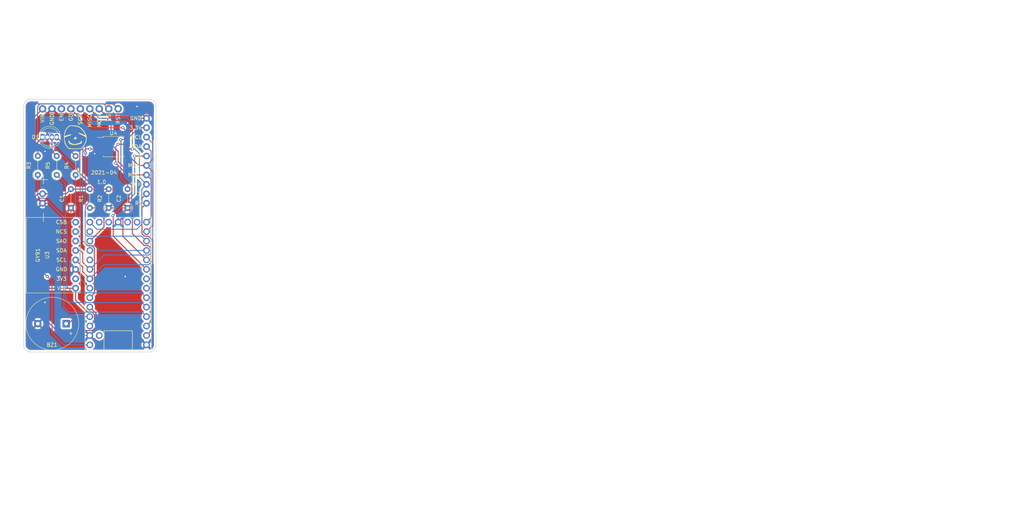
<source format=kicad_pcb>
(kicad_pcb (version 20171130) (host pcbnew 5.1.10)

  (general
    (thickness 1.6)
    (drawings 21)
    (tracks 266)
    (zones 0)
    (modules 17)
    (nets 41)
  )

  (page A4)
  (layers
    (0 F.Cu signal)
    (31 B.Cu signal)
    (32 B.Adhes user hide)
    (33 F.Adhes user hide)
    (34 B.Paste user hide)
    (35 F.Paste user hide)
    (36 B.SilkS user hide)
    (37 F.SilkS user)
    (38 B.Mask user hide)
    (39 F.Mask user hide)
    (40 Dwgs.User user hide)
    (41 Cmts.User user hide)
    (42 Eco1.User user hide)
    (43 Eco2.User user hide)
    (44 Edge.Cuts user)
    (45 Margin user hide)
    (46 B.CrtYd user hide)
    (47 F.CrtYd user hide)
    (48 B.Fab user hide)
    (49 F.Fab user hide)
  )

  (setup
    (last_trace_width 0.25)
    (trace_clearance 0.2)
    (zone_clearance 0.508)
    (zone_45_only no)
    (trace_min 0.2)
    (via_size 0.8)
    (via_drill 0.4)
    (via_min_size 0.4)
    (via_min_drill 0.3)
    (uvia_size 0.3)
    (uvia_drill 0.1)
    (uvias_allowed no)
    (uvia_min_size 0.2)
    (uvia_min_drill 0.1)
    (edge_width 0.05)
    (segment_width 0.2)
    (pcb_text_width 0.3)
    (pcb_text_size 1.5 1.5)
    (mod_edge_width 0.12)
    (mod_text_size 1 1)
    (mod_text_width 0.15)
    (pad_size 1.524 1.524)
    (pad_drill 0.762)
    (pad_to_mask_clearance 0)
    (aux_axis_origin 0 0)
    (grid_origin 250.825 93.345)
    (visible_elements FFFFFF7F)
    (pcbplotparams
      (layerselection 0x010fc_ffffffff)
      (usegerberextensions true)
      (usegerberattributes true)
      (usegerberadvancedattributes true)
      (creategerberjobfile true)
      (excludeedgelayer true)
      (linewidth 0.100000)
      (plotframeref false)
      (viasonmask false)
      (mode 1)
      (useauxorigin false)
      (hpglpennumber 1)
      (hpglpenspeed 20)
      (hpglpendiameter 15.000000)
      (psnegative false)
      (psa4output false)
      (plotreference true)
      (plotvalue true)
      (plotinvisibletext false)
      (padsonsilk false)
      (subtractmaskfromsilk true)
      (outputformat 1)
      (mirror false)
      (drillshape 0)
      (scaleselection 1)
      (outputdirectory "./export/"))
  )

  (net 0 "")
  (net 1 VIN)
  (net 2 GND)
  (net 3 /BUZZ)
  (net 4 3V3)
  (net 5 "Net-(D1-Pad2)")
  (net 6 "Net-(D1-Pad1)")
  (net 7 /RX1)
  (net 8 /TX1)
  (net 9 /SCK)
  (net 10 /MOSI)
  (net 11 /MISO)
  (net 12 /EXT-CS)
  (net 13 /SCL)
  (net 14 /SDA)
  (net 15 /bat_read)
  (net 16 /LED-R)
  (net 17 "Net-(D1-Pad3)")
  (net 18 /LED-B)
  (net 19 /LED-G)
  (net 20 "Net-(U1-Pad18)")
  (net 21 "Net-(U1-Pad19)")
  (net 22 "Net-(U1-Pad16)")
  (net 23 "Net-(U1-Pad15)")
  (net 24 "Net-(U1-Pad23)")
  (net 25 "Net-(U1-Pad24)")
  (net 26 /RF-CS)
  (net 27 /RF-G0)
  (net 28 /RF-RST)
  (net 29 "Net-(U1-Pad34)")
  (net 30 /FLASH-CS)
  (net 31 /FLASH-WP)
  (net 32 /FLASH-HOLD)
  (net 33 "Net-(U1-Pad8)")
  (net 34 "Net-(U1-Pad7)")
  (net 35 "Net-(U2-Pad3)")
  (net 36 "Net-(U3-Pad8)")
  (net 37 "Net-(U3-Pad7)")
  (net 38 "Net-(U3-Pad6)")
  (net 39 "Net-(U3-Pad2)")
  (net 40 "Net-(U1-Pad21)")

  (net_class Default "This is the default net class."
    (clearance 0.2)
    (trace_width 0.25)
    (via_dia 0.8)
    (via_drill 0.4)
    (uvia_dia 0.3)
    (uvia_drill 0.1)
    (add_net /BUZZ)
    (add_net /EXT-CS)
    (add_net /FLASH-CS)
    (add_net /FLASH-HOLD)
    (add_net /FLASH-WP)
    (add_net /LED-B)
    (add_net /LED-G)
    (add_net /LED-R)
    (add_net /MISO)
    (add_net /MOSI)
    (add_net /RF-CS)
    (add_net /RF-G0)
    (add_net /RF-RST)
    (add_net /RX1)
    (add_net /SCK)
    (add_net /SCL)
    (add_net /SDA)
    (add_net /TX1)
    (add_net /bat_read)
    (add_net 3V3)
    (add_net GND)
    (add_net "Net-(D1-Pad1)")
    (add_net "Net-(D1-Pad2)")
    (add_net "Net-(D1-Pad3)")
    (add_net "Net-(U1-Pad15)")
    (add_net "Net-(U1-Pad16)")
    (add_net "Net-(U1-Pad18)")
    (add_net "Net-(U1-Pad19)")
    (add_net "Net-(U1-Pad21)")
    (add_net "Net-(U1-Pad23)")
    (add_net "Net-(U1-Pad24)")
    (add_net "Net-(U1-Pad34)")
    (add_net "Net-(U1-Pad7)")
    (add_net "Net-(U1-Pad8)")
    (add_net "Net-(U2-Pad3)")
    (add_net "Net-(U3-Pad2)")
    (add_net "Net-(U3-Pad6)")
    (add_net "Net-(U3-Pad7)")
    (add_net "Net-(U3-Pad8)")
    (add_net VIN)
  )

  (module custom:teensy4 (layer F.Cu) (tedit 608B36FC) (tstamp 608B276D)
    (at 257.81 87.63 90)
    (path /608C0A1A)
    (fp_text reference U1 (at 0 -10.16 90) (layer F.SilkS) hide
      (effects (font (size 1 1) (thickness 0.15)))
    )
    (fp_text value teensy4 (at 0 10.16 90) (layer F.Fab)
      (effects (font (size 1 1) (thickness 0.15)))
    )
    (fp_line (start -12.7 3.81) (end -12.7 -3.81) (layer F.SilkS) (width 0.15))
    (fp_line (start -12.7 -3.81) (end -17.78 -3.81) (layer F.SilkS) (width 0.15))
    (fp_line (start -12.7 3.81) (end -17.78 3.81) (layer F.SilkS) (width 0.15))
    (fp_line (start -17.78 -8.89) (end 17.78 -8.89) (layer F.SilkS) (width 0.15))
    (fp_line (start 17.78 -8.89) (end 17.78 8.89) (layer F.SilkS) (width 0.15))
    (fp_line (start 17.78 8.89) (end -17.78 8.89) (layer F.SilkS) (width 0.15))
    (fp_line (start -17.78 8.89) (end -17.78 -8.89) (layer F.SilkS) (width 0.15))
    (fp_text user DVL6A (at 1.778 0) (layer F.SilkS) hide
      (effects (font (size 0.7 0.7) (thickness 0.15)))
    )
    (fp_text user MIMXRT1062 (at 0.254 0) (layer F.SilkS) hide
      (effects (font (size 0.7 0.7) (thickness 0.15)))
    )
    (fp_text user U1 (at -1.27 -2.54 90) (layer F.SilkS) hide
      (effects (font (size 1 1) (thickness 0.15)))
    )
    (pad 17 thru_hole circle (at 16.51 0 90) (size 1.8 1.8) (drill 1.1) (layers *.Cu *.Mask)
      (net 2 GND))
    (pad 18 thru_hole circle (at 16.51 -2.54 90) (size 1.8 1.8) (drill 1.1) (layers *.Cu *.Mask)
      (net 20 "Net-(U1-Pad18)"))
    (pad 19 thru_hole circle (at 16.51 -5.08 90) (size 1.8 1.8) (drill 1.1) (layers *.Cu *.Mask)
      (net 21 "Net-(U1-Pad19)"))
    (pad 20 thru_hole circle (at 16.51 -7.62 90) (size 1.8 1.8) (drill 1.1) (layers *.Cu *.Mask)
      (net 9 /SCK))
    (pad 16 thru_hole circle (at 16.51 2.54 90) (size 1.8 1.8) (drill 1.1) (layers *.Cu *.Mask)
      (net 22 "Net-(U1-Pad16)"))
    (pad 15 thru_hole circle (at 16.51 5.08 90) (size 1.8 1.8) (drill 1.1) (layers *.Cu *.Mask)
      (net 23 "Net-(U1-Pad15)"))
    (pad 14 thru_hole circle (at 16.51 7.62 90) (size 1.8 1.8) (drill 1.1) (layers *.Cu *.Mask)
      (net 11 /MISO))
    (pad 21 thru_hole circle (at 13.97 -7.62 90) (size 1.8 1.8) (drill 1.1) (layers *.Cu *.Mask)
      (net 40 "Net-(U1-Pad21)"))
    (pad 22 thru_hole circle (at 11.43 -7.62 90) (size 1.8 1.8) (drill 1.1) (layers *.Cu *.Mask)
      (net 15 /bat_read))
    (pad 23 thru_hole circle (at 8.89 -7.62 90) (size 1.8 1.8) (drill 1.1) (layers *.Cu *.Mask)
      (net 24 "Net-(U1-Pad23)"))
    (pad 24 thru_hole circle (at 6.35 -7.62 90) (size 1.8 1.8) (drill 1.1) (layers *.Cu *.Mask)
      (net 25 "Net-(U1-Pad24)"))
    (pad 25 thru_hole circle (at 3.81 -7.62 90) (size 1.8 1.8) (drill 1.1) (layers *.Cu *.Mask)
      (net 14 /SDA))
    (pad 26 thru_hole circle (at 1.27 -7.62 90) (size 1.8 1.8) (drill 1.1) (layers *.Cu *.Mask)
      (net 13 /SCL))
    (pad 27 thru_hole circle (at -1.27 -7.62 90) (size 1.8 1.8) (drill 1.1) (layers *.Cu *.Mask)
      (net 26 /RF-CS))
    (pad 28 thru_hole circle (at -3.81 -7.62 90) (size 1.8 1.8) (drill 1.1) (layers *.Cu *.Mask)
      (net 27 /RF-G0))
    (pad 29 thru_hole circle (at -6.35 -7.62 90) (size 1.8 1.8) (drill 1.1) (layers *.Cu *.Mask)
      (net 28 /RF-RST))
    (pad 30 thru_hole circle (at -8.89 -7.62 90) (size 1.8 1.8) (drill 1.1) (layers *.Cu *.Mask)
      (net 3 /BUZZ))
    (pad 31 thru_hole circle (at -11.43 -7.62 90) (size 1.8 1.8) (drill 1.1) (layers *.Cu *.Mask)
      (net 4 3V3))
    (pad 32 thru_hole circle (at -13.97 -7.62 90) (size 1.8 1.8) (drill 1.1) (layers *.Cu *.Mask)
      (net 2 GND))
    (pad 33 thru_hole circle (at -16.51 -7.62 90) (size 1.8 1.8) (drill 1.1) (layers *.Cu *.Mask)
      (net 1 VIN))
    (pad 34 thru_hole circle (at -13.97 -5.08 90) (size 1.8 1.8) (drill 1.1) (layers *.Cu *.Mask)
      (net 29 "Net-(U1-Pad34)"))
    (pad 13 thru_hole circle (at 13.97 7.62 90) (size 1.8 1.8) (drill 1.1) (layers *.Cu *.Mask)
      (net 10 /MOSI))
    (pad 12 thru_hole circle (at 11.43 7.62 90) (size 1.8 1.8) (drill 1.1) (layers *.Cu *.Mask)
      (net 30 /FLASH-CS))
    (pad 11 thru_hole circle (at 8.89 7.62 90) (size 1.8 1.8) (drill 1.1) (layers *.Cu *.Mask)
      (net 31 /FLASH-WP))
    (pad 10 thru_hole circle (at 6.35 7.62 90) (size 1.8 1.8) (drill 1.1) (layers *.Cu *.Mask)
      (net 32 /FLASH-HOLD))
    (pad 9 thru_hole circle (at 3.81 7.62 90) (size 1.8 1.8) (drill 1.1) (layers *.Cu *.Mask)
      (net 12 /EXT-CS))
    (pad 8 thru_hole circle (at 1.27 7.62 90) (size 1.8 1.8) (drill 1.1) (layers *.Cu *.Mask)
      (net 33 "Net-(U1-Pad8)"))
    (pad 7 thru_hole circle (at -1.27 7.62 90) (size 1.8 1.8) (drill 1.1) (layers *.Cu *.Mask)
      (net 34 "Net-(U1-Pad7)"))
    (pad 6 thru_hole circle (at -3.81 7.62 90) (size 1.8 1.8) (drill 1.1) (layers *.Cu *.Mask)
      (net 18 /LED-B))
    (pad 5 thru_hole circle (at -6.35 7.62 90) (size 1.8 1.8) (drill 1.1) (layers *.Cu *.Mask)
      (net 19 /LED-G))
    (pad 4 thru_hole circle (at -8.89 7.62 90) (size 1.8 1.8) (drill 1.1) (layers *.Cu *.Mask)
      (net 16 /LED-R))
    (pad 3 thru_hole circle (at -11.43 7.62 90) (size 1.8 1.8) (drill 1.1) (layers *.Cu *.Mask)
      (net 8 /TX1))
    (pad 2 thru_hole circle (at -13.97 7.62 90) (size 1.8 1.8) (drill 1.1) (layers *.Cu *.Mask)
      (net 7 /RX1))
    (pad 1 thru_hole circle (at -16.51 7.62 90) (size 1.8 1.8) (drill 1.1) (layers *.Cu *.Mask)
      (net 2 GND))
    (model ${KICAD_USER_DIR}/teensy.pretty/Teensy_4.0_Assembly.STEP
      (offset (xyz 33 9.5 -11))
      (scale (xyz 1 1 1))
      (rotate (xyz -90 0 0))
    )
  )

  (module "" (layer F.Cu) (tedit 0) (tstamp 0)
    (at 254 100.33)
    (fp_text reference "" (at 247.015 48.26) (layer F.SilkS)
      (effects (font (size 1.27 1.27) (thickness 0.15)))
    )
    (fp_text value "" (at 247.015 48.26) (layer F.SilkS)
      (effects (font (size 1.27 1.27) (thickness 0.15)))
    )
  )

  (module custom:avatar (layer F.Cu) (tedit 608B1CFF) (tstamp 608BC334)
    (at 246.38 48.26)
    (fp_text reference G*** (at 8.89 0) (layer F.SilkS) hide
      (effects (font (size 1.524 1.524) (thickness 0.3)))
    )
    (fp_text value LOGO (at 8.89 -2.54) (layer F.SilkS) hide
      (effects (font (size 1.524 1.524) (thickness 0.3)))
    )
    (fp_poly (pts (xy 0.211056 -0.015097) (xy 0.25636 0.147066) (xy 0.236462 0.33949) (xy 0.1524 0.491067)
      (xy -0.010667 0.571911) (xy -0.221134 0.587782) (xy -0.403602 0.541391) (xy -0.476306 0.468471)
      (xy -0.448317 0.335677) (xy -0.319361 0.170386) (xy -0.138373 0.018868) (xy 0.045716 -0.072607)
      (xy 0.105833 -0.081991) (xy 0.211056 -0.015097)) (layer F.SilkS) (width 0.01))
    (fp_poly (pts (xy -1.717057 0.917875) (xy -1.693333 1.022513) (xy -1.614232 1.25846) (xy -1.398201 1.482262)
      (xy -1.077151 1.668854) (xy -0.723126 1.784627) (xy -0.411957 1.842166) (xy -0.157984 1.848133)
      (xy 0.125778 1.800125) (xy 0.301406 1.756339) (xy 0.775601 1.622694) (xy 1.104555 1.504613)
      (xy 1.310151 1.390387) (xy 1.414269 1.268303) (xy 1.439333 1.14732) (xy 1.483988 0.972128)
      (xy 1.571201 0.931333) (xy 1.654528 0.970178) (xy 1.683393 1.111443) (xy 1.677035 1.291167)
      (xy 1.651 1.651) (xy 0.973667 1.881324) (xy 0.216744 2.068889) (xy -0.501949 2.099519)
      (xy -1.140103 1.992402) (xy -1.545003 1.821883) (xy -1.815396 1.569678) (xy -1.940041 1.24768)
      (xy -1.947333 1.138279) (xy -1.918863 0.920982) (xy -1.828491 0.846929) (xy -1.820333 0.846667)
      (xy -1.717057 0.917875)) (layer F.SilkS) (width 0.01))
    (fp_poly (pts (xy -0.827068 -3.185099) (xy -0.362431 -3.147284) (xy 0.116122 -3.07859) (xy 0.55913 -2.98483)
      (xy 0.917135 -2.871816) (xy 0.960056 -2.853735) (xy 1.380826 -2.595314) (xy 1.804966 -2.202)
      (xy 2.20464 -1.705335) (xy 2.552011 -1.136859) (xy 2.650877 -0.937906) (xy 2.807712 -0.595713)
      (xy 2.903461 -0.345163) (xy 2.950273 -0.125223) (xy 2.960299 0.12514) (xy 2.94569 0.466961)
      (xy 2.942337 0.526182) (xy 2.913523 0.912655) (xy 2.869288 1.187802) (xy 2.794005 1.409633)
      (xy 2.672047 1.636155) (xy 2.621255 1.718088) (xy 2.426648 2.032697) (xy 2.231905 2.357273)
      (xy 2.136691 2.52104) (xy 2.002548 2.735667) (xy 1.860579 2.897828) (xy 1.685313 3.015265)
      (xy 1.451281 3.095722) (xy 1.133011 3.146941) (xy 0.705033 3.176664) (xy 0.141877 3.192634)
      (xy -0.084667 3.196303) (xy -0.683241 3.201021) (xy -1.135177 3.19466) (xy -1.46288 3.175998)
      (xy -1.688758 3.143811) (xy -1.825728 3.101278) (xy -2.117871 2.903008) (xy -2.417588 2.586378)
      (xy -2.688354 2.196519) (xy -2.891264 1.784718) (xy -3.029853 1.276221) (xy -3.106019 0.663005)
      (xy -3.118661 0.10372) (xy -2.963334 0.10372) (xy -2.963334 0.466275) (xy -2.916479 0.885216)
      (xy -2.790091 1.373785) (xy -2.605435 1.865545) (xy -2.383775 2.294058) (xy -2.372642 2.311782)
      (xy -2.193432 2.563475) (xy -2.001312 2.751052) (xy -1.768762 2.883453) (xy -1.468261 2.96962)
      (xy -1.07229 3.018493) (xy -0.553328 3.039014) (xy -0.127 3.041362) (xy 0.40876 3.032949)
      (xy 0.867225 3.011656) (xy 1.218014 2.979504) (xy 1.430749 2.938518) (xy 1.434065 2.937388)
      (xy 1.656025 2.814357) (xy 1.862833 2.588764) (xy 2.006122 2.370667) (xy 2.197328 2.054429)
      (xy 2.390874 1.735311) (xy 2.498058 1.559179) (xy 2.631295 1.264149) (xy 2.727863 0.904672)
      (xy 2.779233 0.537688) (xy 2.776872 0.220135) (xy 2.726772 0.032584) (xy 2.61469 -0.068199)
      (xy 2.376954 -0.213945) (xy 2.045164 -0.386805) (xy 1.700194 -0.5473) (xy 1.288759 -0.739103)
      (xy 0.983338 -0.902209) (xy 0.80324 -1.025567) (xy 0.762 -1.08427) (xy 0.819627 -1.163133)
      (xy 0.997144 -1.156859) (xy 1.301508 -1.063757) (xy 1.739673 -0.882137) (xy 1.907893 -0.805688)
      (xy 2.206712 -0.671441) (xy 2.440132 -0.573709) (xy 2.571437 -0.527572) (xy 2.587001 -0.526779)
      (xy 2.566868 -0.609335) (xy 2.490061 -0.797757) (xy 2.406862 -0.979639) (xy 2.211312 -1.313375)
      (xy 1.937495 -1.681073) (xy 1.622895 -2.040898) (xy 1.305 -2.351015) (xy 1.021294 -2.569592)
      (xy 0.942196 -2.614191) (xy 0.676931 -2.713113) (xy 0.304613 -2.811155) (xy -0.125687 -2.899851)
      (xy -0.564897 -2.970736) (xy -0.963946 -3.015344) (xy -1.273764 -3.025207) (xy -1.378908 -3.014647)
      (xy -1.61564 -2.909638) (xy -1.89772 -2.695023) (xy -2.186461 -2.408208) (xy -2.443178 -2.086598)
      (xy -2.594311 -1.839504) (xy -2.670321 -1.642723) (xy -2.760182 -1.340783) (xy -2.848484 -0.995315)
      (xy -2.919818 -0.667945) (xy -2.958774 -0.420303) (xy -2.961863 -0.369564) (xy -2.888031 -0.346904)
      (xy -2.676736 -0.38792) (xy -2.345836 -0.488845) (xy -2.264833 -0.516598) (xy -1.802736 -0.666049)
      (xy -1.479029 -0.742398) (xy -1.280106 -0.747178) (xy -1.192359 -0.681923) (xy -1.185333 -0.638264)
      (xy -1.263937 -0.535906) (xy -1.476305 -0.442788) (xy -1.545167 -0.423664) (xy -1.820639 -0.34086)
      (xy -2.165808 -0.219377) (xy -2.434167 -0.114541) (xy -2.963334 0.10372) (xy -3.118661 0.10372)
      (xy -3.121069 -0.002765) (xy -3.076309 -0.668924) (xy -2.973046 -1.283307) (xy -2.812586 -1.79375)
      (xy -2.800989 -1.820333) (xy -2.601724 -2.167958) (xy -2.327179 -2.516931) (xy -2.017371 -2.825979)
      (xy -1.712317 -3.053832) (xy -1.51676 -3.144839) (xy -1.228331 -3.186222) (xy -0.827068 -3.185099)) (layer F.SilkS) (width 0.01))
  )

  (module custom:LED_D5.0mm-4_RGB (layer F.Cu) (tedit 608AC09F) (tstamp 608B26CC)
    (at 237.49 48.26)
    (descr "LED, diameter 5.0mm, 2 pins, diameter 5.0mm, 3 pins, diameter 5.0mm, 4 pins, http://www.kingbright.com/attachments/file/psearch/000/00/00/L-154A4SUREQBFZGEW(Ver.9A).pdf")
    (tags "LED diameter 5.0mm 2 pins diameter 5.0mm 3 pins diameter 5.0mm 4 pins RGB RGBLED")
    (path /609A2A97)
    (fp_text reference D1 (at -1.905 0) (layer F.SilkS)
      (effects (font (size 1 1) (thickness 0.15)))
    )
    (fp_text value LED_RGBC (at 1.905 3.96) (layer F.Fab)
      (effects (font (size 1 1) (thickness 0.15)))
    )
    (fp_circle (center 1.905 0) (end 4.405 0) (layer F.Fab) (width 0.1))
    (fp_line (start -0.595 -1.469694) (end -0.595 1.469694) (layer F.Fab) (width 0.1))
    (fp_line (start -0.655 -1.545) (end -0.655 -1.08) (layer F.SilkS) (width 0.12))
    (fp_line (start -0.655 1.08) (end -0.655 1.545) (layer F.SilkS) (width 0.12))
    (fp_line (start -1.35 -3.25) (end -1.35 3.25) (layer F.CrtYd) (width 0.05))
    (fp_line (start -1.35 3.25) (end 5.15 3.25) (layer F.CrtYd) (width 0.05))
    (fp_line (start 5.15 3.25) (end 5.15 -3.25) (layer F.CrtYd) (width 0.05))
    (fp_line (start 5.15 -3.25) (end -1.35 -3.25) (layer F.CrtYd) (width 0.05))
    (fp_text user %R (at 1.905 -3.96) (layer F.Fab)
      (effects (font (size 1 1) (thickness 0.15)))
    )
    (fp_arc (start 1.905 0) (end -0.349684 1.08) (angle -128.8) (layer F.SilkS) (width 0.12))
    (fp_arc (start 1.905 0) (end -0.349684 -1.08) (angle 128.8) (layer F.SilkS) (width 0.12))
    (fp_arc (start 1.905 0) (end -0.655 1.54483) (angle -127.7) (layer F.SilkS) (width 0.12))
    (fp_arc (start 1.905 0) (end -0.655 -1.54483) (angle 127.7) (layer F.SilkS) (width 0.12))
    (fp_arc (start 1.905 0) (end -0.595 -1.469694) (angle 299.1) (layer F.Fab) (width 0.1))
    (pad 3 thru_hole oval (at 3.81 0) (size 1.07 1.8) (drill 0.9) (layers *.Cu *.Mask)
      (net 17 "Net-(D1-Pad3)"))
    (pad 2 thru_hole oval (at 2.54 0) (size 1.07 1.8) (drill 0.9) (layers *.Cu *.Mask)
      (net 5 "Net-(D1-Pad2)"))
    (pad 4 thru_hole oval (at 1.27 0) (size 1.07 1.8) (drill 0.9) (layers *.Cu *.Mask)
      (net 2 GND))
    (pad 1 thru_hole rect (at 0 0) (size 1.07 1.8) (drill 0.9) (layers *.Cu *.Mask)
      (net 6 "Net-(D1-Pad1)"))
    (model ${KISYS3DMOD}/LED_THT.3dshapes/LED_D5.0mm-4_RGB.wrl
      (at (xyz 0 0 0))
      (scale (xyz 1 1 1))
      (rotate (xyz 0 0 0))
    )
  )

  (module Package_SO:SOIC-8_5.275x5.275mm_P1.27mm (layer F.Cu) (tedit 5D9F72B1) (tstamp 608B27BF)
    (at 256.54 50.8)
    (descr "SOIC, 8 Pin (http://ww1.microchip.com/downloads/en/DeviceDoc/20005045C.pdf#page=23), generated with kicad-footprint-generator ipc_gullwing_generator.py")
    (tags "SOIC SO")
    (path /609A49E2)
    (attr smd)
    (fp_text reference U4 (at 0 -3.59) (layer F.SilkS)
      (effects (font (size 1 1) (thickness 0.15)))
    )
    (fp_text value W25Q128JV (at 0 3.59) (layer F.Fab)
      (effects (font (size 1 1) (thickness 0.15)))
    )
    (fp_line (start 4.65 -2.89) (end -4.65 -2.89) (layer F.CrtYd) (width 0.05))
    (fp_line (start 4.65 2.89) (end 4.65 -2.89) (layer F.CrtYd) (width 0.05))
    (fp_line (start -4.65 2.89) (end 4.65 2.89) (layer F.CrtYd) (width 0.05))
    (fp_line (start -4.65 -2.89) (end -4.65 2.89) (layer F.CrtYd) (width 0.05))
    (fp_line (start -2.6375 -1.6375) (end -1.6375 -2.6375) (layer F.Fab) (width 0.1))
    (fp_line (start -2.6375 2.6375) (end -2.6375 -1.6375) (layer F.Fab) (width 0.1))
    (fp_line (start 2.6375 2.6375) (end -2.6375 2.6375) (layer F.Fab) (width 0.1))
    (fp_line (start 2.6375 -2.6375) (end 2.6375 2.6375) (layer F.Fab) (width 0.1))
    (fp_line (start -1.6375 -2.6375) (end 2.6375 -2.6375) (layer F.Fab) (width 0.1))
    (fp_line (start -2.7475 -2.465) (end -4.4 -2.465) (layer F.SilkS) (width 0.12))
    (fp_line (start -2.7475 -2.7475) (end -2.7475 -2.465) (layer F.SilkS) (width 0.12))
    (fp_line (start 0 -2.7475) (end -2.7475 -2.7475) (layer F.SilkS) (width 0.12))
    (fp_line (start 2.7475 -2.7475) (end 2.7475 -2.465) (layer F.SilkS) (width 0.12))
    (fp_line (start 0 -2.7475) (end 2.7475 -2.7475) (layer F.SilkS) (width 0.12))
    (fp_line (start -2.7475 2.7475) (end -2.7475 2.465) (layer F.SilkS) (width 0.12))
    (fp_line (start 0 2.7475) (end -2.7475 2.7475) (layer F.SilkS) (width 0.12))
    (fp_line (start 2.7475 2.7475) (end 2.7475 2.465) (layer F.SilkS) (width 0.12))
    (fp_line (start 0 2.7475) (end 2.7475 2.7475) (layer F.SilkS) (width 0.12))
    (fp_text user %R (at 0 0) (layer F.Fab)
      (effects (font (size 1 1) (thickness 0.15)))
    )
    (pad 8 smd roundrect (at 3.6 -1.905) (size 1.6 0.6) (layers F.Cu F.Paste F.Mask) (roundrect_rratio 0.25)
      (net 4 3V3))
    (pad 7 smd roundrect (at 3.6 -0.635) (size 1.6 0.6) (layers F.Cu F.Paste F.Mask) (roundrect_rratio 0.25)
      (net 32 /FLASH-HOLD))
    (pad 6 smd roundrect (at 3.6 0.635) (size 1.6 0.6) (layers F.Cu F.Paste F.Mask) (roundrect_rratio 0.25)
      (net 9 /SCK))
    (pad 5 smd roundrect (at 3.6 1.905) (size 1.6 0.6) (layers F.Cu F.Paste F.Mask) (roundrect_rratio 0.25)
      (net 10 /MOSI))
    (pad 4 smd roundrect (at -3.6 1.905) (size 1.6 0.6) (layers F.Cu F.Paste F.Mask) (roundrect_rratio 0.25)
      (net 2 GND))
    (pad 3 smd roundrect (at -3.6 0.635) (size 1.6 0.6) (layers F.Cu F.Paste F.Mask) (roundrect_rratio 0.25)
      (net 31 /FLASH-WP))
    (pad 2 smd roundrect (at -3.6 -0.635) (size 1.6 0.6) (layers F.Cu F.Paste F.Mask) (roundrect_rratio 0.25)
      (net 11 /MISO))
    (pad 1 smd roundrect (at -3.6 -1.905) (size 1.6 0.6) (layers F.Cu F.Paste F.Mask) (roundrect_rratio 0.25)
      (net 30 /FLASH-CS))
    (model ${KISYS3DMOD}/Package_SO.3dshapes/SOIC-8_5.275x5.275mm_P1.27mm.wrl
      (at (xyz 0 0 0))
      (scale (xyz 1 1 1))
      (rotate (xyz 0 0 0))
    )
  )

  (module custom:GY91 (layer F.Cu) (tedit 608ABBF5) (tstamp 608B27A0)
    (at 245.11 80.01 90)
    (path /608CCC88)
    (fp_text reference U3 (at 0 -6.35 90) (layer F.SilkS)
      (effects (font (size 1 1) (thickness 0.15)))
    )
    (fp_text value GY91 (at 0 -8.89 90) (layer F.SilkS)
      (effects (font (size 1 1) (thickness 0.15)))
    )
    (fp_line (start 10.16 2.54) (end -10.16 2.54) (layer F.SilkS) (width 0.12))
    (fp_line (start -10.16 2.54) (end -10.16 -8.89) (layer F.SilkS) (width 0.12))
    (fp_line (start 10.16 2.54) (end 10.16 -12) (layer F.SilkS) (width 0.12))
    (fp_line (start 10.16 -12) (end -10.16 -12) (layer F.SilkS) (width 0.12))
    (fp_line (start -10.16 -12) (end -10.16 -8.89) (layer F.SilkS) (width 0.12))
    (fp_text user CSB (at 8.89 -2.54) (layer F.SilkS)
      (effects (font (size 1 1) (thickness 0.15)))
    )
    (fp_text user NCS (at 6.35 -2.54) (layer F.SilkS)
      (effects (font (size 1 1) (thickness 0.15)))
    )
    (fp_text user SAO (at 3.81 -2.54) (layer F.SilkS)
      (effects (font (size 1 1) (thickness 0.15)))
    )
    (fp_text user SDA (at 1.27 -2.54) (layer F.SilkS)
      (effects (font (size 1 1) (thickness 0.15)))
    )
    (fp_text user SCL (at -1.27 -2.54) (layer F.SilkS)
      (effects (font (size 1 1) (thickness 0.15)))
    )
    (fp_text user GND (at -3.81 -2.54) (layer F.SilkS)
      (effects (font (size 1 1) (thickness 0.15)))
    )
    (fp_text user 3V3 (at -6.35 -2.54) (layer F.SilkS)
      (effects (font (size 1 1) (thickness 0.15)))
    )
    (fp_text user VIN (at -8.89 -2.54) (layer F.SilkS)
      (effects (font (size 1 1) (thickness 0.15)))
    )
    (pad 8 thru_hole circle (at 8.89 1.27 90) (size 1.8 1.8) (drill 1) (layers *.Cu *.Mask)
      (net 36 "Net-(U3-Pad8)"))
    (pad 7 thru_hole circle (at 6.35 1.27 90) (size 1.8 1.8) (drill 1) (layers *.Cu *.Mask)
      (net 37 "Net-(U3-Pad7)"))
    (pad 6 thru_hole circle (at 3.81 1.27 90) (size 1.8 1.8) (drill 1) (layers *.Cu *.Mask)
      (net 38 "Net-(U3-Pad6)"))
    (pad 5 thru_hole circle (at 1.27 1.27 90) (size 1.8 1.8) (drill 1) (layers *.Cu *.Mask)
      (net 14 /SDA))
    (pad 4 thru_hole circle (at -1.27 1.27 90) (size 1.8 1.8) (drill 1) (layers *.Cu *.Mask)
      (net 13 /SCL))
    (pad 3 thru_hole circle (at -3.81 1.27 90) (size 1.8 1.8) (drill 1) (layers *.Cu *.Mask)
      (net 2 GND))
    (pad 2 thru_hole circle (at -6.35 1.27 90) (size 1.8 1.8) (drill 1) (layers *.Cu *.Mask)
      (net 39 "Net-(U3-Pad2)"))
    (pad 1 thru_hole circle (at -8.89 1.27 90) (size 1.8 1.8) (drill 1) (layers *.Cu *.Mask)
      (net 4 3V3))
  )

  (module custom:Adafruit-RFM69 (layer F.Cu) (tedit 6008C5BF) (tstamp 608B2787)
    (at 247.65 40.64)
    (path /5FF35928)
    (fp_text reference U2 (at 0 -22.86) (layer Dwgs.User)
      (effects (font (size 1 1) (thickness 0.15)))
    )
    (fp_text value RFM69HCW (at 0 -25.4) (layer F.Fab)
      (effects (font (size 1 1) (thickness 0.15)))
    )
    (fp_line (start 12.7 2.54) (end -12.7 2.54) (layer Dwgs.User) (width 0.12))
    (fp_line (start -12.7 2.54) (end -12.7 -29.21) (layer Dwgs.User) (width 0.12))
    (fp_line (start -12.7 -29.21) (end 12.7 -29.21) (layer Dwgs.User) (width 0.12))
    (fp_line (start 12.7 -29.21) (end 12.7 2.54) (layer Dwgs.User) (width 0.12))
    (fp_text user RST (at 10.16 1.27 90) (layer F.SilkS)
      (effects (font (size 1 1) (thickness 0.15)) (justify right))
    )
    (fp_text user CS (at 7.62 1.27 90) (layer F.SilkS)
      (effects (font (size 1 1) (thickness 0.15)) (justify right))
    )
    (fp_text user MOSI (at 5.08 1.27 90) (layer F.SilkS)
      (effects (font (size 1 1) (thickness 0.15)) (justify right))
    )
    (fp_text user MISO (at 2.54 1.27 90) (layer F.SilkS)
      (effects (font (size 1 1) (thickness 0.15)) (justify right))
    )
    (fp_text user SCK (at 0 1.27 90) (layer F.SilkS)
      (effects (font (size 1 1) (thickness 0.15)) (justify right))
    )
    (fp_text user G0 (at -2.54 1.27 90) (layer F.SilkS)
      (effects (font (size 1 1) (thickness 0.15)) (justify right))
    )
    (fp_text user EN (at -5.08 1.27 90) (layer F.SilkS)
      (effects (font (size 1 1) (thickness 0.15)) (justify right))
    )
    (fp_text user GND (at -7.62 1.27 90) (layer F.SilkS)
      (effects (font (size 1 1) (thickness 0.15)) (justify right))
    )
    (fp_text user VIN (at -10.16 2.54 270) (layer F.SilkS)
      (effects (font (size 1 1) (thickness 0.15)))
    )
    (pad 9 thru_hole circle (at 10.16 0) (size 2 2) (drill 1.1) (layers *.Cu *.Mask)
      (net 28 /RF-RST))
    (pad 8 thru_hole circle (at 7.62 0) (size 2 2) (drill 1.1) (layers *.Cu *.Mask)
      (net 26 /RF-CS))
    (pad 7 thru_hole circle (at 5.08 0) (size 2 2) (drill 1.1) (layers *.Cu *.Mask)
      (net 10 /MOSI))
    (pad 6 thru_hole circle (at 2.54 0) (size 2 2) (drill 1.1) (layers *.Cu *.Mask)
      (net 11 /MISO))
    (pad 5 thru_hole circle (at 0 0) (size 2 2) (drill 1.1) (layers *.Cu *.Mask)
      (net 9 /SCK))
    (pad 4 thru_hole circle (at -2.54 0) (size 2 2) (drill 1.1) (layers *.Cu *.Mask)
      (net 27 /RF-G0))
    (pad 3 thru_hole circle (at -5.08 0) (size 2 2) (drill 1.1) (layers *.Cu *.Mask)
      (net 35 "Net-(U2-Pad3)"))
    (pad 2 thru_hole circle (at -7.62 0) (size 2 2) (drill 1.1) (layers *.Cu *.Mask)
      (net 2 GND))
    (pad 1 thru_hole circle (at -10.16 0) (size 2 2) (drill 1.1) (layers *.Cu *.Mask)
      (net 4 3V3))
  )

  (module Resistor_THT:R_Axial_DIN0207_L6.3mm_D2.5mm_P5.08mm_Vertical (layer F.Cu) (tedit 5AE5139B) (tstamp 608B272A)
    (at 241.3 58.42 90)
    (descr "Resistor, Axial_DIN0207 series, Axial, Vertical, pin pitch=5.08mm, 0.25W = 1/4W, length*diameter=6.3*2.5mm^2, http://cdn-reichelt.de/documents/datenblatt/B400/1_4W%23YAG.pdf")
    (tags "Resistor Axial_DIN0207 series Axial Vertical pin pitch 5.08mm 0.25W = 1/4W length 6.3mm diameter 2.5mm")
    (path /60979944)
    (fp_text reference R5 (at 2.54 -2.37 90) (layer F.SilkS)
      (effects (font (size 1 1) (thickness 0.15)))
    )
    (fp_text value 1000 (at 2.54 2.37 90) (layer F.Fab)
      (effects (font (size 1 1) (thickness 0.15)))
    )
    (fp_line (start 6.13 -1.5) (end -1.5 -1.5) (layer F.CrtYd) (width 0.05))
    (fp_line (start 6.13 1.5) (end 6.13 -1.5) (layer F.CrtYd) (width 0.05))
    (fp_line (start -1.5 1.5) (end 6.13 1.5) (layer F.CrtYd) (width 0.05))
    (fp_line (start -1.5 -1.5) (end -1.5 1.5) (layer F.CrtYd) (width 0.05))
    (fp_line (start 1.37 0) (end 3.98 0) (layer F.SilkS) (width 0.12))
    (fp_line (start 0 0) (end 5.08 0) (layer F.Fab) (width 0.1))
    (fp_circle (center 0 0) (end 1.37 0) (layer F.SilkS) (width 0.12))
    (fp_circle (center 0 0) (end 1.25 0) (layer F.Fab) (width 0.1))
    (fp_text user %R (at 2.54 -2.37 90) (layer F.Fab)
      (effects (font (size 1 1) (thickness 0.15)))
    )
    (pad 2 thru_hole oval (at 5.08 0 90) (size 1.6 1.6) (drill 0.8) (layers *.Cu *.Mask)
      (net 5 "Net-(D1-Pad2)"))
    (pad 1 thru_hole circle (at 0 0 90) (size 1.6 1.6) (drill 0.8) (layers *.Cu *.Mask)
      (net 19 /LED-G))
    (model ${KISYS3DMOD}/Resistor_THT.3dshapes/R_Axial_DIN0207_L6.3mm_D2.5mm_P5.08mm_Vertical.wrl
      (at (xyz 0 0 0))
      (scale (xyz 1 1 1))
      (rotate (xyz 0 0 0))
    )
  )

  (module Resistor_THT:R_Axial_DIN0207_L6.3mm_D2.5mm_P5.08mm_Vertical (layer F.Cu) (tedit 5AE5139B) (tstamp 608B271B)
    (at 246.38 58.42 90)
    (descr "Resistor, Axial_DIN0207 series, Axial, Vertical, pin pitch=5.08mm, 0.25W = 1/4W, length*diameter=6.3*2.5mm^2, http://cdn-reichelt.de/documents/datenblatt/B400/1_4W%23YAG.pdf")
    (tags "Resistor Axial_DIN0207 series Axial Vertical pin pitch 5.08mm 0.25W = 1/4W length 6.3mm diameter 2.5mm")
    (path /60979F50)
    (fp_text reference R4 (at 2.54 -2.37 90) (layer F.SilkS)
      (effects (font (size 1 1) (thickness 0.15)))
    )
    (fp_text value 330 (at 2.54 2.37 90) (layer F.Fab)
      (effects (font (size 1 1) (thickness 0.15)))
    )
    (fp_line (start 6.13 -1.5) (end -1.5 -1.5) (layer F.CrtYd) (width 0.05))
    (fp_line (start 6.13 1.5) (end 6.13 -1.5) (layer F.CrtYd) (width 0.05))
    (fp_line (start -1.5 1.5) (end 6.13 1.5) (layer F.CrtYd) (width 0.05))
    (fp_line (start -1.5 -1.5) (end -1.5 1.5) (layer F.CrtYd) (width 0.05))
    (fp_line (start 1.37 0) (end 3.98 0) (layer F.SilkS) (width 0.12))
    (fp_line (start 0 0) (end 5.08 0) (layer F.Fab) (width 0.1))
    (fp_circle (center 0 0) (end 1.37 0) (layer F.SilkS) (width 0.12))
    (fp_circle (center 0 0) (end 1.25 0) (layer F.Fab) (width 0.1))
    (fp_text user %R (at 2.54 -2.37 90) (layer F.Fab)
      (effects (font (size 1 1) (thickness 0.15)))
    )
    (pad 2 thru_hole oval (at 5.08 0 90) (size 1.6 1.6) (drill 0.8) (layers *.Cu *.Mask)
      (net 17 "Net-(D1-Pad3)"))
    (pad 1 thru_hole circle (at 0 0 90) (size 1.6 1.6) (drill 0.8) (layers *.Cu *.Mask)
      (net 18 /LED-B))
    (model ${KISYS3DMOD}/Resistor_THT.3dshapes/R_Axial_DIN0207_L6.3mm_D2.5mm_P5.08mm_Vertical.wrl
      (at (xyz 0 0 0))
      (scale (xyz 1 1 1))
      (rotate (xyz 0 0 0))
    )
  )

  (module Resistor_THT:R_Axial_DIN0207_L6.3mm_D2.5mm_P5.08mm_Vertical (layer F.Cu) (tedit 5AE5139B) (tstamp 608B270C)
    (at 236.22 58.42 90)
    (descr "Resistor, Axial_DIN0207 series, Axial, Vertical, pin pitch=5.08mm, 0.25W = 1/4W, length*diameter=6.3*2.5mm^2, http://cdn-reichelt.de/documents/datenblatt/B400/1_4W%23YAG.pdf")
    (tags "Resistor Axial_DIN0207 series Axial Vertical pin pitch 5.08mm 0.25W = 1/4W length 6.3mm diameter 2.5mm")
    (path /609868E1)
    (fp_text reference R3 (at 2.54 -2.37 90) (layer F.SilkS)
      (effects (font (size 1 1) (thickness 0.15)))
    )
    (fp_text value 330 (at 2.54 2.37 90) (layer F.Fab)
      (effects (font (size 1 1) (thickness 0.15)))
    )
    (fp_line (start 6.13 -1.5) (end -1.5 -1.5) (layer F.CrtYd) (width 0.05))
    (fp_line (start 6.13 1.5) (end 6.13 -1.5) (layer F.CrtYd) (width 0.05))
    (fp_line (start -1.5 1.5) (end 6.13 1.5) (layer F.CrtYd) (width 0.05))
    (fp_line (start -1.5 -1.5) (end -1.5 1.5) (layer F.CrtYd) (width 0.05))
    (fp_line (start 1.37 0) (end 3.98 0) (layer F.SilkS) (width 0.12))
    (fp_line (start 0 0) (end 5.08 0) (layer F.Fab) (width 0.1))
    (fp_circle (center 0 0) (end 1.37 0) (layer F.SilkS) (width 0.12))
    (fp_circle (center 0 0) (end 1.25 0) (layer F.Fab) (width 0.1))
    (fp_text user %R (at 2.54 -2.37 90) (layer F.Fab)
      (effects (font (size 1 1) (thickness 0.15)))
    )
    (pad 2 thru_hole oval (at 5.08 0 90) (size 1.6 1.6) (drill 0.8) (layers *.Cu *.Mask)
      (net 6 "Net-(D1-Pad1)"))
    (pad 1 thru_hole circle (at 0 0 90) (size 1.6 1.6) (drill 0.8) (layers *.Cu *.Mask)
      (net 16 /LED-R))
    (model ${KISYS3DMOD}/Resistor_THT.3dshapes/R_Axial_DIN0207_L6.3mm_D2.5mm_P5.08mm_Vertical.wrl
      (at (xyz 0 0 0))
      (scale (xyz 1 1 1))
      (rotate (xyz 0 0 0))
    )
  )

  (module Resistor_THT:R_Axial_DIN0207_L6.3mm_D2.5mm_P5.08mm_Vertical (layer F.Cu) (tedit 5AE5139B) (tstamp 608B26FD)
    (at 255.27 67.31 90)
    (descr "Resistor, Axial_DIN0207 series, Axial, Vertical, pin pitch=5.08mm, 0.25W = 1/4W, length*diameter=6.3*2.5mm^2, http://cdn-reichelt.de/documents/datenblatt/B400/1_4W%23YAG.pdf")
    (tags "Resistor Axial_DIN0207 series Axial Vertical pin pitch 5.08mm 0.25W = 1/4W length 6.3mm diameter 2.5mm")
    (path /5FF468AF)
    (fp_text reference R2 (at 2.54 -2.37 90) (layer F.SilkS)
      (effects (font (size 1 1) (thickness 0.15)))
    )
    (fp_text value 4.7k (at 2.54 2.37 90) (layer F.Fab)
      (effects (font (size 1 1) (thickness 0.15)))
    )
    (fp_line (start 6.13 -1.5) (end -1.5 -1.5) (layer F.CrtYd) (width 0.05))
    (fp_line (start 6.13 1.5) (end 6.13 -1.5) (layer F.CrtYd) (width 0.05))
    (fp_line (start -1.5 1.5) (end 6.13 1.5) (layer F.CrtYd) (width 0.05))
    (fp_line (start -1.5 -1.5) (end -1.5 1.5) (layer F.CrtYd) (width 0.05))
    (fp_line (start 1.37 0) (end 3.98 0) (layer F.SilkS) (width 0.12))
    (fp_line (start 0 0) (end 5.08 0) (layer F.Fab) (width 0.1))
    (fp_circle (center 0 0) (end 1.37 0) (layer F.SilkS) (width 0.12))
    (fp_circle (center 0 0) (end 1.25 0) (layer F.Fab) (width 0.1))
    (fp_text user %R (at 2.54 -2.37 90) (layer F.Fab)
      (effects (font (size 1 1) (thickness 0.15)))
    )
    (pad 2 thru_hole oval (at 5.08 0 90) (size 1.6 1.6) (drill 0.8) (layers *.Cu *.Mask)
      (net 15 /bat_read))
    (pad 1 thru_hole circle (at 0 0 90) (size 1.6 1.6) (drill 0.8) (layers *.Cu *.Mask)
      (net 2 GND))
    (model ${KISYS3DMOD}/Resistor_THT.3dshapes/R_Axial_DIN0207_L6.3mm_D2.5mm_P5.08mm_Vertical.wrl
      (at (xyz 0 0 0))
      (scale (xyz 1 1 1))
      (rotate (xyz 0 0 0))
    )
  )

  (module Resistor_THT:R_Axial_DIN0207_L6.3mm_D2.5mm_P5.08mm_Vertical (layer F.Cu) (tedit 5AE5139B) (tstamp 608B26EE)
    (at 250.19 67.31 90)
    (descr "Resistor, Axial_DIN0207 series, Axial, Vertical, pin pitch=5.08mm, 0.25W = 1/4W, length*diameter=6.3*2.5mm^2, http://cdn-reichelt.de/documents/datenblatt/B400/1_4W%23YAG.pdf")
    (tags "Resistor Axial_DIN0207 series Axial Vertical pin pitch 5.08mm 0.25W = 1/4W length 6.3mm diameter 2.5mm")
    (path /5FF454D8)
    (fp_text reference R1 (at 2.54 -2.37 90) (layer F.SilkS)
      (effects (font (size 1 1) (thickness 0.15)))
    )
    (fp_text value 4.7k (at 2.54 2.37 90) (layer F.Fab)
      (effects (font (size 1 1) (thickness 0.15)))
    )
    (fp_line (start 6.13 -1.5) (end -1.5 -1.5) (layer F.CrtYd) (width 0.05))
    (fp_line (start 6.13 1.5) (end 6.13 -1.5) (layer F.CrtYd) (width 0.05))
    (fp_line (start -1.5 1.5) (end 6.13 1.5) (layer F.CrtYd) (width 0.05))
    (fp_line (start -1.5 -1.5) (end -1.5 1.5) (layer F.CrtYd) (width 0.05))
    (fp_line (start 1.37 0) (end 3.98 0) (layer F.SilkS) (width 0.12))
    (fp_line (start 0 0) (end 5.08 0) (layer F.Fab) (width 0.1))
    (fp_circle (center 0 0) (end 1.37 0) (layer F.SilkS) (width 0.12))
    (fp_circle (center 0 0) (end 1.25 0) (layer F.Fab) (width 0.1))
    (fp_text user %R (at 2.54 -2.37 90) (layer F.Fab)
      (effects (font (size 1 1) (thickness 0.15)))
    )
    (pad 2 thru_hole oval (at 5.08 0 90) (size 1.6 1.6) (drill 0.8) (layers *.Cu *.Mask)
      (net 1 VIN))
    (pad 1 thru_hole circle (at 0 0 90) (size 1.6 1.6) (drill 0.8) (layers *.Cu *.Mask)
      (net 15 /bat_read))
    (model ${KISYS3DMOD}/Resistor_THT.3dshapes/R_Axial_DIN0207_L6.3mm_D2.5mm_P5.08mm_Vertical.wrl
      (at (xyz 0 0 0))
      (scale (xyz 1 1 1))
      (rotate (xyz 0 0 0))
    )
  )

  (module custom:01x10_header (layer F.Cu) (tedit 608ADD2A) (tstamp 608B26DF)
    (at 266.7 52.07 270)
    (path /6093ABD2)
    (fp_text reference J1 (at 1.27 -1.27 90) (layer Dwgs.User)
      (effects (font (size 1 1) (thickness 0.15)))
    )
    (fp_text value Conn_01x10 (at 1.27 -2.54 90) (layer F.Fab)
      (effects (font (size 1 1) (thickness 0.15)))
    )
    (fp_line (start 15.24 2.54) (end 15.24 0) (layer Dwgs.User) (width 0.12))
    (fp_line (start 10.16 2.54) (end -10.16 2.54) (layer Dwgs.User) (width 0.12))
    (fp_line (start -10.16 2.54) (end -10.16 0) (layer Dwgs.User) (width 0.12))
    (fp_line (start 10.16 2.54) (end 15.24 2.54) (layer Dwgs.User) (width 0.12))
    (fp_line (start 15.24 0) (end -10.16 0) (layer Dwgs.User) (width 0.12))
    (pad 10 thru_hole circle (at 13.97 1.27 270) (size 1.8 1.8) (drill 1) (layers *.Cu *.Mask)
      (net 7 /RX1))
    (pad 9 thru_hole circle (at 11.43 1.27 270) (size 1.8 1.8) (drill 1) (layers *.Cu *.Mask)
      (net 8 /TX1))
    (pad 8 thru_hole circle (at 8.89 1.27 270) (size 1.8 1.8) (drill 1) (layers *.Cu *.Mask)
      (net 9 /SCK))
    (pad 7 thru_hole circle (at 6.35 1.27 270) (size 1.8 1.8) (drill 1) (layers *.Cu *.Mask)
      (net 11 /MISO))
    (pad 6 thru_hole circle (at 3.81 1.27 270) (size 1.8 1.8) (drill 1) (layers *.Cu *.Mask)
      (net 10 /MOSI))
    (pad 5 thru_hole circle (at 1.27 1.27 270) (size 1.8 1.8) (drill 1) (layers *.Cu *.Mask)
      (net 12 /EXT-CS))
    (pad 4 thru_hole circle (at -1.27 1.27 270) (size 1.8 1.8) (drill 1) (layers *.Cu *.Mask)
      (net 14 /SDA))
    (pad 3 thru_hole circle (at -3.81 1.27 270) (size 1.8 1.8) (drill 1) (layers *.Cu *.Mask)
      (net 13 /SCL))
    (pad 2 thru_hole circle (at -6.35 1.27 270) (size 1.8 1.8) (drill 1) (layers *.Cu *.Mask)
      (net 4 3V3))
    (pad 1 thru_hole circle (at -8.89 1.27 270) (size 1.8 1.8) (drill 1) (layers *.Cu *.Mask)
      (net 2 GND))
  )

  (module Resistor_THT:R_Axial_DIN0207_L6.3mm_D2.5mm_P5.08mm_Vertical (layer F.Cu) (tedit 5AE5139B) (tstamp 608B26BD)
    (at 260.35 67.31 90)
    (descr "Resistor, Axial_DIN0207 series, Axial, Vertical, pin pitch=5.08mm, 0.25W = 1/4W, length*diameter=6.3*2.5mm^2, http://cdn-reichelt.de/documents/datenblatt/B400/1_4W%23YAG.pdf")
    (tags "Resistor Axial_DIN0207 series Axial Vertical pin pitch 5.08mm 0.25W = 1/4W length 6.3mm diameter 2.5mm")
    (path /5FF15A10)
    (fp_text reference C2 (at 2.54 -2.37 90) (layer F.SilkS)
      (effects (font (size 1 1) (thickness 0.15)))
    )
    (fp_text value 22pF (at 2.54 2.37 90) (layer F.Fab)
      (effects (font (size 1 1) (thickness 0.15)))
    )
    (fp_line (start 6.13 -1.5) (end -1.5 -1.5) (layer F.CrtYd) (width 0.05))
    (fp_line (start 6.13 1.5) (end 6.13 -1.5) (layer F.CrtYd) (width 0.05))
    (fp_line (start -1.5 1.5) (end 6.13 1.5) (layer F.CrtYd) (width 0.05))
    (fp_line (start -1.5 -1.5) (end -1.5 1.5) (layer F.CrtYd) (width 0.05))
    (fp_line (start 1.37 0) (end 3.98 0) (layer F.SilkS) (width 0.12))
    (fp_line (start 0 0) (end 5.08 0) (layer F.Fab) (width 0.1))
    (fp_circle (center 0 0) (end 1.37 0) (layer F.SilkS) (width 0.12))
    (fp_circle (center 0 0) (end 1.25 0) (layer F.Fab) (width 0.1))
    (fp_text user %R (at 2.54 -2.37 90) (layer F.Fab)
      (effects (font (size 1 1) (thickness 0.15)))
    )
    (pad 2 thru_hole oval (at 5.08 0 90) (size 1.6 1.6) (drill 0.8) (layers *.Cu *.Mask)
      (net 4 3V3))
    (pad 1 thru_hole circle (at 0 0 90) (size 1.6 1.6) (drill 0.8) (layers *.Cu *.Mask)
      (net 2 GND))
    (model ${KISYS3DMOD}/Resistor_THT.3dshapes/R_Axial_DIN0207_L6.3mm_D2.5mm_P5.08mm_Vertical.wrl
      (at (xyz 0 0 0))
      (scale (xyz 1 1 1))
      (rotate (xyz 0 0 0))
    )
  )

  (module Resistor_THT:R_Axial_DIN0207_L6.3mm_D2.5mm_P5.08mm_Vertical (layer F.Cu) (tedit 5AE5139B) (tstamp 608B26AE)
    (at 245.11 67.31 90)
    (descr "Resistor, Axial_DIN0207 series, Axial, Vertical, pin pitch=5.08mm, 0.25W = 1/4W, length*diameter=6.3*2.5mm^2, http://cdn-reichelt.de/documents/datenblatt/B400/1_4W%23YAG.pdf")
    (tags "Resistor Axial_DIN0207 series Axial Vertical pin pitch 5.08mm 0.25W = 1/4W length 6.3mm diameter 2.5mm")
    (path /5FF27626)
    (fp_text reference C1 (at 2.54 -2.37 90) (layer F.SilkS)
      (effects (font (size 1 1) (thickness 0.15)))
    )
    (fp_text value 100nF (at 2.54 2.37 90) (layer F.Fab)
      (effects (font (size 1 1) (thickness 0.15)))
    )
    (fp_line (start 6.13 -1.5) (end -1.5 -1.5) (layer F.CrtYd) (width 0.05))
    (fp_line (start 6.13 1.5) (end 6.13 -1.5) (layer F.CrtYd) (width 0.05))
    (fp_line (start -1.5 1.5) (end 6.13 1.5) (layer F.CrtYd) (width 0.05))
    (fp_line (start -1.5 -1.5) (end -1.5 1.5) (layer F.CrtYd) (width 0.05))
    (fp_line (start 1.37 0) (end 3.98 0) (layer F.SilkS) (width 0.12))
    (fp_line (start 0 0) (end 5.08 0) (layer F.Fab) (width 0.1))
    (fp_circle (center 0 0) (end 1.37 0) (layer F.SilkS) (width 0.12))
    (fp_circle (center 0 0) (end 1.25 0) (layer F.Fab) (width 0.1))
    (fp_text user %R (at 2.54 -2.37 90) (layer F.Fab)
      (effects (font (size 1 1) (thickness 0.15)))
    )
    (pad 2 thru_hole oval (at 5.08 0 90) (size 1.6 1.6) (drill 0.8) (layers *.Cu *.Mask)
      (net 1 VIN))
    (pad 1 thru_hole circle (at 0 0 90) (size 1.6 1.6) (drill 0.8) (layers *.Cu *.Mask)
      (net 2 GND))
    (model ${KISYS3DMOD}/Resistor_THT.3dshapes/R_Axial_DIN0207_L6.3mm_D2.5mm_P5.08mm_Vertical.wrl
      (at (xyz 0 0 0))
      (scale (xyz 1 1 1))
      (rotate (xyz 0 0 0))
    )
  )

  (module custom:buzzer (layer F.Cu) (tedit 608ADB54) (tstamp 608B269F)
    (at 245.11 98.425 180)
    (descr "Generic Buzzer, D14mm height 7mm with pitch 10mm")
    (tags buzzer)
    (path /609840B9)
    (fp_text reference BZ1 (at 5.08 -5.715) (layer F.SilkS)
      (effects (font (size 1 1) (thickness 0.15)))
    )
    (fp_text value Buzzer (at 4.69 8.41) (layer F.Fab)
      (effects (font (size 1 1) (thickness 0.15)))
    )
    (fp_circle (center 5 0) (end 12.25 0) (layer F.CrtYd) (width 0.05))
    (fp_circle (center 5 0) (end 12.1 0) (layer F.SilkS) (width 0.12))
    (fp_circle (center 5 0) (end 12 0) (layer F.Fab) (width 0.1))
    (fp_circle (center 5 0) (end 6 0) (layer F.Fab) (width 0.1))
    (fp_text user %R (at 5.32 2.27) (layer F.Fab)
      (effects (font (size 1 1) (thickness 0.15)))
    )
    (fp_text user + (at -0.01 -2.54) (layer F.SilkS)
      (effects (font (size 1 1) (thickness 0.15)))
    )
    (fp_text user + (at -0.01 -2.54) (layer F.Fab)
      (effects (font (size 1 1) (thickness 0.15)))
    )
    (pad 2 thru_hole circle (at 8.89 0 180) (size 2 2) (drill 1) (layers *.Cu *.Mask)
      (net 2 GND))
    (pad 1 thru_hole rect (at 1.27 0 180) (size 2 2) (drill 1) (layers *.Cu *.Mask)
      (net 3 /BUZZ))
    (model ${KISYS3DMOD}/Buzzer_Beeper.3dshapes/Buzzer_D14mm_H7mm_P10mm.wrl
      (at (xyz 0 0 0))
      (scale (xyz 1 1 1))
      (rotate (xyz 0 0 0))
    )
  )

  (module custom:terminal-small (layer F.Cu) (tedit 608AC989) (tstamp 608B2692)
    (at 236.22 57.15 90)
    (path /5FF75C14)
    (fp_text reference BAT1 (at 0 -10.16 90) (layer Dwgs.User)
      (effects (font (size 1 1) (thickness 0.15)))
    )
    (fp_text value terminal-2 (at 0 -11.43 90) (layer F.Fab)
      (effects (font (size 1 1) (thickness 0.15)))
    )
    (fp_line (start -4.445 -1.778) (end -10.795 -1.778) (layer Dwgs.User) (width 0.12))
    (fp_line (start -4.445 4.318) (end -4.445 -1.778) (layer Dwgs.User) (width 0.12))
    (fp_line (start -10.795 4.318) (end -4.445 4.318) (layer Dwgs.User) (width 0.12))
    (fp_line (start -10.795 -1.778) (end -10.795 4.318) (layer Dwgs.User) (width 0.12))
    (fp_text user - (at -12.7 1.27 90) (layer F.SilkS)
      (effects (font (size 3 3) (thickness 0.15)))
    )
    (fp_text user + (at -2.54 1.27 90) (layer F.SilkS)
      (effects (font (size 2.999999 2.999999) (thickness 0.15)))
    )
    (pad 2 thru_hole circle (at -6.35 1.27 90) (size 1.8 1.8) (drill 1) (layers *.Cu *.Mask)
      (net 1 VIN))
    (pad 1 thru_hole circle (at -8.89 1.27 90) (size 1.8 1.8) (drill 1) (layers *.Cu *.Mask)
      (net 2 GND))
  )

  (gr_text 2021-04 (at 254 57.785) (layer F.SilkS)
    (effects (font (size 1 1) (thickness 0.15)))
  )
  (gr_text GND (at 264.16 43.18) (layer F.SilkS)
    (effects (font (size 1 1) (thickness 0.15)) (justify right))
  )
  (gr_text 3.3V (at 264.16 45.72) (layer F.SilkS)
    (effects (font (size 1 1) (thickness 0.15)) (justify right))
  )
  (gr_text SCL (at 264.16 48.26) (layer F.SilkS)
    (effects (font (size 1 1) (thickness 0.15)) (justify right))
  )
  (gr_text SDA (at 264.16 50.8) (layer F.SilkS)
    (effects (font (size 1 1) (thickness 0.15)) (justify right))
  )
  (gr_text CS (at 264.16 53.34) (layer F.SilkS)
    (effects (font (size 1 1) (thickness 0.15)) (justify right))
  )
  (gr_text MOSI (at 264.16 55.88) (layer F.SilkS)
    (effects (font (size 1 1) (thickness 0.15)) (justify right))
  )
  (gr_text "MISO\n" (at 264.16 58.42) (layer F.SilkS)
    (effects (font (size 1 1) (thickness 0.15)) (justify right))
  )
  (gr_text SCK (at 264.16 60.96) (layer F.SilkS)
    (effects (font (size 1 1) (thickness 0.15)) (justify right))
  )
  (gr_text TX (at 264.16 63.5) (layer F.SilkS)
    (effects (font (size 1 1) (thickness 0.15)) (justify right))
  )
  (gr_text RX (at 262.255 66.04) (layer F.SilkS)
    (effects (font (size 1 1) (thickness 0.15)) (justify left))
  )
  (gr_arc (start 266.065 104.14) (end 266.065 106.045) (angle -90) (layer Edge.Cuts) (width 0.15))
  (gr_arc (start 234.315 104.14) (end 232.41 104.14) (angle -90) (layer Edge.Cuts) (width 0.15))
  (gr_arc (start 234.315 40.005) (end 234.315 38.1) (angle -90) (layer Edge.Cuts) (width 0.15))
  (gr_arc (start 266.065 40.005) (end 267.97 40.005) (angle -90) (layer Edge.Cuts) (width 0.15))
  (gr_text 1.0 (at 253.365 60.325) (layer F.SilkS)
    (effects (font (size 1 1) (thickness 0.15)))
  )
  (gr_line (start 267.97 40.005) (end 267.97 104.14) (layer Edge.Cuts) (width 0.15))
  (gr_line (start 234.315 38.1) (end 266.065 38.1) (layer Edge.Cuts) (width 0.15))
  (gr_line (start 232.41 59.055) (end 232.41 40.005) (layer Edge.Cuts) (width 0.15))
  (gr_line (start 232.41 104.14) (end 232.41 59.055) (layer Edge.Cuts) (width 0.15))
  (gr_line (start 266.065 106.045) (end 234.315 106.045) (layer Edge.Cuts) (width 0.15))

  (segment (start 243.84 63.5) (end 245.11 62.23) (width 0.25) (layer F.Cu) (net 1))
  (segment (start 237.49 63.5) (end 243.84 63.5) (width 0.25) (layer F.Cu) (net 1))
  (segment (start 250.19 62.23) (end 245.11 62.23) (width 0.25) (layer F.Cu) (net 1))
  (segment (start 250.19 104.14) (end 243.205 104.14) (width 0.25) (layer B.Cu) (net 1))
  (segment (start 243.205 104.14) (end 240.03 100.965) (width 0.25) (layer B.Cu) (net 1))
  (segment (start 240.03 100.965) (end 240.03 95.25) (width 0.25) (layer B.Cu) (net 1))
  (segment (start 240.03 95.25) (end 240.03 86.995) (width 0.25) (layer B.Cu) (net 1))
  (segment (start 240.03 86.995) (end 238.76 85.725) (width 0.25) (layer B.Cu) (net 1))
  (segment (start 238.76 85.725) (end 238.76 85.725) (width 0.25) (layer B.Cu) (net 1) (tstamp 608BAE2B))
  (via (at 238.76 85.725) (size 0.8) (drill 0.4) (layers F.Cu B.Cu) (net 1))
  (segment (start 235.585 82.55) (end 238.76 85.725) (width 0.25) (layer F.Cu) (net 1))
  (segment (start 235.585 64.135) (end 235.585 82.55) (width 0.25) (layer F.Cu) (net 1))
  (segment (start 236.22 63.5) (end 235.585 64.135) (width 0.25) (layer F.Cu) (net 1))
  (segment (start 237.49 63.5) (end 236.22 63.5) (width 0.25) (layer F.Cu) (net 1))
  (via (at 259.715 85.725) (size 0.8) (drill 0.4) (layers F.Cu B.Cu) (net 2))
  (via (at 252.73 44.45) (size 0.8) (drill 0.4) (layers F.Cu B.Cu) (net 2))
  (via (at 238.125 92.71) (size 0.8) (drill 0.4) (layers F.Cu B.Cu) (net 2))
  (via (at 262.89 40.005) (size 0.8) (drill 0.4) (layers F.Cu B.Cu) (net 2))
  (segment (start 255.27 67.31) (end 256.54 67.31) (width 0.25) (layer F.Cu) (net 2))
  (segment (start 257.81 68.58) (end 257.81 71.12) (width 0.25) (layer F.Cu) (net 2))
  (segment (start 260.35 67.31) (end 259.08 67.31) (width 0.25) (layer F.Cu) (net 2))
  (segment (start 257.81 68.58) (end 259.08 67.31) (width 0.25) (layer F.Cu) (net 2))
  (segment (start 243.84 66.04) (end 245.11 67.31) (width 0.25) (layer F.Cu) (net 2))
  (segment (start 237.49 66.04) (end 243.84 66.04) (width 0.25) (layer F.Cu) (net 2))
  (segment (start 238.76 41.91) (end 240.03 40.64) (width 0.25) (layer F.Cu) (net 2))
  (segment (start 238.76 48.26) (end 238.76 41.91) (width 0.25) (layer F.Cu) (net 2))
  (segment (start 245.11 82.55) (end 246.38 83.82) (width 0.25) (layer F.Cu) (net 2))
  (segment (start 245.11 67.31) (end 245.11 82.55) (width 0.25) (layer F.Cu) (net 2))
  (segment (start 245.11 82.55) (end 242.57 85.09) (width 0.25) (layer F.Cu) (net 2))
  (segment (start 242.57 85.09) (end 241.935 85.725) (width 0.25) (layer F.Cu) (net 2))
  (segment (start 241.935 85.725) (end 241.935 85.725) (width 0.25) (layer F.Cu) (net 2) (tstamp 608BAEF4))
  (via (at 241.935 85.725) (size 0.8) (drill 0.4) (layers F.Cu B.Cu) (net 2))
  (segment (start 241.935 93.345) (end 250.19 101.6) (width 0.25) (layer B.Cu) (net 2))
  (segment (start 241.935 85.725) (end 241.935 93.345) (width 0.25) (layer B.Cu) (net 2))
  (segment (start 238.76 47.948763) (end 238.76 48.26) (width 0.25) (layer B.Cu) (net 2))
  (segment (start 239.673773 47.03499) (end 238.76 47.948763) (width 0.25) (layer B.Cu) (net 2))
  (segment (start 250.23499 47.03499) (end 239.673773 47.03499) (width 0.25) (layer B.Cu) (net 2))
  (segment (start 251.46 48.26) (end 250.23499 47.03499) (width 0.25) (layer B.Cu) (net 2))
  (segment (start 251.46 48.26) (end 252.73 46.99) (width 0.25) (layer B.Cu) (net 2))
  (segment (start 252.73 46.99) (end 258.883002 46.99) (width 0.25) (layer B.Cu) (net 2))
  (segment (start 258.883002 46.99) (end 259.715 46.99) (width 0.25) (layer B.Cu) (net 2))
  (segment (start 259.715 46.99) (end 260.35 46.355) (width 0.25) (layer B.Cu) (net 2))
  (segment (start 260.35 46.355) (end 260.35 44.45) (width 0.25) (layer B.Cu) (net 2))
  (segment (start 260.35 44.45) (end 260.35 44.45) (width 0.25) (layer B.Cu) (net 2) (tstamp 608BAFF4))
  (via (at 260.35 44.45) (size 0.8) (drill 0.4) (layers F.Cu B.Cu) (net 2))
  (segment (start 261.62 43.18) (end 260.35 44.45) (width 0.25) (layer F.Cu) (net 2))
  (segment (start 265.43 43.18) (end 261.62 43.18) (width 0.25) (layer F.Cu) (net 2))
  (segment (start 256.54 67.31) (end 257.81 68.58) (width 0.25) (layer F.Cu) (net 2))
  (segment (start 256.395001 66.184999) (end 255.27 67.31) (width 0.25) (layer F.Cu) (net 2))
  (segment (start 256.395001 60.180001) (end 256.395001 66.184999) (width 0.25) (layer F.Cu) (net 2))
  (segment (start 252.94 56.725) (end 256.395001 60.180001) (width 0.25) (layer F.Cu) (net 2))
  (segment (start 252.94 52.705) (end 252.94 56.725) (width 0.25) (layer F.Cu) (net 2))
  (segment (start 252.94 52.705) (end 251.46 52.705) (width 0.25) (layer F.Cu) (net 2))
  (segment (start 251.46 52.705) (end 251.46 52.705) (width 0.25) (layer F.Cu) (net 2) (tstamp 608BAFB3))
  (via (at 251.46 52.705) (size 0.8) (drill 0.4) (layers F.Cu B.Cu) (net 2))
  (segment (start 251.46 52.705) (end 251.46 48.26) (width 0.25) (layer B.Cu) (net 2))
  (segment (start 239.395 101.6) (end 250.19 101.6) (width 0.25) (layer F.Cu) (net 2))
  (segment (start 236.22 98.425) (end 239.395 101.6) (width 0.25) (layer F.Cu) (net 2))
  (via (at 238.125 52.07) (size 0.8) (drill 0.4) (layers F.Cu B.Cu) (net 2))
  (segment (start 246.38 96.52) (end 243.84 99.06) (width 0.25) (layer F.Cu) (net 3))
  (segment (start 250.19 96.52) (end 246.38 96.52) (width 0.25) (layer F.Cu) (net 3))
  (segment (start 263.315 45.72) (end 260.14 48.895) (width 0.25) (layer F.Cu) (net 4))
  (segment (start 265.43 45.72) (end 263.315 45.72) (width 0.25) (layer F.Cu) (net 4))
  (segment (start 234.894999 43.235001) (end 234.894999 86.304999) (width 0.25) (layer F.Cu) (net 4))
  (segment (start 237.49 40.64) (end 234.894999 43.235001) (width 0.25) (layer F.Cu) (net 4))
  (segment (start 237.49 88.9) (end 246.38 88.9) (width 0.25) (layer F.Cu) (net 4))
  (segment (start 234.894999 86.304999) (end 237.49 88.9) (width 0.25) (layer F.Cu) (net 4))
  (segment (start 260.14 48.895) (end 260.14 46.78) (width 0.25) (layer F.Cu) (net 4))
  (segment (start 260.14 46.78) (end 259.08 45.72) (width 0.25) (layer F.Cu) (net 4))
  (segment (start 259.08 45.72) (end 259.08 45.72) (width 0.25) (layer F.Cu) (net 4) (tstamp 608BAFD2))
  (via (at 259.08 45.72) (size 0.8) (drill 0.4) (layers F.Cu B.Cu) (net 4))
  (segment (start 259.08 45.72) (end 250.825 45.72) (width 0.25) (layer B.Cu) (net 4))
  (segment (start 238.815001 41.965001) (end 237.49 40.64) (width 0.25) (layer B.Cu) (net 4))
  (segment (start 247.070001 41.965001) (end 238.815001 41.965001) (width 0.25) (layer B.Cu) (net 4))
  (segment (start 250.825 45.72) (end 247.070001 41.965001) (width 0.25) (layer B.Cu) (net 4))
  (segment (start 260.35 62.23) (end 260.35 60.96) (width 0.25) (layer B.Cu) (net 4))
  (segment (start 260.35 60.96) (end 258.535001 59.145001) (width 0.25) (layer B.Cu) (net 4))
  (segment (start 258.535001 59.145001) (end 258.535001 49.620001) (width 0.25) (layer B.Cu) (net 4))
  (segment (start 258.535001 49.620001) (end 258.535001 48.985001) (width 0.25) (layer B.Cu) (net 4))
  (segment (start 258.535001 48.985001) (end 258.535001 48.985001) (width 0.25) (layer B.Cu) (net 4) (tstamp 608BB04A))
  (via (at 258.535001 48.985001) (size 0.8) (drill 0.4) (layers F.Cu B.Cu) (net 4))
  (segment (start 258.625002 48.895) (end 258.535001 48.985001) (width 0.25) (layer F.Cu) (net 4))
  (segment (start 260.14 48.895) (end 258.625002 48.895) (width 0.25) (layer F.Cu) (net 4))
  (segment (start 251.415001 97.834999) (end 250.19 99.06) (width 0.25) (layer F.Cu) (net 4))
  (segment (start 251.415001 95.931999) (end 251.415001 97.834999) (width 0.25) (layer F.Cu) (net 4))
  (segment (start 250.778001 95.294999) (end 251.415001 95.931999) (width 0.25) (layer F.Cu) (net 4))
  (segment (start 249.601999 95.294999) (end 250.778001 95.294999) (width 0.25) (layer F.Cu) (net 4))
  (segment (start 246.38 92.073) (end 249.601999 95.294999) (width 0.25) (layer F.Cu) (net 4))
  (segment (start 246.38 88.9) (end 246.38 92.073) (width 0.25) (layer F.Cu) (net 4))
  (segment (start 240.03 52.07) (end 240.03 48.26) (width 0.25) (layer F.Cu) (net 5))
  (segment (start 241.3 53.34) (end 240.03 52.07) (width 0.25) (layer F.Cu) (net 5))
  (segment (start 236.22 49.53) (end 237.49 48.26) (width 0.25) (layer F.Cu) (net 6))
  (segment (start 236.22 53.34) (end 236.22 49.53) (width 0.25) (layer F.Cu) (net 6))
  (segment (start 264.204999 67.265001) (end 265.43 66.04) (width 0.25) (layer F.Cu) (net 7))
  (segment (start 264.204999 74.248001) (end 264.204999 67.265001) (width 0.25) (layer F.Cu) (net 7))
  (segment (start 264.841999 74.885001) (end 264.204999 74.248001) (width 0.25) (layer F.Cu) (net 7))
  (segment (start 265.928003 74.885001) (end 264.841999 74.885001) (width 0.25) (layer F.Cu) (net 7))
  (segment (start 267.10501 76.062008) (end 265.928003 74.885001) (width 0.25) (layer F.Cu) (net 7))
  (segment (start 267.10501 99.92499) (end 267.10501 76.062008) (width 0.25) (layer F.Cu) (net 7))
  (segment (start 265.43 101.6) (end 267.10501 99.92499) (width 0.25) (layer F.Cu) (net 7))
  (segment (start 264.841999 77.425001) (end 261.62 74.203002) (width 0.25) (layer F.Cu) (net 8))
  (segment (start 265.928003 77.425001) (end 264.841999 77.425001) (width 0.25) (layer F.Cu) (net 8))
  (segment (start 266.655001 78.151999) (end 265.928003 77.425001) (width 0.25) (layer F.Cu) (net 8))
  (segment (start 266.655001 97.834999) (end 266.655001 78.151999) (width 0.25) (layer F.Cu) (net 8))
  (segment (start 265.43 99.06) (end 266.655001 97.834999) (width 0.25) (layer F.Cu) (net 8))
  (segment (start 264.204999 64.725001) (end 265.43 63.5) (width 0.25) (layer F.Cu) (net 8))
  (segment (start 264.204999 65.756413) (end 264.204999 64.725001) (width 0.25) (layer F.Cu) (net 8))
  (segment (start 261.62 68.341412) (end 264.204999 65.756413) (width 0.25) (layer F.Cu) (net 8))
  (segment (start 261.62 74.203002) (end 261.62 68.341412) (width 0.25) (layer F.Cu) (net 8))
  (segment (start 260.14 51.435) (end 261.62 51.435) (width 0.25) (layer F.Cu) (net 9))
  (segment (start 261.62 51.435) (end 261.62 51.435) (width 0.25) (layer F.Cu) (net 9) (tstamp 608BAD77))
  (via (at 261.62 51.435) (size 0.8) (drill 0.4) (layers F.Cu B.Cu) (net 9))
  (segment (start 263.525 59.055) (end 265.43 60.96) (width 0.25) (layer B.Cu) (net 9))
  (segment (start 263.525 52.705) (end 263.525 59.055) (width 0.25) (layer B.Cu) (net 9))
  (segment (start 262.255 51.435) (end 263.525 52.705) (width 0.25) (layer B.Cu) (net 9))
  (segment (start 261.62 51.435) (end 262.255 51.435) (width 0.25) (layer B.Cu) (net 9))
  (segment (start 247.65 40.64) (end 250.19 43.18) (width 0.25) (layer B.Cu) (net 9))
  (segment (start 250.19 43.18) (end 260.35 43.18) (width 0.25) (layer B.Cu) (net 9))
  (segment (start 261.62 44.45) (end 261.62 51.435) (width 0.25) (layer B.Cu) (net 9))
  (segment (start 260.35 43.18) (end 261.62 44.45) (width 0.25) (layer B.Cu) (net 9))
  (segment (start 264.16 62.23) (end 265.43 60.96) (width 0.25) (layer B.Cu) (net 9))
  (segment (start 264.16 71.663002) (end 264.16 62.23) (width 0.25) (layer B.Cu) (net 9))
  (segment (start 262.798002 73.025) (end 264.16 71.663002) (width 0.25) (layer B.Cu) (net 9))
  (segment (start 252.095 73.025) (end 262.798002 73.025) (width 0.25) (layer B.Cu) (net 9))
  (segment (start 250.19 71.12) (end 252.095 73.025) (width 0.25) (layer B.Cu) (net 9))
  (segment (start 263.315 55.88) (end 260.14 52.705) (width 0.25) (layer F.Cu) (net 10))
  (segment (start 265.43 55.88) (end 263.315 55.88) (width 0.25) (layer F.Cu) (net 10))
  (segment (start 267.15001 71.93999) (end 265.43 73.66) (width 0.25) (layer F.Cu) (net 10))
  (segment (start 267.15001 57.60001) (end 267.15001 71.93999) (width 0.25) (layer F.Cu) (net 10))
  (segment (start 265.43 55.88) (end 267.15001 57.60001) (width 0.25) (layer F.Cu) (net 10))
  (segment (start 267.10501 43.042008) (end 267.10501 54.20499) (width 0.25) (layer F.Cu) (net 10))
  (segment (start 266.018001 41.954999) (end 267.10501 43.042008) (width 0.25) (layer F.Cu) (net 10))
  (segment (start 267.10501 54.20499) (end 265.43 55.88) (width 0.25) (layer F.Cu) (net 10))
  (segment (start 264.841999 41.954999) (end 266.018001 41.954999) (width 0.25) (layer F.Cu) (net 10))
  (segment (start 264.831997 41.965001) (end 264.841999 41.954999) (width 0.25) (layer F.Cu) (net 10))
  (segment (start 254.055001 41.965001) (end 264.831997 41.965001) (width 0.25) (layer F.Cu) (net 10))
  (segment (start 252.73 40.64) (end 254.055001 41.965001) (width 0.25) (layer F.Cu) (net 10))
  (segment (start 261.396768 58.42) (end 257.81 54.833232) (width 0.25) (layer F.Cu) (net 11))
  (segment (start 265.43 58.42) (end 261.396768 58.42) (width 0.25) (layer F.Cu) (net 11))
  (segment (start 257.81 54.833232) (end 257.81 52.07) (width 0.25) (layer F.Cu) (net 11))
  (segment (start 255.905 50.165) (end 252.94 50.165) (width 0.25) (layer F.Cu) (net 11))
  (segment (start 257.81 52.07) (end 255.905 50.165) (width 0.25) (layer F.Cu) (net 11))
  (segment (start 250.19 40.64) (end 252.73 43.18) (width 0.25) (layer F.Cu) (net 11))
  (segment (start 252.73 43.18) (end 254.635 43.18) (width 0.25) (layer F.Cu) (net 11))
  (segment (start 255.905 44.45) (end 255.905 50.165) (width 0.25) (layer F.Cu) (net 11))
  (segment (start 254.635 43.18) (end 255.905 44.45) (width 0.25) (layer F.Cu) (net 11))
  (segment (start 265.43 58.42) (end 266.7 59.69) (width 0.25) (layer F.Cu) (net 11))
  (segment (start 266.7 69.85) (end 265.43 71.12) (width 0.25) (layer F.Cu) (net 11))
  (segment (start 266.7 59.69) (end 266.7 69.85) (width 0.25) (layer F.Cu) (net 11))
  (segment (start 256.395001 69.359999) (end 256.395001 69.359999) (width 0.25) (layer F.Cu) (net 12) (tstamp 608BBA33))
  (via (at 256.395001 69.359999) (size 0.8) (drill 0.4) (layers F.Cu B.Cu) (net 12))
  (segment (start 256.395001 69.359999) (end 262.255 63.5) (width 0.25) (layer B.Cu) (net 12))
  (segment (start 262.255 63.5) (end 262.255 53.975) (width 0.25) (layer B.Cu) (net 12))
  (segment (start 262.255 53.975) (end 262.255 53.34) (width 0.25) (layer B.Cu) (net 12))
  (segment (start 262.255 53.34) (end 262.255 53.34) (width 0.25) (layer B.Cu) (net 12) (tstamp 608BBA45))
  (via (at 262.255 53.34) (size 0.8) (drill 0.4) (layers F.Cu B.Cu) (net 12))
  (segment (start 265.43 53.34) (end 262.255 53.34) (width 0.25) (layer F.Cu) (net 12))
  (segment (start 256.495001 69.459999) (end 256.395001 69.359999) (width 0.25) (layer F.Cu) (net 12))
  (segment (start 256.495001 74.885001) (end 256.495001 69.459999) (width 0.25) (layer F.Cu) (net 12))
  (segment (start 265.43 83.82) (end 256.495001 74.885001) (width 0.25) (layer F.Cu) (net 12))
  (segment (start 248.285 83.185) (end 246.38 81.28) (width 0.25) (layer F.Cu) (net 13))
  (segment (start 248.285 84.455) (end 248.285 83.185) (width 0.25) (layer F.Cu) (net 13))
  (segment (start 250.19 86.36) (end 248.285 84.455) (width 0.25) (layer F.Cu) (net 13))
  (segment (start 267.10501 49.93501) (end 265.43 48.26) (width 0.25) (layer B.Cu) (net 13))
  (segment (start 267.10501 81.417992) (end 267.10501 49.93501) (width 0.25) (layer B.Cu) (net 13))
  (segment (start 253.955001 82.594999) (end 265.928003 82.594999) (width 0.25) (layer B.Cu) (net 13))
  (segment (start 265.928003 82.594999) (end 267.10501 81.417992) (width 0.25) (layer B.Cu) (net 13))
  (segment (start 250.19 86.36) (end 253.955001 82.594999) (width 0.25) (layer B.Cu) (net 13))
  (segment (start 246.38 78.74) (end 247.65 78.74) (width 0.25) (layer F.Cu) (net 14))
  (segment (start 247.65 78.74) (end 248.285 79.375) (width 0.25) (layer F.Cu) (net 14))
  (segment (start 248.285 81.915) (end 250.19 83.82) (width 0.25) (layer F.Cu) (net 14))
  (segment (start 248.285 79.375) (end 248.285 81.915) (width 0.25) (layer F.Cu) (net 14))
  (segment (start 266.655001 52.025001) (end 265.43 50.8) (width 0.25) (layer B.Cu) (net 14))
  (segment (start 266.655001 79.419999) (end 266.655001 52.025001) (width 0.25) (layer B.Cu) (net 14))
  (segment (start 266.109999 79.965001) (end 266.655001 79.419999) (width 0.25) (layer B.Cu) (net 14))
  (segment (start 254.044999 79.965001) (end 266.109999 79.965001) (width 0.25) (layer B.Cu) (net 14))
  (segment (start 250.19 83.82) (end 254.044999 79.965001) (width 0.25) (layer B.Cu) (net 14))
  (segment (start 250.19 67.31) (end 251.46 67.31) (width 0.25) (layer F.Cu) (net 15))
  (segment (start 251.46 67.31) (end 252.73 66.04) (width 0.25) (layer F.Cu) (net 15))
  (segment (start 252.73 66.04) (end 252.73 63.5) (width 0.25) (layer F.Cu) (net 15))
  (segment (start 252.73 63.5) (end 254 62.23) (width 0.25) (layer F.Cu) (net 15))
  (segment (start 254 62.23) (end 255.27 62.23) (width 0.25) (layer F.Cu) (net 15))
  (segment (start 254 72.39) (end 250.045001 76.344999) (width 0.25) (layer F.Cu) (net 15))
  (segment (start 254 63.5) (end 254 72.39) (width 0.25) (layer F.Cu) (net 15))
  (segment (start 255.125001 62.374999) (end 254 63.5) (width 0.25) (layer F.Cu) (net 15))
  (segment (start 238.078001 64.725001) (end 243.205 69.852) (width 0.25) (layer B.Cu) (net 16))
  (segment (start 236.901999 64.725001) (end 238.078001 64.725001) (width 0.25) (layer B.Cu) (net 16))
  (segment (start 236.22 64.043002) (end 236.901999 64.725001) (width 0.25) (layer B.Cu) (net 16))
  (segment (start 236.22 58.42) (end 236.22 64.043002) (width 0.25) (layer B.Cu) (net 16))
  (segment (start 243.205 69.852) (end 243.205 93.97859) (width 0.25) (layer B.Cu) (net 16))
  (segment (start 244.521409 95.294999) (end 243.205 93.97859) (width 0.25) (layer B.Cu) (net 16))
  (segment (start 264.204999 95.294999) (end 244.521409 95.294999) (width 0.25) (layer B.Cu) (net 16))
  (segment (start 265.43 96.52) (end 264.204999 95.294999) (width 0.25) (layer B.Cu) (net 16))
  (segment (start 246.38 53.34) (end 241.3 48.26) (width 0.25) (layer F.Cu) (net 17))
  (segment (start 246.38 69.306998) (end 244.10502 71.581978) (width 0.25) (layer B.Cu) (net 18))
  (segment (start 246.38 58.42) (end 246.38 69.306998) (width 0.25) (layer B.Cu) (net 18))
  (segment (start 264.115001 90.125001) (end 245.700001 90.125001) (width 0.25) (layer B.Cu) (net 18))
  (segment (start 265.43 91.44) (end 264.115001 90.125001) (width 0.25) (layer B.Cu) (net 18))
  (segment (start 245.700001 90.125001) (end 244.10502 88.53002) (width 0.25) (layer B.Cu) (net 18))
  (segment (start 244.10502 71.581978) (end 244.10502 88.53002) (width 0.25) (layer B.Cu) (net 18))
  (segment (start 241.3 58.42) (end 243.65501 60.77501) (width 0.25) (layer B.Cu) (net 19))
  (segment (start 244.785019 92.754999) (end 243.65501 91.62499) (width 0.25) (layer B.Cu) (net 19))
  (segment (start 264.204999 92.754999) (end 244.785019 92.754999) (width 0.25) (layer B.Cu) (net 19))
  (segment (start 265.43 93.98) (end 264.204999 92.754999) (width 0.25) (layer B.Cu) (net 19))
  (segment (start 243.65501 60.77501) (end 243.65501 91.62499) (width 0.25) (layer B.Cu) (net 19))
  (segment (start 253.944999 39.314999) (end 255.27 40.64) (width 0.25) (layer B.Cu) (net 26))
  (segment (start 236.164999 40.003999) (end 236.853999 39.314999) (width 0.25) (layer B.Cu) (net 26))
  (segment (start 236.853999 39.314999) (end 253.944999 39.314999) (width 0.25) (layer B.Cu) (net 26))
  (segment (start 236.164999 48.955001) (end 236.164999 40.003999) (width 0.25) (layer B.Cu) (net 26))
  (segment (start 236.695008 49.48501) (end 236.164999 48.955001) (width 0.25) (layer B.Cu) (net 26))
  (segment (start 247.605001 57.979999) (end 239.110012 49.48501) (width 0.25) (layer B.Cu) (net 26))
  (segment (start 239.110012 49.48501) (end 236.695008 49.48501) (width 0.25) (layer B.Cu) (net 26))
  (segment (start 247.605001 86.315001) (end 247.605001 57.979999) (width 0.25) (layer B.Cu) (net 26))
  (segment (start 250.19 88.9) (end 247.605001 86.315001) (width 0.25) (layer B.Cu) (net 26))
  (segment (start 248.964999 66.869999) (end 251.315001 64.519997) (width 0.25) (layer F.Cu) (net 27))
  (segment (start 248.964999 76.788001) (end 248.964999 66.869999) (width 0.25) (layer F.Cu) (net 27))
  (segment (start 249.601999 77.425001) (end 248.964999 76.788001) (width 0.25) (layer F.Cu) (net 27))
  (segment (start 247.505001 57.879999) (end 247.505001 43.035001) (width 0.25) (layer F.Cu) (net 27))
  (segment (start 251.315001 61.689999) (end 247.505001 57.879999) (width 0.25) (layer F.Cu) (net 27))
  (segment (start 251.315001 64.519997) (end 251.315001 61.689999) (width 0.25) (layer F.Cu) (net 27))
  (segment (start 250.688003 77.425001) (end 249.601999 77.425001) (width 0.25) (layer F.Cu) (net 27))
  (segment (start 247.505001 43.035001) (end 245.11 40.64) (width 0.25) (layer F.Cu) (net 27))
  (segment (start 251.415001 78.151999) (end 250.688003 77.425001) (width 0.25) (layer F.Cu) (net 27))
  (segment (start 251.415001 90.214999) (end 251.415001 78.151999) (width 0.25) (layer F.Cu) (net 27))
  (segment (start 250.19 91.44) (end 251.415001 90.214999) (width 0.25) (layer F.Cu) (net 27))
  (segment (start 234.315 40.299018) (end 235.299019 39.314999) (width 0.25) (layer F.Cu) (net 28))
  (segment (start 256.484999 39.314999) (end 257.81 40.64) (width 0.25) (layer F.Cu) (net 28))
  (segment (start 235.299019 39.314999) (end 256.484999 39.314999) (width 0.25) (layer F.Cu) (net 28))
  (segment (start 250.867999 100.285001) (end 241.255001 100.285001) (width 0.25) (layer F.Cu) (net 28))
  (segment (start 241.255001 100.285001) (end 234.315 93.345) (width 0.25) (layer F.Cu) (net 28))
  (segment (start 251.865011 99.287989) (end 250.867999 100.285001) (width 0.25) (layer F.Cu) (net 28))
  (segment (start 251.865011 95.655011) (end 251.865011 99.287989) (width 0.25) (layer F.Cu) (net 28))
  (segment (start 250.19 93.98) (end 251.865011 95.655011) (width 0.25) (layer F.Cu) (net 28))
  (segment (start 234.315 93.345) (end 234.315 40.299018) (width 0.25) (layer F.Cu) (net 28))
  (segment (start 249.064999 52.560001) (end 249.064999 52.560001) (width 0.25) (layer B.Cu) (net 30) (tstamp 608BAF3B))
  (via (at 249.064999 52.560001) (size 0.8) (drill 0.4) (layers F.Cu B.Cu) (net 30))
  (segment (start 249.064999 52.560001) (end 249.064999 50.020001) (width 0.25) (layer F.Cu) (net 30))
  (segment (start 250.19 48.895) (end 252.94 48.895) (width 0.25) (layer F.Cu) (net 30))
  (segment (start 249.064999 50.020001) (end 250.19 48.895) (width 0.25) (layer F.Cu) (net 30))
  (segment (start 248.964999 52.660001) (end 249.064999 52.560001) (width 0.25) (layer B.Cu) (net 30))
  (segment (start 248.964999 74.248001) (end 248.964999 52.660001) (width 0.25) (layer B.Cu) (net 30))
  (segment (start 249.601999 74.885001) (end 248.964999 74.248001) (width 0.25) (layer B.Cu) (net 30))
  (segment (start 264.115001 74.885001) (end 249.601999 74.885001) (width 0.25) (layer B.Cu) (net 30))
  (segment (start 265.43 76.2) (end 264.115001 74.885001) (width 0.25) (layer B.Cu) (net 30))
  (segment (start 250.19 51.435) (end 250.19 51.435) (width 0.25) (layer B.Cu) (net 31) (tstamp 608BAF7F))
  (via (at 250.19 51.435) (size 0.8) (drill 0.4) (layers F.Cu B.Cu) (net 31))
  (segment (start 252.94 51.435) (end 250.19 51.435) (width 0.25) (layer F.Cu) (net 31))
  (segment (start 248.285 76.108002) (end 248.285 52.266998) (width 0.25) (layer B.Cu) (net 31))
  (segment (start 248.285 52.266998) (end 249.116998 51.435) (width 0.25) (layer B.Cu) (net 31))
  (segment (start 251.504999 77.514999) (end 249.691997 77.514999) (width 0.25) (layer B.Cu) (net 31))
  (segment (start 249.691997 77.514999) (end 248.285 76.108002) (width 0.25) (layer B.Cu) (net 31))
  (segment (start 252.73 78.74) (end 251.504999 77.514999) (width 0.25) (layer B.Cu) (net 31))
  (segment (start 249.116998 51.435) (end 250.19 51.435) (width 0.25) (layer B.Cu) (net 31))
  (segment (start 265.43 78.74) (end 252.73 78.74) (width 0.25) (layer B.Cu) (net 31))
  (segment (start 257.175 55.245) (end 257.175 55.245) (width 0.25) (layer F.Cu) (net 32) (tstamp 608BB026))
  (via (at 257.175 55.245) (size 0.8) (drill 0.4) (layers F.Cu B.Cu) (net 32))
  (segment (start 257.175 55.245) (end 257.175 50.8) (width 0.25) (layer B.Cu) (net 32))
  (segment (start 257.175 50.8) (end 257.81 50.165) (width 0.25) (layer B.Cu) (net 32))
  (segment (start 257.81 50.165) (end 257.81 50.165) (width 0.25) (layer B.Cu) (net 32) (tstamp 608BB038))
  (via (at 257.81 50.165) (size 0.8) (drill 0.4) (layers F.Cu B.Cu) (net 32))
  (segment (start 257.81 50.165) (end 260.14 50.165) (width 0.25) (layer F.Cu) (net 32))
  (segment (start 261.475001 59.545001) (end 257.175 55.245) (width 0.25) (layer F.Cu) (net 32))
  (segment (start 261.475001 67.850001) (end 261.475001 59.545001) (width 0.25) (layer F.Cu) (net 32))
  (segment (start 259.08 70.245002) (end 261.475001 67.850001) (width 0.25) (layer F.Cu) (net 32))
  (segment (start 259.08 74.93) (end 259.08 70.245002) (width 0.25) (layer F.Cu) (net 32))
  (segment (start 265.43 81.28) (end 259.08 74.93) (width 0.25) (layer F.Cu) (net 32))

  (zone (net 2) (net_name GND) (layer F.Cu) (tstamp 60B2D8EC) (hatch edge 0.508)
    (connect_pads (clearance 0.508))
    (min_thickness 0.254)
    (fill yes (arc_segments 32) (thermal_gap 0.508) (thermal_bridge_width 0.508))
    (polygon
      (pts
        (xy 282.575 38.1) (xy 280.67 111.76) (xy 230.505 111.125) (xy 229.87 36.83)
      )
    )
    (filled_polygon
      (pts
        (xy 233.803998 39.735219) (xy 233.775 39.759017) (xy 233.751202 39.788015) (xy 233.751201 39.788016) (xy 233.680026 39.874742)
        (xy 233.609454 40.006772) (xy 233.565998 40.150033) (xy 233.551324 40.299018) (xy 233.555001 40.336351) (xy 233.555 93.307678)
        (xy 233.551324 93.345) (xy 233.555 93.382322) (xy 233.555 93.382332) (xy 233.565997 93.493985) (xy 233.609454 93.637246)
        (xy 233.680026 93.769276) (xy 233.719871 93.817826) (xy 233.774999 93.885001) (xy 233.804003 93.908804) (xy 236.775609 96.88041)
        (xy 236.478892 96.802616) (xy 236.157405 96.783282) (xy 235.838325 96.827039) (xy 235.533912 96.932205) (xy 235.359956 97.025186)
        (xy 235.264192 97.289587) (xy 236.22 98.245395) (xy 236.234143 98.231253) (xy 236.413748 98.410858) (xy 236.399605 98.425)
        (xy 237.355413 99.380808) (xy 237.619814 99.285044) (xy 237.760704 98.995429) (xy 237.842384 98.683892) (xy 237.861718 98.362405)
        (xy 237.817961 98.043325) (xy 237.754326 97.859128) (xy 240.691202 100.796004) (xy 240.715 100.825002) (xy 240.743998 100.8488)
        (xy 240.830725 100.919975) (xy 240.962754 100.990547) (xy 241.106015 101.034004) (xy 241.255001 101.048678) (xy 241.292334 101.045001)
        (xy 248.7537 101.045001) (xy 248.740842 101.071775) (xy 248.665635 101.364642) (xy 248.649009 101.666553) (xy 248.691603 101.965907)
        (xy 248.791778 102.251199) (xy 248.871739 102.400792) (xy 249.12592 102.484475) (xy 250.010395 101.6) (xy 249.996253 101.585858)
        (xy 250.175858 101.406253) (xy 250.19 101.420395) (xy 250.204143 101.406253) (xy 250.383748 101.585858) (xy 250.369605 101.6)
        (xy 251.25408 102.484475) (xy 251.435049 102.424895) (xy 251.537688 102.578505) (xy 251.751495 102.792312) (xy 252.002905 102.960299)
        (xy 252.282257 103.076011) (xy 252.578816 103.135) (xy 252.881184 103.135) (xy 253.177743 103.076011) (xy 253.457095 102.960299)
        (xy 253.708505 102.792312) (xy 253.922312 102.578505) (xy 254.090299 102.327095) (xy 254.206011 102.047743) (xy 254.265 101.751184)
        (xy 254.265 101.448816) (xy 254.206011 101.152257) (xy 254.090299 100.872905) (xy 253.922312 100.621495) (xy 253.708505 100.407688)
        (xy 253.457095 100.239701) (xy 253.177743 100.123989) (xy 252.881184 100.065) (xy 252.578816 100.065) (xy 252.282257 100.123989)
        (xy 252.002905 100.239701) (xy 251.958289 100.269512) (xy 252.376014 99.851788) (xy 252.405012 99.82799) (xy 252.449322 99.773998)
        (xy 252.499985 99.712266) (xy 252.570557 99.580236) (xy 252.594679 99.500714) (xy 252.614014 99.436975) (xy 252.625011 99.325322)
        (xy 252.625011 99.325312) (xy 252.628687 99.287989) (xy 252.625011 99.250666) (xy 252.625011 95.692333) (xy 252.628687 95.65501)
        (xy 252.625011 95.617687) (xy 252.625011 95.617678) (xy 252.614014 95.506025) (xy 252.570557 95.362764) (xy 252.499985 95.230735)
        (xy 252.405012 95.11501) (xy 252.376015 95.091213) (xy 251.673731 94.38893) (xy 251.725 94.131184) (xy 251.725 93.828816)
        (xy 251.666011 93.532257) (xy 251.550299 93.252905) (xy 251.382312 93.001495) (xy 251.168505 92.787688) (xy 251.052237 92.71)
        (xy 251.168505 92.632312) (xy 251.382312 92.418505) (xy 251.550299 92.167095) (xy 251.666011 91.887743) (xy 251.725 91.591184)
        (xy 251.725 91.288816) (xy 251.673731 91.03107) (xy 251.926005 90.778797) (xy 251.955002 90.755) (xy 251.981333 90.722916)
        (xy 252.049975 90.639276) (xy 252.120547 90.507246) (xy 252.142462 90.435) (xy 252.164004 90.363985) (xy 252.175001 90.252332)
        (xy 252.175001 90.252323) (xy 252.178677 90.215) (xy 252.175001 90.177677) (xy 252.175001 78.189321) (xy 252.178677 78.151998)
        (xy 252.175001 78.114675) (xy 252.175001 78.114666) (xy 252.164004 78.003013) (xy 252.120547 77.859752) (xy 252.049975 77.727723)
        (xy 252.007536 77.676011) (xy 251.9788 77.640995) (xy 251.978796 77.640991) (xy 251.955002 77.611998) (xy 251.926009 77.588204)
        (xy 251.435984 77.09818) (xy 251.550299 76.927095) (xy 251.666011 76.647743) (xy 251.725 76.351184) (xy 251.725 76.048816)
        (xy 251.673731 75.79107) (xy 254.511003 72.953799) (xy 254.540001 72.930001) (xy 254.634974 72.814276) (xy 254.705546 72.682247)
        (xy 254.741813 72.56269) (xy 254.822257 72.596011) (xy 255.118816 72.655) (xy 255.421184 72.655) (xy 255.717743 72.596011)
        (xy 255.735001 72.588862) (xy 255.735001 74.847678) (xy 255.731325 74.885001) (xy 255.735001 74.922323) (xy 255.735001 74.922333)
        (xy 255.745998 75.033986) (xy 255.789455 75.177247) (xy 255.860027 75.309277) (xy 255.863087 75.313005) (xy 255.955 75.425002)
        (xy 255.984004 75.448805) (xy 263.946269 83.41107) (xy 263.895 83.668816) (xy 263.895 83.971184) (xy 263.953989 84.267743)
        (xy 264.069701 84.547095) (xy 264.237688 84.798505) (xy 264.451495 85.012312) (xy 264.567763 85.09) (xy 264.451495 85.167688)
        (xy 264.237688 85.381495) (xy 264.069701 85.632905) (xy 263.953989 85.912257) (xy 263.895 86.208816) (xy 263.895 86.511184)
        (xy 263.953989 86.807743) (xy 264.069701 87.087095) (xy 264.237688 87.338505) (xy 264.451495 87.552312) (xy 264.567763 87.63)
        (xy 264.451495 87.707688) (xy 264.237688 87.921495) (xy 264.069701 88.172905) (xy 263.953989 88.452257) (xy 263.895 88.748816)
        (xy 263.895 89.051184) (xy 263.953989 89.347743) (xy 264.069701 89.627095) (xy 264.237688 89.878505) (xy 264.451495 90.092312)
        (xy 264.567763 90.17) (xy 264.451495 90.247688) (xy 264.237688 90.461495) (xy 264.069701 90.712905) (xy 263.953989 90.992257)
        (xy 263.895 91.288816) (xy 263.895 91.591184) (xy 263.953989 91.887743) (xy 264.069701 92.167095) (xy 264.237688 92.418505)
        (xy 264.451495 92.632312) (xy 264.567763 92.71) (xy 264.451495 92.787688) (xy 264.237688 93.001495) (xy 264.069701 93.252905)
        (xy 263.953989 93.532257) (xy 263.895 93.828816) (xy 263.895 94.131184) (xy 263.953989 94.427743) (xy 264.069701 94.707095)
        (xy 264.237688 94.958505) (xy 264.451495 95.172312) (xy 264.567763 95.25) (xy 264.451495 95.327688) (xy 264.237688 95.541495)
        (xy 264.069701 95.792905) (xy 263.953989 96.072257) (xy 263.895 96.368816) (xy 263.895 96.671184) (xy 263.953989 96.967743)
        (xy 264.069701 97.247095) (xy 264.237688 97.498505) (xy 264.451495 97.712312) (xy 264.567763 97.79) (xy 264.451495 97.867688)
        (xy 264.237688 98.081495) (xy 264.069701 98.332905) (xy 263.953989 98.612257) (xy 263.895 98.908816) (xy 263.895 99.211184)
        (xy 263.953989 99.507743) (xy 264.069701 99.787095) (xy 264.237688 100.038505) (xy 264.451495 100.252312) (xy 264.567763 100.33)
        (xy 264.451495 100.407688) (xy 264.237688 100.621495) (xy 264.069701 100.872905) (xy 263.953989 101.152257) (xy 263.895 101.448816)
        (xy 263.895 101.751184) (xy 263.953989 102.047743) (xy 264.069701 102.327095) (xy 264.237688 102.578505) (xy 264.451495 102.792312)
        (xy 264.605105 102.894951) (xy 264.545525 103.07592) (xy 265.43 103.960395) (xy 266.314475 103.07592) (xy 266.254895 102.894951)
        (xy 266.408505 102.792312) (xy 266.622312 102.578505) (xy 266.790299 102.327095) (xy 266.906011 102.047743) (xy 266.965 101.751184)
        (xy 266.965 101.448816) (xy 266.913731 101.19107) (xy 267.260001 100.844801) (xy 267.260001 104.105261) (xy 267.233901 104.371449)
        (xy 267.166684 104.594084) (xy 267.057506 104.799417) (xy 266.910522 104.979637) (xy 266.731333 105.127876) (xy 266.526761 105.238488)
        (xy 266.304606 105.307257) (xy 266.279643 105.309881) (xy 266.314475 105.20408) (xy 265.43 104.319605) (xy 264.545525 105.20408)
        (xy 264.588627 105.335) (xy 251.164482 105.335) (xy 251.168505 105.332312) (xy 251.382312 105.118505) (xy 251.550299 104.867095)
        (xy 251.666011 104.587743) (xy 251.725 104.291184) (xy 251.725 104.206553) (xy 263.889009 104.206553) (xy 263.931603 104.505907)
        (xy 264.031778 104.791199) (xy 264.111739 104.940792) (xy 264.36592 105.024475) (xy 265.250395 104.14) (xy 265.609605 104.14)
        (xy 266.49408 105.024475) (xy 266.748261 104.940792) (xy 266.879158 104.668225) (xy 266.954365 104.375358) (xy 266.970991 104.073447)
        (xy 266.928397 103.774093) (xy 266.828222 103.488801) (xy 266.748261 103.339208) (xy 266.49408 103.255525) (xy 265.609605 104.14)
        (xy 265.250395 104.14) (xy 264.36592 103.255525) (xy 264.111739 103.339208) (xy 263.980842 103.611775) (xy 263.905635 103.904642)
        (xy 263.889009 104.206553) (xy 251.725 104.206553) (xy 251.725 103.988816) (xy 251.666011 103.692257) (xy 251.550299 103.412905)
        (xy 251.382312 103.161495) (xy 251.168505 102.947688) (xy 251.014895 102.845049) (xy 251.074475 102.66408) (xy 250.19 101.779605)
        (xy 249.305525 102.66408) (xy 249.365105 102.845049) (xy 249.211495 102.947688) (xy 248.997688 103.161495) (xy 248.829701 103.412905)
        (xy 248.713989 103.692257) (xy 248.655 103.988816) (xy 248.655 104.291184) (xy 248.713989 104.587743) (xy 248.829701 104.867095)
        (xy 248.997688 105.118505) (xy 249.211495 105.332312) (xy 249.215518 105.335) (xy 234.349729 105.335) (xy 234.083551 105.308901)
        (xy 233.860916 105.241684) (xy 233.655583 105.132506) (xy 233.475363 104.985522) (xy 233.327124 104.806333) (xy 233.216512 104.601761)
        (xy 233.147743 104.379606) (xy 233.12 104.115655) (xy 233.12 99.560413) (xy 235.264192 99.560413) (xy 235.359956 99.824814)
        (xy 235.649571 99.965704) (xy 235.961108 100.047384) (xy 236.282595 100.066718) (xy 236.601675 100.022961) (xy 236.906088 99.917795)
        (xy 237.080044 99.824814) (xy 237.175808 99.560413) (xy 236.22 98.604605) (xy 235.264192 99.560413) (xy 233.12 99.560413)
        (xy 233.12 98.487595) (xy 234.578282 98.487595) (xy 234.622039 98.806675) (xy 234.727205 99.111088) (xy 234.820186 99.285044)
        (xy 235.084587 99.380808) (xy 236.040395 98.425) (xy 235.084587 97.469192) (xy 234.820186 97.564956) (xy 234.679296 97.854571)
        (xy 234.597616 98.166108) (xy 234.578282 98.487595) (xy 233.12 98.487595) (xy 233.12 40.039728) (xy 233.146098 39.773554)
        (xy 233.213315 39.550919) (xy 233.322495 39.345581) (xy 233.469479 39.165361) (xy 233.648668 39.017123) (xy 233.85324 38.906511)
        (xy 234.075397 38.837742) (xy 234.339344 38.81) (xy 234.729216 38.81)
      )
    )
    (filled_polygon
      (pts
        (xy 236.926201 89.411003) (xy 236.949999 89.440001) (xy 236.978997 89.463799) (xy 237.065724 89.534974) (xy 237.197753 89.605546)
        (xy 237.341014 89.649003) (xy 237.49 89.663677) (xy 237.527333 89.66) (xy 245.041687 89.66) (xy 245.187688 89.878505)
        (xy 245.401495 90.092312) (xy 245.62 90.238313) (xy 245.620001 92.035668) (xy 245.616324 92.073) (xy 245.630998 92.221985)
        (xy 245.674454 92.365246) (xy 245.745026 92.497276) (xy 245.814003 92.581324) (xy 245.84 92.613001) (xy 245.868998 92.636799)
        (xy 248.907968 95.67577) (xy 248.851687 95.76) (xy 246.417322 95.76) (xy 246.379999 95.756324) (xy 246.342676 95.76)
        (xy 246.342667 95.76) (xy 246.231014 95.770997) (xy 246.087753 95.814454) (xy 245.955724 95.885026) (xy 245.955722 95.885027)
        (xy 245.955723 95.885027) (xy 245.868996 95.956201) (xy 245.868992 95.956205) (xy 245.839999 95.979999) (xy 245.816205 96.008992)
        (xy 245.011689 96.813508) (xy 244.964482 96.799188) (xy 244.84 96.786928) (xy 242.84 96.786928) (xy 242.715518 96.799188)
        (xy 242.59582 96.835498) (xy 242.485506 96.894463) (xy 242.388815 96.973815) (xy 242.309463 97.070506) (xy 242.250498 97.18082)
        (xy 242.214188 97.300518) (xy 242.201928 97.425) (xy 242.201928 99.425) (xy 242.211777 99.525001) (xy 241.569803 99.525001)
        (xy 235.075 93.030199) (xy 235.075 87.559801)
      )
    )
    (filled_polygon
      (pts
        (xy 249.075363 63.144759) (xy 249.275241 63.344637) (xy 249.510273 63.50168) (xy 249.771426 63.609853) (xy 250.048665 63.665)
        (xy 250.331335 63.665) (xy 250.555001 63.620509) (xy 250.555001 64.205195) (xy 248.453997 66.3062) (xy 248.424999 66.329998)
        (xy 248.401201 66.358996) (xy 248.4012 66.358997) (xy 248.330025 66.445723) (xy 248.259453 66.577753) (xy 248.243522 66.630273)
        (xy 248.215997 66.721013) (xy 248.208316 66.798998) (xy 248.201323 66.869999) (xy 248.205 66.907331) (xy 248.204999 76.750679)
        (xy 248.201323 76.788001) (xy 248.204999 76.825323) (xy 248.204999 76.825333) (xy 248.215996 76.936986) (xy 248.235331 77.000725)
        (xy 248.259453 77.080247) (xy 248.330025 77.212277) (xy 248.36987 77.260827) (xy 248.424998 77.328002) (xy 248.454001 77.351804)
        (xy 248.944016 77.84182) (xy 248.829701 78.012905) (xy 248.713989 78.292257) (xy 248.655 78.588816) (xy 248.655 78.670198)
        (xy 248.213803 78.229002) (xy 248.190001 78.199999) (xy 248.074276 78.105026) (xy 247.942247 78.034454) (xy 247.798986 77.990997)
        (xy 247.720495 77.983266) (xy 247.572312 77.761495) (xy 247.358505 77.547688) (xy 247.242237 77.47) (xy 247.358505 77.392312)
        (xy 247.572312 77.178505) (xy 247.740299 76.927095) (xy 247.856011 76.647743) (xy 247.915 76.351184) (xy 247.915 76.048816)
        (xy 247.856011 75.752257) (xy 247.740299 75.472905) (xy 247.572312 75.221495) (xy 247.358505 75.007688) (xy 247.242237 74.93)
        (xy 247.358505 74.852312) (xy 247.572312 74.638505) (xy 247.740299 74.387095) (xy 247.856011 74.107743) (xy 247.915 73.811184)
        (xy 247.915 73.508816) (xy 247.856011 73.212257) (xy 247.740299 72.932905) (xy 247.572312 72.681495) (xy 247.358505 72.467688)
        (xy 247.242237 72.39) (xy 247.358505 72.312312) (xy 247.572312 72.098505) (xy 247.740299 71.847095) (xy 247.856011 71.567743)
        (xy 247.915 71.271184) (xy 247.915 70.968816) (xy 247.856011 70.672257) (xy 247.740299 70.392905) (xy 247.572312 70.141495)
        (xy 247.358505 69.927688) (xy 247.107095 69.759701) (xy 246.827743 69.643989) (xy 246.531184 69.585) (xy 246.228816 69.585)
        (xy 245.932257 69.643989) (xy 245.652905 69.759701) (xy 245.401495 69.927688) (xy 245.187688 70.141495) (xy 245.019701 70.392905)
        (xy 244.903989 70.672257) (xy 244.845 70.968816) (xy 244.845 71.271184) (xy 244.903989 71.567743) (xy 245.019701 71.847095)
        (xy 245.187688 72.098505) (xy 245.401495 72.312312) (xy 245.517763 72.39) (xy 245.401495 72.467688) (xy 245.187688 72.681495)
        (xy 245.019701 72.932905) (xy 244.903989 73.212257) (xy 244.845 73.508816) (xy 244.845 73.811184) (xy 244.903989 74.107743)
        (xy 245.019701 74.387095) (xy 245.187688 74.638505) (xy 245.401495 74.852312) (xy 245.517763 74.93) (xy 245.401495 75.007688)
        (xy 245.187688 75.221495) (xy 245.019701 75.472905) (xy 244.903989 75.752257) (xy 244.845 76.048816) (xy 244.845 76.351184)
        (xy 244.903989 76.647743) (xy 245.019701 76.927095) (xy 245.187688 77.178505) (xy 245.401495 77.392312) (xy 245.517763 77.47)
        (xy 245.401495 77.547688) (xy 245.187688 77.761495) (xy 245.019701 78.012905) (xy 244.903989 78.292257) (xy 244.845 78.588816)
        (xy 244.845 78.891184) (xy 244.903989 79.187743) (xy 245.019701 79.467095) (xy 245.187688 79.718505) (xy 245.401495 79.932312)
        (xy 245.517763 80.01) (xy 245.401495 80.087688) (xy 245.187688 80.301495) (xy 245.019701 80.552905) (xy 244.903989 80.832257)
        (xy 244.845 81.128816) (xy 244.845 81.431184) (xy 244.903989 81.727743) (xy 245.019701 82.007095) (xy 245.187688 82.258505)
        (xy 245.401495 82.472312) (xy 245.555105 82.574951) (xy 245.495525 82.75592) (xy 246.38 83.640395) (xy 246.394143 83.626253)
        (xy 246.573748 83.805858) (xy 246.559605 83.82) (xy 247.44408 84.704475) (xy 247.555366 84.667837) (xy 247.562089 84.69)
        (xy 247.579454 84.747246) (xy 247.650026 84.879276) (xy 247.653969 84.88408) (xy 247.744999 84.995001) (xy 247.774003 85.018804)
        (xy 248.706269 85.95107) (xy 248.655 86.208816) (xy 248.655 86.511184) (xy 248.713989 86.807743) (xy 248.829701 87.087095)
        (xy 248.997688 87.338505) (xy 249.211495 87.552312) (xy 249.327763 87.63) (xy 249.211495 87.707688) (xy 248.997688 87.921495)
        (xy 248.829701 88.172905) (xy 248.713989 88.452257) (xy 248.655 88.748816) (xy 248.655 89.051184) (xy 248.713989 89.347743)
        (xy 248.829701 89.627095) (xy 248.997688 89.878505) (xy 249.211495 90.092312) (xy 249.327763 90.17) (xy 249.211495 90.247688)
        (xy 248.997688 90.461495) (xy 248.829701 90.712905) (xy 248.713989 90.992257) (xy 248.655 91.288816) (xy 248.655 91.591184)
        (xy 248.713989 91.887743) (xy 248.829701 92.167095) (xy 248.997688 92.418505) (xy 249.211495 92.632312) (xy 249.327763 92.71)
        (xy 249.211495 92.787688) (xy 248.997688 93.001495) (xy 248.829701 93.252905) (xy 248.772588 93.390787) (xy 247.14 91.758199)
        (xy 247.14 90.238313) (xy 247.358505 90.092312) (xy 247.572312 89.878505) (xy 247.740299 89.627095) (xy 247.856011 89.347743)
        (xy 247.915 89.051184) (xy 247.915 88.748816) (xy 247.856011 88.452257) (xy 247.740299 88.172905) (xy 247.572312 87.921495)
        (xy 247.358505 87.707688) (xy 247.242237 87.63) (xy 247.358505 87.552312) (xy 247.572312 87.338505) (xy 247.740299 87.087095)
        (xy 247.856011 86.807743) (xy 247.915 86.511184) (xy 247.915 86.208816) (xy 247.856011 85.912257) (xy 247.740299 85.632905)
        (xy 247.572312 85.381495) (xy 247.358505 85.167688) (xy 247.204895 85.065049) (xy 247.264475 84.88408) (xy 246.38 83.999605)
        (xy 245.495525 84.88408) (xy 245.555105 85.065049) (xy 245.401495 85.167688) (xy 245.187688 85.381495) (xy 245.019701 85.632905)
        (xy 244.903989 85.912257) (xy 244.845 86.208816) (xy 244.845 86.511184) (xy 244.903989 86.807743) (xy 245.019701 87.087095)
        (xy 245.187688 87.338505) (xy 245.401495 87.552312) (xy 245.517763 87.63) (xy 245.401495 87.707688) (xy 245.187688 87.921495)
        (xy 245.041687 88.14) (xy 237.804802 88.14) (xy 235.654999 85.990198) (xy 235.654999 83.6948) (xy 237.725 85.764802)
        (xy 237.725 85.826939) (xy 237.764774 86.026898) (xy 237.842795 86.215256) (xy 237.956063 86.384774) (xy 238.100226 86.528937)
        (xy 238.269744 86.642205) (xy 238.458102 86.720226) (xy 238.658061 86.76) (xy 238.861939 86.76) (xy 239.061898 86.720226)
        (xy 239.250256 86.642205) (xy 239.419774 86.528937) (xy 239.563937 86.384774) (xy 239.677205 86.215256) (xy 239.755226 86.026898)
        (xy 239.795 85.826939) (xy 239.795 85.623061) (xy 239.755226 85.423102) (xy 239.677205 85.234744) (xy 239.563937 85.065226)
        (xy 239.419774 84.921063) (xy 239.250256 84.807795) (xy 239.061898 84.729774) (xy 238.861939 84.69) (xy 238.799802 84.69)
        (xy 237.996355 83.886553) (xy 244.839009 83.886553) (xy 244.881603 84.185907) (xy 244.981778 84.471199) (xy 245.061739 84.620792)
        (xy 245.31592 84.704475) (xy 246.200395 83.82) (xy 245.31592 82.935525) (xy 245.061739 83.019208) (xy 244.930842 83.291775)
        (xy 244.855635 83.584642) (xy 244.839009 83.886553) (xy 237.996355 83.886553) (xy 236.345 82.235199) (xy 236.345 68.302702)
        (xy 244.296903 68.302702) (xy 244.368486 68.546671) (xy 244.623996 68.667571) (xy 244.898184 68.7363) (xy 245.180512 68.750217)
        (xy 245.46013 68.708787) (xy 245.726292 68.613603) (xy 245.851514 68.546671) (xy 245.923097 68.302702) (xy 245.11 67.489605)
        (xy 244.296903 68.302702) (xy 236.345 68.302702) (xy 236.345 67.10408) (xy 236.605525 67.10408) (xy 236.689208 67.358261)
        (xy 236.961775 67.489158) (xy 237.254642 67.564365) (xy 237.556553 67.580991) (xy 237.855907 67.538397) (xy 238.141199 67.438222)
        (xy 238.249164 67.380512) (xy 243.669783 67.380512) (xy 243.711213 67.66013) (xy 243.806397 67.926292) (xy 243.873329 68.051514)
        (xy 244.117298 68.123097) (xy 244.930395 67.31) (xy 245.289605 67.31) (xy 246.102702 68.123097) (xy 246.346671 68.051514)
        (xy 246.467571 67.796004) (xy 246.5363 67.521816) (xy 246.550217 67.239488) (xy 246.508787 66.95987) (xy 246.413603 66.693708)
        (xy 246.346671 66.568486) (xy 246.102702 66.496903) (xy 245.289605 67.31) (xy 244.930395 67.31) (xy 244.117298 66.496903)
        (xy 243.873329 66.568486) (xy 243.752429 66.823996) (xy 243.6837 67.098184) (xy 243.669783 67.380512) (xy 238.249164 67.380512)
        (xy 238.290792 67.358261) (xy 238.374475 67.10408) (xy 237.49 66.219605) (xy 236.605525 67.10408) (xy 236.345 67.10408)
        (xy 236.345 66.897834) (xy 236.42592 66.924475) (xy 237.310395 66.04) (xy 237.669605 66.04) (xy 238.55408 66.924475)
        (xy 238.808261 66.840792) (xy 238.939158 66.568225) (xy 239.003594 66.317298) (xy 244.296903 66.317298) (xy 245.11 67.130395)
        (xy 245.923097 66.317298) (xy 245.851514 66.073329) (xy 245.596004 65.952429) (xy 245.321816 65.8837) (xy 245.039488 65.869783)
        (xy 244.75987 65.911213) (xy 244.493708 66.006397) (xy 244.368486 66.073329) (xy 244.296903 66.317298) (xy 239.003594 66.317298)
        (xy 239.014365 66.275358) (xy 239.030991 65.973447) (xy 238.988397 65.674093) (xy 238.888222 65.388801) (xy 238.808261 65.239208)
        (xy 238.55408 65.155525) (xy 237.669605 66.04) (xy 237.310395 66.04) (xy 236.42592 65.155525) (xy 236.345 65.182166)
        (xy 236.345 64.525817) (xy 236.511495 64.692312) (xy 236.665105 64.794951) (xy 236.605525 64.97592) (xy 237.49 65.860395)
        (xy 238.374475 64.97592) (xy 238.314895 64.794951) (xy 238.468505 64.692312) (xy 238.682312 64.478505) (xy 238.828313 64.26)
        (xy 243.802678 64.26) (xy 243.84 64.263676) (xy 243.877322 64.26) (xy 243.877333 64.26) (xy 243.988986 64.249003)
        (xy 244.132247 64.205546) (xy 244.264276 64.134974) (xy 244.380001 64.040001) (xy 244.403804 64.010997) (xy 244.786114 63.628688)
        (xy 244.968665 63.665) (xy 245.251335 63.665) (xy 245.528574 63.609853) (xy 245.789727 63.50168) (xy 246.024759 63.344637)
        (xy 246.224637 63.144759) (xy 246.328043 62.99) (xy 248.971957 62.99)
      )
    )
    (filled_polygon
      (pts
        (xy 258.003748 71.105858) (xy 257.989605 71.12) (xy 258.003748 71.134143) (xy 257.824143 71.313748) (xy 257.81 71.299605)
        (xy 257.795858 71.313748) (xy 257.616253 71.134143) (xy 257.630395 71.12) (xy 257.616253 71.105858) (xy 257.795858 70.926253)
        (xy 257.81 70.940395) (xy 257.824143 70.926253)
      )
    )
    (filled_polygon
      (pts
        (xy 257.050001 52.384803) (xy 257.05 54.214587) (xy 256.873102 54.249774) (xy 256.684744 54.327795) (xy 256.515226 54.441063)
        (xy 256.371063 54.585226) (xy 256.257795 54.754744) (xy 256.179774 54.943102) (xy 256.14 55.143061) (xy 256.14 55.346939)
        (xy 256.179774 55.546898) (xy 256.257795 55.735256) (xy 256.371063 55.904774) (xy 256.515226 56.048937) (xy 256.684744 56.162205)
        (xy 256.873102 56.240226) (xy 257.073061 56.28) (xy 257.135199 56.28) (xy 260.715002 59.859804) (xy 260.715002 60.839491)
        (xy 260.491335 60.795) (xy 260.208665 60.795) (xy 259.931426 60.850147) (xy 259.670273 60.95832) (xy 259.435241 61.115363)
        (xy 259.235363 61.315241) (xy 259.07832 61.550273) (xy 258.970147 61.811426) (xy 258.915 62.088665) (xy 258.915 62.371335)
        (xy 258.970147 62.648574) (xy 259.07832 62.909727) (xy 259.235363 63.144759) (xy 259.435241 63.344637) (xy 259.670273 63.50168)
        (xy 259.931426 63.609853) (xy 260.208665 63.665) (xy 260.491335 63.665) (xy 260.715002 63.620509) (xy 260.715001 65.922098)
        (xy 260.561816 65.8837) (xy 260.279488 65.869783) (xy 259.99987 65.911213) (xy 259.733708 66.006397) (xy 259.608486 66.073329)
        (xy 259.536903 66.317298) (xy 260.35 67.130395) (xy 260.364143 67.116253) (xy 260.543748 67.295858) (xy 260.529605 67.31)
        (xy 260.543748 67.324143) (xy 260.364143 67.503748) (xy 260.35 67.489605) (xy 259.536903 68.302702) (xy 259.608486 68.546671)
        (xy 259.673002 68.577198) (xy 258.568998 69.681203) (xy 258.54 69.705001) (xy 258.516202 69.733999) (xy 258.516201 69.734)
        (xy 258.503066 69.750005) (xy 258.338225 69.670842) (xy 258.045358 69.595635) (xy 257.743447 69.579009) (xy 257.444093 69.621603)
        (xy 257.394799 69.638912) (xy 257.430001 69.461938) (xy 257.430001 69.25806) (xy 257.390227 69.058101) (xy 257.312206 68.869743)
        (xy 257.198938 68.700225) (xy 257.054775 68.556062) (xy 256.885257 68.442794) (xy 256.696899 68.364773) (xy 256.49694 68.324999)
        (xy 256.293348 68.324999) (xy 256.378977 68.23937) (xy 256.262704 68.123097) (xy 256.506671 68.051514) (xy 256.627571 67.796004)
        (xy 256.6963 67.521816) (xy 256.703265 67.380512) (xy 258.909783 67.380512) (xy 258.951213 67.66013) (xy 259.046397 67.926292)
        (xy 259.113329 68.051514) (xy 259.357298 68.123097) (xy 260.170395 67.31) (xy 259.357298 66.496903) (xy 259.113329 66.568486)
        (xy 258.992429 66.823996) (xy 258.9237 67.098184) (xy 258.909783 67.380512) (xy 256.703265 67.380512) (xy 256.710217 67.239488)
        (xy 256.668787 66.95987) (xy 256.573603 66.693708) (xy 256.506671 66.568486) (xy 256.262702 66.496903) (xy 255.449605 67.31)
        (xy 255.463748 67.324143) (xy 255.284143 67.503748) (xy 255.27 67.489605) (xy 255.255858 67.503748) (xy 255.076253 67.324143)
        (xy 255.090395 67.31) (xy 255.076253 67.295858) (xy 255.255858 67.116253) (xy 255.27 67.130395) (xy 256.083097 66.317298)
        (xy 256.011514 66.073329) (xy 255.756004 65.952429) (xy 255.481816 65.8837) (xy 255.199488 65.869783) (xy 254.91987 65.911213)
        (xy 254.76 65.968385) (xy 254.76 63.814801) (xy 254.946114 63.628688) (xy 255.128665 63.665) (xy 255.411335 63.665)
        (xy 255.688574 63.609853) (xy 255.949727 63.50168) (xy 256.184759 63.344637) (xy 256.384637 63.144759) (xy 256.54168 62.909727)
        (xy 256.649853 62.648574) (xy 256.705 62.371335) (xy 256.705 62.088665) (xy 256.649853 61.811426) (xy 256.54168 61.550273)
        (xy 256.384637 61.315241) (xy 256.184759 61.115363) (xy 255.949727 60.95832) (xy 255.688574 60.850147) (xy 255.411335 60.795)
        (xy 255.128665 60.795) (xy 254.851426 60.850147) (xy 254.590273 60.95832) (xy 254.355241 61.115363) (xy 254.155363 61.315241)
        (xy 254.051957 61.47) (xy 254.037322 61.47) (xy 253.999999 61.466324) (xy 253.962676 61.47) (xy 253.962667 61.47)
        (xy 253.851014 61.480997) (xy 253.707753 61.524454) (xy 253.575724 61.595026) (xy 253.459999 61.689999) (xy 253.436201 61.718997)
        (xy 252.218998 62.936201) (xy 252.19 62.959999) (xy 252.166202 62.988997) (xy 252.166201 62.988998) (xy 252.095026 63.075724)
        (xy 252.075001 63.113188) (xy 252.075001 61.727324) (xy 252.078677 61.689999) (xy 252.075001 61.652674) (xy 252.075001 61.652666)
        (xy 252.064004 61.541013) (xy 252.020547 61.397752) (xy 251.949975 61.265723) (xy 251.855002 61.149998) (xy 251.826004 61.1262)
        (xy 248.265001 57.565198) (xy 248.265001 53.223714) (xy 248.405225 53.363938) (xy 248.574743 53.477206) (xy 248.763101 53.555227)
        (xy 248.96306 53.595001) (xy 249.166938 53.595001) (xy 249.366897 53.555227) (xy 249.555255 53.477206) (xy 249.724773 53.363938)
        (xy 249.868936 53.219775) (xy 249.982204 53.050257) (xy 250.00095 53.005) (xy 251.501928 53.005) (xy 251.514188 53.129482)
        (xy 251.550498 53.24918) (xy 251.609463 53.359494) (xy 251.688815 53.456185) (xy 251.785506 53.535537) (xy 251.89582 53.594502)
        (xy 252.015518 53.630812) (xy 252.14 53.643072) (xy 252.65425 53.64) (xy 252.813 53.48125) (xy 252.813 52.832)
        (xy 253.067 52.832) (xy 253.067 53.48125) (xy 253.22575 53.64) (xy 253.74 53.643072) (xy 253.864482 53.630812)
        (xy 253.98418 53.594502) (xy 254.094494 53.535537) (xy 254.191185 53.456185) (xy 254.270537 53.359494) (xy 254.329502 53.24918)
        (xy 254.365812 53.129482) (xy 254.378072 53.005) (xy 254.375 52.99075) (xy 254.21625 52.832) (xy 253.067 52.832)
        (xy 252.813 52.832) (xy 251.66375 52.832) (xy 251.505 52.99075) (xy 251.501928 53.005) (xy 250.00095 53.005)
        (xy 250.060225 52.861899) (xy 250.099999 52.66194) (xy 250.099999 52.47) (xy 250.291939 52.47) (xy 250.491898 52.430226)
        (xy 250.680256 52.352205) (xy 250.849774 52.238937) (xy 250.893711 52.195) (xy 251.54013 52.195) (xy 251.514188 52.280518)
        (xy 251.501928 52.405) (xy 251.505 52.41925) (xy 251.66375 52.578) (xy 252.813 52.578) (xy 252.813 52.558)
        (xy 253.067 52.558) (xy 253.067 52.578) (xy 254.21625 52.578) (xy 254.375 52.41925) (xy 254.378072 52.405)
        (xy 254.365812 52.280518) (xy 254.329502 52.16082) (xy 254.270537 52.050506) (xy 254.24627 52.020936) (xy 254.318084 51.886582)
        (xy 254.362929 51.738745) (xy 254.378072 51.585) (xy 254.378072 51.285) (xy 254.362929 51.131255) (xy 254.318084 50.983418)
        (xy 254.286859 50.925) (xy 255.590199 50.925)
      )
    )
    (filled_polygon
      (pts
        (xy 240.223748 40.625858) (xy 240.209605 40.64) (xy 241.165413 41.595808) (xy 241.22728 41.5734) (xy 241.300013 41.682252)
        (xy 241.527748 41.909987) (xy 241.795537 42.088918) (xy 242.093088 42.212168) (xy 242.408967 42.275) (xy 242.731033 42.275)
        (xy 243.046912 42.212168) (xy 243.344463 42.088918) (xy 243.612252 41.909987) (xy 243.839987 41.682252) (xy 243.84 41.682233)
        (xy 243.840013 41.682252) (xy 244.067748 41.909987) (xy 244.335537 42.088918) (xy 244.633088 42.212168) (xy 244.948967 42.275)
        (xy 245.271033 42.275) (xy 245.586912 42.212168) (xy 245.601376 42.206177) (xy 246.745002 43.349804) (xy 246.745001 51.949491)
        (xy 246.521335 51.905) (xy 246.238665 51.905) (xy 246.056114 51.941312) (xy 242.47 48.355199) (xy 242.47 47.837523)
        (xy 242.453071 47.66564) (xy 242.386169 47.445094) (xy 242.277526 47.241838) (xy 242.131318 47.063682) (xy 241.953161 46.917474)
        (xy 241.749905 46.808831) (xy 241.529359 46.741929) (xy 241.3 46.719339) (xy 241.07064 46.741929) (xy 240.850094 46.808831)
        (xy 240.665 46.907766) (xy 240.479905 46.808831) (xy 240.259359 46.741929) (xy 240.03 46.719339) (xy 239.80064 46.741929)
        (xy 239.580094 46.808831) (xy 239.392404 46.909154) (xy 239.304421 46.851623) (xy 239.067383 46.7661) (xy 238.887 46.891756)
        (xy 238.887 47.632441) (xy 238.876929 47.665641) (xy 238.86 47.837524) (xy 238.86 48.682477) (xy 238.876929 48.85436)
        (xy 238.887 48.88756) (xy 238.887 49.628244) (xy 239.067383 49.7539) (xy 239.270001 49.680796) (xy 239.27 52.032677)
        (xy 239.266324 52.07) (xy 239.27 52.107322) (xy 239.27 52.107332) (xy 239.280997 52.218985) (xy 239.324226 52.361495)
        (xy 239.324454 52.362246) (xy 239.395026 52.494276) (xy 239.42932 52.536063) (xy 239.489999 52.610001) (xy 239.519003 52.633804)
        (xy 239.901312 53.016114) (xy 239.865 53.198665) (xy 239.865 53.481335) (xy 239.920147 53.758574) (xy 240.02832 54.019727)
        (xy 240.185363 54.254759) (xy 240.385241 54.454637) (xy 240.620273 54.61168) (xy 240.881426 54.719853) (xy 241.158665 54.775)
        (xy 241.441335 54.775) (xy 241.718574 54.719853) (xy 241.979727 54.61168) (xy 242.214759 54.454637) (xy 242.414637 54.254759)
        (xy 242.57168 54.019727) (xy 242.679853 53.758574) (xy 242.735 53.481335) (xy 242.735 53.198665) (xy 242.679853 52.921426)
        (xy 242.57168 52.660273) (xy 242.414637 52.425241) (xy 242.214759 52.225363) (xy 241.979727 52.06832) (xy 241.718574 51.960147)
        (xy 241.441335 51.905) (xy 241.158665 51.905) (xy 240.976114 51.941312) (xy 240.79 51.755199) (xy 240.79 49.679047)
        (xy 240.850095 49.711169) (xy 241.070641 49.778071) (xy 241.3 49.800661) (xy 241.52936 49.778071) (xy 241.693483 49.728285)
        (xy 244.981312 53.016114) (xy 244.945 53.198665) (xy 244.945 53.481335) (xy 245.000147 53.758574) (xy 245.10832 54.019727)
        (xy 245.265363 54.254759) (xy 245.465241 54.454637) (xy 245.700273 54.61168) (xy 245.961426 54.719853) (xy 246.238665 54.775)
        (xy 246.521335 54.775) (xy 246.745001 54.730509) (xy 246.745001 57.029491) (xy 246.521335 56.985) (xy 246.238665 56.985)
        (xy 245.961426 57.040147) (xy 245.700273 57.14832) (xy 245.465241 57.305363) (xy 245.265363 57.505241) (xy 245.10832 57.740273)
        (xy 245.000147 58.001426) (xy 244.945 58.278665) (xy 244.945 58.561335) (xy 245.000147 58.838574) (xy 245.10832 59.099727)
        (xy 245.265363 59.334759) (xy 245.465241 59.534637) (xy 245.700273 59.69168) (xy 245.961426 59.799853) (xy 246.238665 59.855)
        (xy 246.521335 59.855) (xy 246.798574 59.799853) (xy 247.059727 59.69168) (xy 247.294759 59.534637) (xy 247.494637 59.334759)
        (xy 247.650978 59.100777) (xy 249.509222 60.959022) (xy 249.275241 61.115363) (xy 249.075363 61.315241) (xy 248.971957 61.47)
        (xy 246.328043 61.47) (xy 246.224637 61.315241) (xy 246.024759 61.115363) (xy 245.789727 60.95832) (xy 245.528574 60.850147)
        (xy 245.251335 60.795) (xy 244.968665 60.795) (xy 244.691426 60.850147) (xy 244.430273 60.95832) (xy 244.195241 61.115363)
        (xy 243.995363 61.315241) (xy 243.83832 61.550273) (xy 243.730147 61.811426) (xy 243.675 62.088665) (xy 243.675 62.371335)
        (xy 243.711312 62.553886) (xy 243.525199 62.74) (xy 238.828313 62.74) (xy 238.682312 62.521495) (xy 238.468505 62.307688)
        (xy 238.217095 62.139701) (xy 237.937743 62.023989) (xy 237.641184 61.965) (xy 237.338816 61.965) (xy 237.042257 62.023989)
        (xy 236.762905 62.139701) (xy 236.511495 62.307688) (xy 236.297688 62.521495) (xy 236.149505 62.743266) (xy 236.071014 62.750997)
        (xy 235.927753 62.794454) (xy 235.795724 62.865026) (xy 235.679999 62.959999) (xy 235.6562 62.988998) (xy 235.654999 62.990199)
        (xy 235.654999 59.739201) (xy 235.801426 59.799853) (xy 236.078665 59.855) (xy 236.361335 59.855) (xy 236.638574 59.799853)
        (xy 236.899727 59.69168) (xy 237.134759 59.534637) (xy 237.334637 59.334759) (xy 237.49168 59.099727) (xy 237.599853 58.838574)
        (xy 237.655 58.561335) (xy 237.655 58.278665) (xy 239.865 58.278665) (xy 239.865 58.561335) (xy 239.920147 58.838574)
        (xy 240.02832 59.099727) (xy 240.185363 59.334759) (xy 240.385241 59.534637) (xy 240.620273 59.69168) (xy 240.881426 59.799853)
        (xy 241.158665 59.855) (xy 241.441335 59.855) (xy 241.718574 59.799853) (xy 241.979727 59.69168) (xy 242.214759 59.534637)
        (xy 242.414637 59.334759) (xy 242.57168 59.099727) (xy 242.679853 58.838574) (xy 242.735 58.561335) (xy 242.735 58.278665)
        (xy 242.679853 58.001426) (xy 242.57168 57.740273) (xy 242.414637 57.505241) (xy 242.214759 57.305363) (xy 241.979727 57.14832)
        (xy 241.718574 57.040147) (xy 241.441335 56.985) (xy 241.158665 56.985) (xy 240.881426 57.040147) (xy 240.620273 57.14832)
        (xy 240.385241 57.305363) (xy 240.185363 57.505241) (xy 240.02832 57.740273) (xy 239.920147 58.001426) (xy 239.865 58.278665)
        (xy 237.655 58.278665) (xy 237.599853 58.001426) (xy 237.49168 57.740273) (xy 237.334637 57.505241) (xy 237.134759 57.305363)
        (xy 236.899727 57.14832) (xy 236.638574 57.040147) (xy 236.361335 56.985) (xy 236.078665 56.985) (xy 235.801426 57.040147)
        (xy 235.654999 57.100799) (xy 235.654999 54.659201) (xy 235.801426 54.719853) (xy 236.078665 54.775) (xy 236.361335 54.775)
        (xy 236.638574 54.719853) (xy 236.899727 54.61168) (xy 237.134759 54.454637) (xy 237.334637 54.254759) (xy 237.49168 54.019727)
        (xy 237.599853 53.758574) (xy 237.655 53.481335) (xy 237.655 53.198665) (xy 237.599853 52.921426) (xy 237.49168 52.660273)
        (xy 237.334637 52.425241) (xy 237.134759 52.225363) (xy 236.98 52.121957) (xy 236.98 49.844801) (xy 237.026729 49.798072)
        (xy 238.025 49.798072) (xy 238.149482 49.785812) (xy 238.26918 49.749502) (xy 238.33819 49.712615) (xy 238.452617 49.7539)
        (xy 238.633 49.628244) (xy 238.633 49.3432) (xy 238.650812 49.284482) (xy 238.663072 49.16) (xy 238.663072 47.36)
        (xy 238.650812 47.235518) (xy 238.633 47.1768) (xy 238.633 46.891756) (xy 238.452617 46.7661) (xy 238.33819 46.807385)
        (xy 238.26918 46.770498) (xy 238.149482 46.734188) (xy 238.025 46.721928) (xy 236.955 46.721928) (xy 236.830518 46.734188)
        (xy 236.71082 46.770498) (xy 236.600506 46.829463) (xy 236.503815 46.908815) (xy 236.424463 47.005506) (xy 236.365498 47.11582)
        (xy 236.329188 47.235518) (xy 236.316928 47.36) (xy 236.316928 48.358271) (xy 235.708998 48.966201) (xy 235.68 48.989999)
        (xy 235.656202 49.018997) (xy 235.656201 49.018998) (xy 235.654999 49.020463) (xy 235.654999 43.549802) (xy 236.998625 42.206177)
        (xy 237.013088 42.212168) (xy 237.328967 42.275) (xy 237.651033 42.275) (xy 237.966912 42.212168) (xy 238.264463 42.088918)
        (xy 238.532252 41.909987) (xy 238.666826 41.775413) (xy 239.074192 41.775413) (xy 239.169956 42.039814) (xy 239.459571 42.180704)
        (xy 239.771108 42.262384) (xy 240.092595 42.281718) (xy 240.411675 42.237961) (xy 240.716088 42.132795) (xy 240.890044 42.039814)
        (xy 240.985808 41.775413) (xy 240.03 40.819605) (xy 239.074192 41.775413) (xy 238.666826 41.775413) (xy 238.759987 41.682252)
        (xy 238.83272 41.5734) (xy 238.894587 41.595808) (xy 239.850395 40.64) (xy 239.836253 40.625858) (xy 240.015858 40.446253)
        (xy 240.03 40.460395) (xy 240.044143 40.446253)
      )
    )
    (filled_polygon
      (pts
        (xy 248.920013 41.682252) (xy 249.147748 41.909987) (xy 249.415537 42.088918) (xy 249.713088 42.212168) (xy 250.028967 42.275)
        (xy 250.351033 42.275) (xy 250.666912 42.212168) (xy 250.681375 42.206177) (xy 252.166205 43.691008) (xy 252.189999 43.720001)
        (xy 252.218992 43.743795) (xy 252.218996 43.743799) (xy 252.276524 43.79101) (xy 252.305724 43.814974) (xy 252.437753 43.885546)
        (xy 252.581014 43.929003) (xy 252.692667 43.94) (xy 252.692676 43.94) (xy 252.729999 43.943676) (xy 252.767322 43.94)
        (xy 254.320199 43.94) (xy 255.145 44.764802) (xy 255.145001 49.405) (xy 254.286859 49.405) (xy 254.318084 49.346582)
        (xy 254.362929 49.198745) (xy 254.378072 49.045) (xy 254.378072 48.745) (xy 254.362929 48.591255) (xy 254.318084 48.443418)
        (xy 254.245258 48.307171) (xy 254.147251 48.187749) (xy 254.027829 48.089742) (xy 253.891582 48.016916) (xy 253.743745 47.972071)
        (xy 253.59 47.956928) (xy 252.29 47.956928) (xy 252.136255 47.972071) (xy 251.988418 48.016916) (xy 251.852171 48.089742)
        (xy 251.797024 48.135) (xy 250.227325 48.135) (xy 250.19 48.131324) (xy 250.152675 48.135) (xy 250.152667 48.135)
        (xy 250.041014 48.145997) (xy 249.897753 48.189454) (xy 249.765724 48.260026) (xy 249.649999 48.354999) (xy 249.626201 48.383997)
        (xy 248.553997 49.456202) (xy 248.524999 49.48) (xy 248.501201 49.508998) (xy 248.5012 49.508999) (xy 248.430025 49.595725)
        (xy 248.359453 49.727755) (xy 248.337338 49.800661) (xy 248.318398 49.863102) (xy 248.315997 49.871016) (xy 248.301323 50.020001)
        (xy 248.305 50.057333) (xy 248.304999 51.85629) (xy 248.265001 51.896288) (xy 248.265001 43.072324) (xy 248.268677 43.035001)
        (xy 248.265001 42.997678) (xy 248.265001 42.997668) (xy 248.254004 42.886015) (xy 248.210547 42.742754) (xy 248.200522 42.723999)
        (xy 248.139975 42.610724) (xy 248.0688 42.523998) (xy 248.045002 42.495) (xy 248.016004 42.471202) (xy 247.818347 42.273545)
        (xy 248.126912 42.212168) (xy 248.424463 42.088918) (xy 248.692252 41.909987) (xy 248.919987 41.682252) (xy 248.92 41.682233)
      )
    )
    (filled_polygon
      (pts
        (xy 263.905635 42.944642) (xy 263.889009 43.246553) (xy 263.931603 43.545907) (xy 264.031778 43.831199) (xy 264.111739 43.980792)
        (xy 264.36592 44.064475) (xy 265.250395 43.18) (xy 265.236253 43.165858) (xy 265.415858 42.986253) (xy 265.43 43.000395)
        (xy 265.444143 42.986253) (xy 265.623748 43.165858) (xy 265.609605 43.18) (xy 265.623748 43.194143) (xy 265.444143 43.373748)
        (xy 265.43 43.359605) (xy 264.545525 44.24408) (xy 264.605105 44.425049) (xy 264.451495 44.527688) (xy 264.237688 44.741495)
        (xy 264.091687 44.96) (xy 263.352322 44.96) (xy 263.314999 44.956324) (xy 263.277676 44.96) (xy 263.277667 44.96)
        (xy 263.166014 44.970997) (xy 263.024912 45.013799) (xy 263.022753 45.014454) (xy 262.890723 45.085026) (xy 262.807083 45.153668)
        (xy 262.774999 45.179999) (xy 262.751201 45.208997) (xy 260.9 47.060199) (xy 260.9 46.817322) (xy 260.903676 46.779999)
        (xy 260.9 46.742676) (xy 260.9 46.742667) (xy 260.889003 46.631014) (xy 260.845546 46.487753) (xy 260.774974 46.355724)
        (xy 260.761811 46.339685) (xy 260.703799 46.268996) (xy 260.703795 46.268992) (xy 260.680001 46.239999) (xy 260.651008 46.216205)
        (xy 260.115 45.680198) (xy 260.115 45.618061) (xy 260.075226 45.418102) (xy 259.997205 45.229744) (xy 259.883937 45.060226)
        (xy 259.739774 44.916063) (xy 259.570256 44.802795) (xy 259.381898 44.724774) (xy 259.181939 44.685) (xy 258.978061 44.685)
        (xy 258.778102 44.724774) (xy 258.589744 44.802795) (xy 258.420226 44.916063) (xy 258.276063 45.060226) (xy 258.162795 45.229744)
        (xy 258.084774 45.418102) (xy 258.045 45.618061) (xy 258.045 45.821939) (xy 258.084774 46.021898) (xy 258.162795 46.210256)
        (xy 258.276063 46.379774) (xy 258.420226 46.523937) (xy 258.589744 46.637205) (xy 258.778102 46.715226) (xy 258.978061 46.755)
        (xy 259.040198 46.755) (xy 259.380001 47.094803) (xy 259.38 47.967762) (xy 259.336255 47.972071) (xy 259.188418 48.016916)
        (xy 259.055466 48.087981) (xy 259.025257 48.067796) (xy 258.836899 47.989775) (xy 258.63694 47.950001) (xy 258.433062 47.950001)
        (xy 258.233103 47.989775) (xy 258.044745 48.067796) (xy 257.875227 48.181064) (xy 257.731064 48.325227) (xy 257.617796 48.494745)
        (xy 257.539775 48.683103) (xy 257.500001 48.883062) (xy 257.500001 49.08694) (xy 257.516159 49.168171) (xy 257.508102 49.169774)
        (xy 257.319744 49.247795) (xy 257.150226 49.361063) (xy 257.006063 49.505226) (xy 256.892795 49.674744) (xy 256.814774 49.863102)
        (xy 256.792066 49.977265) (xy 256.665 49.850199) (xy 256.665 44.487322) (xy 256.668676 44.449999) (xy 256.665 44.412676)
        (xy 256.665 44.412667) (xy 256.654003 44.301014) (xy 256.610546 44.157753) (xy 256.539974 44.025724) (xy 256.445001 43.909999)
        (xy 256.416004 43.886202) (xy 255.254802 42.725001) (xy 263.962038 42.725001)
      )
    )
    (filled_polygon
      (pts
        (xy 266.296446 38.836098) (xy 266.519081 38.903315) (xy 266.724419 39.012495) (xy 266.904639 39.159479) (xy 267.052877 39.338668)
        (xy 267.163489 39.54324) (xy 267.232258 39.765397) (xy 267.26 40.029344) (xy 267.26 42.122196) (xy 266.581805 41.444001)
        (xy 266.558002 41.414998) (xy 266.442277 41.320025) (xy 266.310248 41.249453) (xy 266.166987 41.205996) (xy 266.055334 41.194999)
        (xy 266.055323 41.194999) (xy 266.018001 41.191323) (xy 265.980679 41.194999) (xy 264.879322 41.194999) (xy 264.841999 41.191323)
        (xy 264.804677 41.194999) (xy 264.804666 41.194999) (xy 264.703115 41.205001) (xy 259.34568 41.205001) (xy 259.382168 41.116912)
        (xy 259.445 40.801033) (xy 259.445 40.478967) (xy 259.382168 40.163088) (xy 259.258918 39.865537) (xy 259.079987 39.597748)
        (xy 258.852252 39.370013) (xy 258.584463 39.191082) (xy 258.286912 39.067832) (xy 257.971033 39.005) (xy 257.648967 39.005)
        (xy 257.333088 39.067832) (xy 257.318624 39.073823) (xy 257.054801 38.81) (xy 266.030272 38.81)
      )
    )
  )
  (zone (net 2) (net_name GND) (layer B.Cu) (tstamp 60B2D8E9) (hatch edge 0.508)
    (connect_pads (clearance 0.508))
    (min_thickness 0.254)
    (fill yes (arc_segments 32) (thermal_gap 0.508) (thermal_bridge_width 0.508))
    (polygon
      (pts
        (xy 283.21 34.29) (xy 285.75 113.665) (xy 230.505 114.3) (xy 226.06 32.385)
      )
    )
    (filled_polygon
      (pts
        (xy 235.653997 39.4402) (xy 235.624999 39.463998) (xy 235.601201 39.492996) (xy 235.6012 39.492997) (xy 235.530025 39.579723)
        (xy 235.459453 39.711753) (xy 235.438765 39.779956) (xy 235.415997 39.855013) (xy 235.414933 39.865816) (xy 235.401323 40.003999)
        (xy 235.405 40.041331) (xy 235.404999 48.917679) (xy 235.401323 48.955001) (xy 235.404999 48.992323) (xy 235.404999 48.992333)
        (xy 235.415996 49.103986) (xy 235.454059 49.229464) (xy 235.459453 49.247247) (xy 235.530025 49.379277) (xy 235.548118 49.401323)
        (xy 235.624998 49.495002) (xy 235.654001 49.518804) (xy 236.131208 49.996012) (xy 236.155007 50.025011) (xy 236.184005 50.048809)
        (xy 236.270731 50.119984) (xy 236.354998 50.165026) (xy 236.402761 50.190556) (xy 236.546022 50.234013) (xy 236.657675 50.24501)
        (xy 236.657685 50.24501) (xy 236.695008 50.248686) (xy 236.732331 50.24501) (xy 238.795211 50.24501) (xy 240.619223 52.069022)
        (xy 240.385241 52.225363) (xy 240.185363 52.425241) (xy 240.02832 52.660273) (xy 239.920147 52.921426) (xy 239.865 53.198665)
        (xy 239.865 53.481335) (xy 239.920147 53.758574) (xy 240.02832 54.019727) (xy 240.185363 54.254759) (xy 240.385241 54.454637)
        (xy 240.620273 54.61168) (xy 240.881426 54.719853) (xy 241.158665 54.775) (xy 241.441335 54.775) (xy 241.718574 54.719853)
        (xy 241.979727 54.61168) (xy 242.214759 54.454637) (xy 242.414637 54.254759) (xy 242.570978 54.020778) (xy 245.699222 57.149022)
        (xy 245.465241 57.305363) (xy 245.265363 57.505241) (xy 245.10832 57.740273) (xy 245.000147 58.001426) (xy 244.945 58.278665)
        (xy 244.945 58.561335) (xy 245.000147 58.838574) (xy 245.10832 59.099727) (xy 245.265363 59.334759) (xy 245.465241 59.534637)
        (xy 245.62 59.638043) (xy 245.62 60.888017) (xy 245.528574 60.850147) (xy 245.251335 60.795) (xy 244.968665 60.795)
        (xy 244.691426 60.850147) (xy 244.430273 60.95832) (xy 244.41501 60.968518) (xy 244.41501 60.812332) (xy 244.418686 60.775009)
        (xy 244.41501 60.737686) (xy 244.41501 60.737677) (xy 244.404013 60.626024) (xy 244.360556 60.482763) (xy 244.289984 60.350733)
        (xy 244.218809 60.264007) (xy 244.195011 60.235009) (xy 244.166014 60.211212) (xy 242.698688 58.743886) (xy 242.735 58.561335)
        (xy 242.735 58.278665) (xy 242.679853 58.001426) (xy 242.57168 57.740273) (xy 242.414637 57.505241) (xy 242.214759 57.305363)
        (xy 241.979727 57.14832) (xy 241.718574 57.040147) (xy 241.441335 56.985) (xy 241.158665 56.985) (xy 240.881426 57.040147)
        (xy 240.620273 57.14832) (xy 240.385241 57.305363) (xy 240.185363 57.505241) (xy 240.02832 57.740273) (xy 239.920147 58.001426)
        (xy 239.865 58.278665) (xy 239.865 58.561335) (xy 239.920147 58.838574) (xy 240.02832 59.099727) (xy 240.185363 59.334759)
        (xy 240.385241 59.534637) (xy 240.620273 59.69168) (xy 240.881426 59.799853) (xy 241.158665 59.855) (xy 241.441335 59.855)
        (xy 241.623886 59.818688) (xy 242.89501 61.089812) (xy 242.89501 68.467208) (xy 238.772031 64.34423) (xy 238.850299 64.227095)
        (xy 238.966011 63.947743) (xy 239.025 63.651184) (xy 239.025 63.348816) (xy 238.966011 63.052257) (xy 238.850299 62.772905)
        (xy 238.682312 62.521495) (xy 238.468505 62.307688) (xy 238.217095 62.139701) (xy 237.937743 62.023989) (xy 237.641184 61.965)
        (xy 237.338816 61.965) (xy 237.042257 62.023989) (xy 236.98 62.049777) (xy 236.98 59.638043) (xy 237.134759 59.534637)
        (xy 237.334637 59.334759) (xy 237.49168 59.099727) (xy 237.599853 58.838574) (xy 237.655 58.561335) (xy 237.655 58.278665)
        (xy 237.599853 58.001426) (xy 237.49168 57.740273) (xy 237.334637 57.505241) (xy 237.134759 57.305363) (xy 236.899727 57.14832)
        (xy 236.638574 57.040147) (xy 236.361335 56.985) (xy 236.078665 56.985) (xy 235.801426 57.040147) (xy 235.540273 57.14832)
        (xy 235.305241 57.305363) (xy 235.105363 57.505241) (xy 234.94832 57.740273) (xy 234.840147 58.001426) (xy 234.785 58.278665)
        (xy 234.785 58.561335) (xy 234.840147 58.838574) (xy 234.94832 59.099727) (xy 235.105363 59.334759) (xy 235.305241 59.534637)
        (xy 235.46 59.638044) (xy 235.460001 64.00567) (xy 235.456324 64.043002) (xy 235.470998 64.191987) (xy 235.514454 64.335248)
        (xy 235.585026 64.467278) (xy 235.646024 64.541603) (xy 235.68 64.583003) (xy 235.708998 64.606801) (xy 236.299381 65.197185)
        (xy 236.171739 65.239208) (xy 236.040842 65.511775) (xy 235.965635 65.804642) (xy 235.949009 66.106553) (xy 235.991603 66.405907)
        (xy 236.091778 66.691199) (xy 236.171739 66.840792) (xy 236.42592 66.924475) (xy 237.310395 66.04) (xy 237.296253 66.025858)
        (xy 237.475858 65.846253) (xy 237.49 65.860395) (xy 237.504143 65.846253) (xy 237.683748 66.025858) (xy 237.669605 66.04)
        (xy 238.55408 66.924475) (xy 238.808261 66.840792) (xy 238.909072 66.630873) (xy 242.445 70.166802) (xy 242.445001 93.941257)
        (xy 242.441324 93.97859) (xy 242.445001 94.015923) (xy 242.455998 94.127576) (xy 242.46918 94.171032) (xy 242.499454 94.270836)
        (xy 242.570026 94.402866) (xy 242.638518 94.486323) (xy 242.665 94.518591) (xy 242.693998 94.542389) (xy 243.957614 95.806007)
        (xy 243.981408 95.835) (xy 244.010401 95.858794) (xy 244.010405 95.858798) (xy 244.081094 95.91681) (xy 244.097133 95.929973)
        (xy 244.229162 96.000545) (xy 244.372423 96.044002) (xy 244.484076 96.054999) (xy 244.484085 96.054999) (xy 244.521408 96.058675)
        (xy 244.558731 96.054999) (xy 248.721138 96.054999) (xy 248.713989 96.072257) (xy 248.655 96.368816) (xy 248.655 96.671184)
        (xy 248.713989 96.967743) (xy 248.829701 97.247095) (xy 248.997688 97.498505) (xy 249.211495 97.712312) (xy 249.327763 97.79)
        (xy 249.211495 97.867688) (xy 248.997688 98.081495) (xy 248.829701 98.332905) (xy 248.713989 98.612257) (xy 248.655 98.908816)
        (xy 248.655 99.211184) (xy 248.713989 99.507743) (xy 248.829701 99.787095) (xy 248.997688 100.038505) (xy 249.211495 100.252312)
        (xy 249.365105 100.354951) (xy 249.305525 100.53592) (xy 250.19 101.420395) (xy 251.074475 100.53592) (xy 251.014895 100.354951)
        (xy 251.168505 100.252312) (xy 251.382312 100.038505) (xy 251.550299 99.787095) (xy 251.666011 99.507743) (xy 251.725 99.211184)
        (xy 251.725 98.908816) (xy 251.666011 98.612257) (xy 251.550299 98.332905) (xy 251.382312 98.081495) (xy 251.168505 97.867688)
        (xy 251.052237 97.79) (xy 251.168505 97.712312) (xy 251.382312 97.498505) (xy 251.550299 97.247095) (xy 251.666011 96.967743)
        (xy 251.725 96.671184) (xy 251.725 96.368816) (xy 251.666011 96.072257) (xy 251.658862 96.054999) (xy 263.890198 96.054999)
        (xy 263.946269 96.11107) (xy 263.895 96.368816) (xy 263.895 96.671184) (xy 263.953989 96.967743) (xy 264.069701 97.247095)
        (xy 264.237688 97.498505) (xy 264.451495 97.712312) (xy 264.567763 97.79) (xy 264.451495 97.867688) (xy 264.237688 98.081495)
        (xy 264.069701 98.332905) (xy 263.953989 98.612257) (xy 263.895 98.908816) (xy 263.895 99.211184) (xy 263.953989 99.507743)
        (xy 264.069701 99.787095) (xy 264.237688 100.038505) (xy 264.451495 100.252312) (xy 264.567763 100.33) (xy 264.451495 100.407688)
        (xy 264.237688 100.621495) (xy 264.069701 100.872905) (xy 263.953989 101.152257) (xy 263.895 101.448816) (xy 263.895 101.751184)
        (xy 263.953989 102.047743) (xy 264.069701 102.327095) (xy 264.237688 102.578505) (xy 264.451495 102.792312) (xy 264.605105 102.894951)
        (xy 264.545525 103.07592) (xy 265.43 103.960395) (xy 266.314475 103.07592) (xy 266.254895 102.894951) (xy 266.408505 102.792312)
        (xy 266.622312 102.578505) (xy 266.790299 102.327095) (xy 266.906011 102.047743) (xy 266.965 101.751184) (xy 266.965 101.448816)
        (xy 266.906011 101.152257) (xy 266.790299 100.872905) (xy 266.622312 100.621495) (xy 266.408505 100.407688) (xy 266.292237 100.33)
        (xy 266.408505 100.252312) (xy 266.622312 100.038505) (xy 266.790299 99.787095) (xy 266.906011 99.507743) (xy 266.965 99.211184)
        (xy 266.965 98.908816) (xy 266.906011 98.612257) (xy 266.790299 98.332905) (xy 266.622312 98.081495) (xy 266.408505 97.867688)
        (xy 266.292237 97.79) (xy 266.408505 97.712312) (xy 266.622312 97.498505) (xy 266.790299 97.247095) (xy 266.906011 96.967743)
        (xy 266.965 96.671184) (xy 266.965 96.368816) (xy 266.906011 96.072257) (xy 266.790299 95.792905) (xy 266.622312 95.541495)
        (xy 266.408505 95.327688) (xy 266.292237 95.25) (xy 266.408505 95.172312) (xy 266.622312 94.958505) (xy 266.790299 94.707095)
        (xy 266.906011 94.427743) (xy 266.965 94.131184) (xy 266.965 93.828816) (xy 266.906011 93.532257) (xy 266.790299 93.252905)
        (xy 266.622312 93.001495) (xy 266.408505 92.787688) (xy 266.292237 92.71) (xy 266.408505 92.632312) (xy 266.622312 92.418505)
        (xy 266.790299 92.167095) (xy 266.906011 91.887743) (xy 266.965 91.591184) (xy 266.965 91.288816) (xy 266.906011 90.992257)
        (xy 266.790299 90.712905) (xy 266.622312 90.461495) (xy 266.408505 90.247688) (xy 266.292237 90.17) (xy 266.408505 90.092312)
        (xy 266.622312 89.878505) (xy 266.790299 89.627095) (xy 266.906011 89.347743) (xy 266.965 89.051184) (xy 266.965 88.748816)
        (xy 266.906011 88.452257) (xy 266.790299 88.172905) (xy 266.622312 87.921495) (xy 266.408505 87.707688) (xy 266.292237 87.63)
        (xy 266.408505 87.552312) (xy 266.622312 87.338505) (xy 266.790299 87.087095) (xy 266.906011 86.807743) (xy 266.965 86.511184)
        (xy 266.965 86.208816) (xy 266.906011 85.912257) (xy 266.790299 85.632905) (xy 266.622312 85.381495) (xy 266.408505 85.167688)
        (xy 266.292237 85.09) (xy 266.408505 85.012312) (xy 266.622312 84.798505) (xy 266.790299 84.547095) (xy 266.906011 84.267743)
        (xy 266.965 83.971184) (xy 266.965 83.668816) (xy 266.906011 83.372257) (xy 266.790299 83.092905) (xy 266.675983 82.92182)
        (xy 267.260001 82.337803) (xy 267.260001 104.105261) (xy 267.233901 104.371449) (xy 267.166684 104.594084) (xy 267.057506 104.799417)
        (xy 266.910522 104.979637) (xy 266.731333 105.127876) (xy 266.526761 105.238488) (xy 266.304606 105.307257) (xy 266.279643 105.309881)
        (xy 266.314475 105.20408) (xy 265.43 104.319605) (xy 264.545525 105.20408) (xy 264.588627 105.335) (xy 251.164482 105.335)
        (xy 251.168505 105.332312) (xy 251.382312 105.118505) (xy 251.550299 104.867095) (xy 251.666011 104.587743) (xy 251.725 104.291184)
        (xy 251.725 104.206553) (xy 263.889009 104.206553) (xy 263.931603 104.505907) (xy 264.031778 104.791199) (xy 264.111739 104.940792)
        (xy 264.36592 105.024475) (xy 265.250395 104.14) (xy 265.609605 104.14) (xy 266.49408 105.024475) (xy 266.748261 104.940792)
        (xy 266.879158 104.668225) (xy 266.954365 104.375358) (xy 266.970991 104.073447) (xy 266.928397 103.774093) (xy 266.828222 103.488801)
        (xy 266.748261 103.339208) (xy 266.49408 103.255525) (xy 265.609605 104.14) (xy 265.250395 104.14) (xy 264.36592 103.255525)
        (xy 264.111739 103.339208) (xy 263.980842 103.611775) (xy 263.905635 103.904642) (xy 263.889009 104.206553) (xy 251.725 104.206553)
        (xy 251.725 103.988816) (xy 251.666011 103.692257) (xy 251.550299 103.412905) (xy 251.382312 103.161495) (xy 251.168505 102.947688)
        (xy 251.014895 102.845049) (xy 251.074475 102.66408) (xy 250.19 101.779605) (xy 249.305525 102.66408) (xy 249.365105 102.845049)
        (xy 249.211495 102.947688) (xy 248.997688 103.161495) (xy 248.851687 103.38) (xy 243.519802 103.38) (xy 241.806355 101.666553)
        (xy 248.649009 101.666553) (xy 248.691603 101.965907) (xy 248.791778 102.251199) (xy 248.871739 102.400792) (xy 249.12592 102.484475)
        (xy 250.010395 101.6) (xy 250.369605 101.6) (xy 251.25408 102.484475) (xy 251.435049 102.424895) (xy 251.537688 102.578505)
        (xy 251.751495 102.792312) (xy 252.002905 102.960299) (xy 252.282257 103.076011) (xy 252.578816 103.135) (xy 252.881184 103.135)
        (xy 253.177743 103.076011) (xy 253.457095 102.960299) (xy 253.708505 102.792312) (xy 253.922312 102.578505) (xy 254.090299 102.327095)
        (xy 254.206011 102.047743) (xy 254.265 101.751184) (xy 254.265 101.448816) (xy 254.206011 101.152257) (xy 254.090299 100.872905)
        (xy 253.922312 100.621495) (xy 253.708505 100.407688) (xy 253.457095 100.239701) (xy 253.177743 100.123989) (xy 252.881184 100.065)
        (xy 252.578816 100.065) (xy 252.282257 100.123989) (xy 252.002905 100.239701) (xy 251.751495 100.407688) (xy 251.537688 100.621495)
        (xy 251.435049 100.775105) (xy 251.25408 100.715525) (xy 250.369605 101.6) (xy 250.010395 101.6) (xy 249.12592 100.715525)
        (xy 248.871739 100.799208) (xy 248.740842 101.071775) (xy 248.665635 101.364642) (xy 248.649009 101.666553) (xy 241.806355 101.666553)
        (xy 240.79 100.650199) (xy 240.79 97.425) (xy 242.201928 97.425) (xy 242.201928 99.425) (xy 242.214188 99.549482)
        (xy 242.250498 99.66918) (xy 242.309463 99.779494) (xy 242.388815 99.876185) (xy 242.485506 99.955537) (xy 242.59582 100.014502)
        (xy 242.715518 100.050812) (xy 242.84 100.063072) (xy 244.84 100.063072) (xy 244.964482 100.050812) (xy 245.08418 100.014502)
        (xy 245.194494 99.955537) (xy 245.291185 99.876185) (xy 245.370537 99.779494) (xy 245.429502 99.66918) (xy 245.465812 99.549482)
        (xy 245.478072 99.425) (xy 245.478072 97.425) (xy 245.465812 97.300518) (xy 245.429502 97.18082) (xy 245.370537 97.070506)
        (xy 245.291185 96.973815) (xy 245.194494 96.894463) (xy 245.08418 96.835498) (xy 244.964482 96.799188) (xy 244.84 96.786928)
        (xy 242.84 96.786928) (xy 242.715518 96.799188) (xy 242.59582 96.835498) (xy 242.485506 96.894463) (xy 242.388815 96.973815)
        (xy 242.309463 97.070506) (xy 242.250498 97.18082) (xy 242.214188 97.300518) (xy 242.201928 97.425) (xy 240.79 97.425)
        (xy 240.79 87.032322) (xy 240.793676 86.994999) (xy 240.79 86.957676) (xy 240.79 86.957667) (xy 240.779003 86.846014)
        (xy 240.735546 86.702753) (xy 240.664974 86.570724) (xy 240.570001 86.454999) (xy 240.541003 86.431201) (xy 239.795 85.685199)
        (xy 239.795 85.623061) (xy 239.755226 85.423102) (xy 239.677205 85.234744) (xy 239.563937 85.065226) (xy 239.419774 84.921063)
        (xy 239.250256 84.807795) (xy 239.061898 84.729774) (xy 238.861939 84.69) (xy 238.658061 84.69) (xy 238.458102 84.729774)
        (xy 238.269744 84.807795) (xy 238.100226 84.921063) (xy 237.956063 85.065226) (xy 237.842795 85.234744) (xy 237.764774 85.423102)
        (xy 237.725 85.623061) (xy 237.725 85.826939) (xy 237.764774 86.026898) (xy 237.842795 86.215256) (xy 237.956063 86.384774)
        (xy 238.100226 86.528937) (xy 238.269744 86.642205) (xy 238.458102 86.720226) (xy 238.658061 86.76) (xy 238.720199 86.76)
        (xy 239.270001 87.309803) (xy 239.27 95.287332) (xy 239.270001 95.287342) (xy 239.27 100.927677) (xy 239.266324 100.965)
        (xy 239.27 101.002322) (xy 239.27 101.002332) (xy 239.280997 101.113985) (xy 239.317431 101.234093) (xy 239.324454 101.257246)
        (xy 239.395026 101.389276) (xy 239.420565 101.420395) (xy 239.489999 101.505001) (xy 239.519003 101.528804) (xy 242.641201 104.651003)
        (xy 242.664999 104.680001) (xy 242.693997 104.703799) (xy 242.780723 104.774974) (xy 242.908628 104.843341) (xy 242.912753 104.845546)
        (xy 243.056014 104.889003) (xy 243.167667 104.9) (xy 243.167676 104.9) (xy 243.204999 104.903676) (xy 243.242322 104.9)
        (xy 248.851687 104.9) (xy 248.997688 105.118505) (xy 249.211495 105.332312) (xy 249.215518 105.335) (xy 234.349729 105.335)
        (xy 234.083551 105.308901) (xy 233.860916 105.241684) (xy 233.655583 105.132506) (xy 233.475363 104.985522) (xy 233.327124 104.806333)
        (xy 233.216512 104.601761) (xy 233.147743 104.379606) (xy 233.12 104.115655) (xy 233.12 99.560413) (xy 235.264192 99.560413)
        (xy 235.359956 99.824814) (xy 235.649571 99.965704) (xy 235.961108 100.047384) (xy 236.282595 100.066718) (xy 236.601675 100.022961)
        (xy 236.906088 99.917795) (xy 237.080044 99.824814) (xy 237.175808 99.560413) (xy 236.22 98.604605) (xy 235.264192 99.560413)
        (xy 233.12 99.560413) (xy 233.12 98.487595) (xy 234.578282 98.487595) (xy 234.622039 98.806675) (xy 234.727205 99.111088)
        (xy 234.820186 99.285044) (xy 235.084587 99.380808) (xy 236.040395 98.425) (xy 236.399605 98.425) (xy 237.355413 99.380808)
        (xy 237.619814 99.285044) (xy 237.760704 98.995429) (xy 237.842384 98.683892) (xy 237.861718 98.362405) (xy 237.817961 98.043325)
        (xy 237.712795 97.738912) (xy 237.619814 97.564956) (xy 237.355413 97.469192) (xy 236.399605 98.425) (xy 236.040395 98.425)
        (xy 235.084587 97.469192) (xy 234.820186 97.564956) (xy 234.679296 97.854571) (xy 234.597616 98.166108) (xy 234.578282 98.487595)
        (xy 233.12 98.487595) (xy 233.12 97.289587) (xy 235.264192 97.289587) (xy 236.22 98.245395) (xy 237.175808 97.289587)
        (xy 237.080044 97.025186) (xy 236.790429 96.884296) (xy 236.478892 96.802616) (xy 236.157405 96.783282) (xy 235.838325 96.827039)
        (xy 235.533912 96.932205) (xy 235.359956 97.025186) (xy 235.264192 97.289587) (xy 233.12 97.289587) (xy 233.12 67.10408)
        (xy 236.605525 67.10408) (xy 236.689208 67.358261) (xy 236.961775 67.489158) (xy 237.254642 67.564365) (xy 237.556553 67.580991)
        (xy 237.855907 67.538397) (xy 238.141199 67.438222) (xy 238.290792 67.358261) (xy 238.374475 67.10408) (xy 237.49 66.219605)
        (xy 236.605525 67.10408) (xy 233.12 67.10408) (xy 233.12 53.198665) (xy 234.785 53.198665) (xy 234.785 53.481335)
        (xy 234.840147 53.758574) (xy 234.94832 54.019727) (xy 235.105363 54.254759) (xy 235.305241 54.454637) (xy 235.540273 54.61168)
        (xy 235.801426 54.719853) (xy 236.078665 54.775) (xy 236.361335 54.775) (xy 236.638574 54.719853) (xy 236.899727 54.61168)
        (xy 237.134759 54.454637) (xy 237.334637 54.254759) (xy 237.49168 54.019727) (xy 237.599853 53.758574) (xy 237.655 53.481335)
        (xy 237.655 53.198665) (xy 237.599853 52.921426) (xy 237.49168 52.660273) (xy 237.334637 52.425241) (xy 237.134759 52.225363)
        (xy 236.899727 52.06832) (xy 236.638574 51.960147) (xy 236.361335 51.905) (xy 236.078665 51.905) (xy 235.801426 51.960147)
        (xy 235.540273 52.06832) (xy 235.305241 52.225363) (xy 235.105363 52.425241) (xy 234.94832 52.660273) (xy 234.840147 52.921426)
        (xy 234.785 53.198665) (xy 233.12 53.198665) (xy 233.12 40.039728) (xy 233.146098 39.773554) (xy 233.213315 39.550919)
        (xy 233.322495 39.345581) (xy 233.469479 39.165361) (xy 233.648668 39.017123) (xy 233.85324 38.906511) (xy 234.075397 38.837742)
        (xy 234.339344 38.81) (xy 236.284196 38.81)
      )
    )
    (filled_polygon
      (pts
        (xy 263.953989 83.372257) (xy 263.895 83.668816) (xy 263.895 83.971184) (xy 263.953989 84.267743) (xy 264.069701 84.547095)
        (xy 264.237688 84.798505) (xy 264.451495 85.012312) (xy 264.567763 85.09) (xy 264.451495 85.167688) (xy 264.237688 85.381495)
        (xy 264.069701 85.632905) (xy 263.953989 85.912257) (xy 263.895 86.208816) (xy 263.895 86.511184) (xy 263.953989 86.807743)
        (xy 264.069701 87.087095) (xy 264.237688 87.338505) (xy 264.451495 87.552312) (xy 264.567763 87.63) (xy 264.451495 87.707688)
        (xy 264.237688 87.921495) (xy 264.069701 88.172905) (xy 263.953989 88.452257) (xy 263.895 88.748816) (xy 263.895 89.051184)
        (xy 263.953989 89.347743) (xy 263.961138 89.365001) (xy 251.658862 89.365001) (xy 251.666011 89.347743) (xy 251.725 89.051184)
        (xy 251.725 88.748816) (xy 251.666011 88.452257) (xy 251.550299 88.172905) (xy 251.382312 87.921495) (xy 251.168505 87.707688)
        (xy 251.052237 87.63) (xy 251.168505 87.552312) (xy 251.382312 87.338505) (xy 251.550299 87.087095) (xy 251.666011 86.807743)
        (xy 251.725 86.511184) (xy 251.725 86.208816) (xy 251.673731 85.95107) (xy 254.269804 83.354999) (xy 263.961138 83.354999)
      )
    )
    (filled_polygon
      (pts
        (xy 244.903989 81.727743) (xy 245.019701 82.007095) (xy 245.187688 82.258505) (xy 245.401495 82.472312) (xy 245.555105 82.574951)
        (xy 245.495525 82.75592) (xy 246.38 83.640395) (xy 246.394143 83.626253) (xy 246.573748 83.805858) (xy 246.559605 83.82)
        (xy 246.573748 83.834143) (xy 246.394143 84.013748) (xy 246.38 83.999605) (xy 245.495525 84.88408) (xy 245.555105 85.065049)
        (xy 245.401495 85.167688) (xy 245.187688 85.381495) (xy 245.019701 85.632905) (xy 244.903989 85.912257) (xy 244.86502 86.108168)
        (xy 244.86502 84.06936) (xy 244.881603 84.185907) (xy 244.981778 84.471199) (xy 245.061739 84.620792) (xy 245.31592 84.704475)
        (xy 246.200395 83.82) (xy 245.31592 82.935525) (xy 245.061739 83.019208) (xy 244.930842 83.291775) (xy 244.86502 83.548095)
        (xy 244.86502 81.531832)
      )
    )
    (filled_polygon
      (pts
        (xy 263.946269 60.55107) (xy 263.895 60.808816) (xy 263.895 61.111184) (xy 263.946269 61.36893) (xy 263.648998 61.666201)
        (xy 263.62 61.689999) (xy 263.596202 61.718997) (xy 263.596201 61.718998) (xy 263.525026 61.805724) (xy 263.454454 61.937754)
        (xy 263.428296 62.023989) (xy 263.410998 62.081014) (xy 263.405218 62.139701) (xy 263.396324 62.23) (xy 263.400001 62.267332)
        (xy 263.4 69.669777) (xy 263.337743 69.643989) (xy 263.041184 69.585) (xy 262.738816 69.585) (xy 262.442257 69.643989)
        (xy 262.162905 69.759701) (xy 261.911495 69.927688) (xy 261.697688 70.141495) (xy 261.62 70.257763) (xy 261.542312 70.141495)
        (xy 261.328505 69.927688) (xy 261.077095 69.759701) (xy 260.797743 69.643989) (xy 260.501184 69.585) (xy 260.198816 69.585)
        (xy 259.902257 69.643989) (xy 259.622905 69.759701) (xy 259.371495 69.927688) (xy 259.157688 70.141495) (xy 259.055049 70.295105)
        (xy 258.87408 70.235525) (xy 257.989605 71.12) (xy 258.87408 72.004475) (xy 259.055049 71.944895) (xy 259.157688 72.098505)
        (xy 259.324183 72.265) (xy 258.667834 72.265) (xy 258.694475 72.18408) (xy 257.81 71.299605) (xy 256.925525 72.18408)
        (xy 256.952166 72.265) (xy 256.295817 72.265) (xy 256.462312 72.098505) (xy 256.564951 71.944895) (xy 256.74592 72.004475)
        (xy 257.630395 71.12) (xy 257.616253 71.105858) (xy 257.795858 70.926253) (xy 257.81 70.940395) (xy 258.694475 70.05592)
        (xy 258.610792 69.801739) (xy 258.338225 69.670842) (xy 258.045358 69.595635) (xy 257.743447 69.579009) (xy 257.444093 69.621603)
        (xy 257.394799 69.638912) (xy 257.430001 69.461938) (xy 257.430001 69.3998) (xy 258.527099 68.302702) (xy 259.536903 68.302702)
        (xy 259.608486 68.546671) (xy 259.863996 68.667571) (xy 260.138184 68.7363) (xy 260.420512 68.750217) (xy 260.70013 68.708787)
        (xy 260.966292 68.613603) (xy 261.091514 68.546671) (xy 261.163097 68.302702) (xy 260.35 67.489605) (xy 259.536903 68.302702)
        (xy 258.527099 68.302702) (xy 259.008758 67.821043) (xy 259.046397 67.926292) (xy 259.113329 68.051514) (xy 259.357298 68.123097)
        (xy 260.170395 67.31) (xy 260.529605 67.31) (xy 261.342702 68.123097) (xy 261.586671 68.051514) (xy 261.707571 67.796004)
        (xy 261.7763 67.521816) (xy 261.790217 67.239488) (xy 261.748787 66.95987) (xy 261.653603 66.693708) (xy 261.586671 66.568486)
        (xy 261.342702 66.496903) (xy 260.529605 67.31) (xy 260.170395 67.31) (xy 260.156253 67.295858) (xy 260.335858 67.116253)
        (xy 260.35 67.130395) (xy 261.163097 66.317298) (xy 261.091514 66.073329) (xy 260.864085 65.965716) (xy 262.766004 64.063798)
        (xy 262.795001 64.040001) (xy 262.859569 63.961325) (xy 262.889974 63.924277) (xy 262.960546 63.792247) (xy 263.003336 63.651184)
        (xy 263.004003 63.648986) (xy 263.015 63.537333) (xy 263.015 63.537324) (xy 263.018676 63.500001) (xy 263.015 63.462678)
        (xy 263.015 59.619801)
      )
    )
    (filled_polygon
      (pts
        (xy 237.013088 42.212168) (xy 237.328967 42.275) (xy 237.651033 42.275) (xy 237.966912 42.212168) (xy 237.981375 42.206177)
        (xy 238.251206 42.476009) (xy 238.275 42.505002) (xy 238.303993 42.528796) (xy 238.303997 42.5288) (xy 238.323769 42.545026)
        (xy 238.390725 42.599975) (xy 238.522754 42.670547) (xy 238.666015 42.714004) (xy 238.777668 42.725001) (xy 238.777677 42.725001)
        (xy 238.815 42.728677) (xy 238.852323 42.725001) (xy 246.7552 42.725001) (xy 250.261201 46.231003) (xy 250.284999 46.260001)
        (xy 250.313997 46.283799) (xy 250.400724 46.354974) (xy 250.532753 46.425546) (xy 250.676014 46.469003) (xy 250.825 46.483677)
        (xy 250.862333 46.48) (xy 258.376289 46.48) (xy 258.420226 46.523937) (xy 258.589744 46.637205) (xy 258.778102 46.715226)
        (xy 258.978061 46.755) (xy 259.181939 46.755) (xy 259.381898 46.715226) (xy 259.570256 46.637205) (xy 259.739774 46.523937)
        (xy 259.883937 46.379774) (xy 259.997205 46.210256) (xy 260.075226 46.021898) (xy 260.115 45.821939) (xy 260.115 45.618061)
        (xy 260.075226 45.418102) (xy 259.997205 45.229744) (xy 259.883937 45.060226) (xy 259.739774 44.916063) (xy 259.570256 44.802795)
        (xy 259.381898 44.724774) (xy 259.181939 44.685) (xy 258.978061 44.685) (xy 258.778102 44.724774) (xy 258.589744 44.802795)
        (xy 258.420226 44.916063) (xy 258.376289 44.96) (xy 251.139802 44.96) (xy 250.116211 43.936409) (xy 250.152667 43.94)
        (xy 250.152676 43.94) (xy 250.189999 43.943676) (xy 250.227322 43.94) (xy 260.035199 43.94) (xy 260.86 44.764802)
        (xy 260.860001 50.731288) (xy 260.816063 50.775226) (xy 260.702795 50.944744) (xy 260.624774 51.133102) (xy 260.585 51.333061)
        (xy 260.585 51.536939) (xy 260.624774 51.736898) (xy 260.702795 51.925256) (xy 260.816063 52.094774) (xy 260.960226 52.238937)
        (xy 261.129744 52.352205) (xy 261.318102 52.430226) (xy 261.518061 52.47) (xy 261.694097 52.47) (xy 261.595226 52.536063)
        (xy 261.451063 52.680226) (xy 261.337795 52.849744) (xy 261.259774 53.038102) (xy 261.22 53.238061) (xy 261.22 53.441939)
        (xy 261.259774 53.641898) (xy 261.337795 53.830256) (xy 261.451063 53.999774) (xy 261.495001 54.043712) (xy 261.495 61.360683)
        (xy 261.464637 61.315241) (xy 261.264759 61.115363) (xy 261.11 61.011957) (xy 261.11 60.997322) (xy 261.113676 60.959999)
        (xy 261.11 60.922676) (xy 261.11 60.922667) (xy 261.099003 60.811014) (xy 261.055546 60.667753) (xy 260.984974 60.535724)
        (xy 260.890001 60.419999) (xy 260.861003 60.396201) (xy 259.295001 58.8302) (xy 259.295001 49.688712) (xy 259.338938 49.644775)
        (xy 259.452206 49.475257) (xy 259.530227 49.286899) (xy 259.570001 49.08694) (xy 259.570001 48.883062) (xy 259.530227 48.683103)
        (xy 259.452206 48.494745) (xy 259.338938 48.325227) (xy 259.194775 48.181064) (xy 259.025257 48.067796) (xy 258.836899 47.989775)
        (xy 258.63694 47.950001) (xy 258.433062 47.950001) (xy 258.233103 47.989775) (xy 258.044745 48.067796) (xy 257.875227 48.181064)
        (xy 257.731064 48.325227) (xy 257.617796 48.494745) (xy 257.539775 48.683103) (xy 257.500001 48.883062) (xy 257.500001 49.08694)
        (xy 257.516159 49.168171) (xy 257.508102 49.169774) (xy 257.319744 49.247795) (xy 257.150226 49.361063) (xy 257.006063 49.505226)
        (xy 256.892795 49.674744) (xy 256.814774 49.863102) (xy 256.775 50.063061) (xy 256.775 50.125199) (xy 256.663998 50.236201)
        (xy 256.635 50.259999) (xy 256.611202 50.288997) (xy 256.611201 50.288998) (xy 256.540026 50.375724) (xy 256.469454 50.507754)
        (xy 256.444726 50.589276) (xy 256.425998 50.651014) (xy 256.422552 50.685998) (xy 256.411324 50.8) (xy 256.415001 50.837332)
        (xy 256.415 54.541289) (xy 256.371063 54.585226) (xy 256.257795 54.754744) (xy 256.179774 54.943102) (xy 256.14 55.143061)
        (xy 256.14 55.346939) (xy 256.179774 55.546898) (xy 256.257795 55.735256) (xy 256.371063 55.904774) (xy 256.515226 56.048937)
        (xy 256.684744 56.162205) (xy 256.873102 56.240226) (xy 257.073061 56.28) (xy 257.276939 56.28) (xy 257.476898 56.240226)
        (xy 257.665256 56.162205) (xy 257.775001 56.088876) (xy 257.775001 59.107679) (xy 257.771325 59.145001) (xy 257.775001 59.182323)
        (xy 257.775001 59.182333) (xy 257.785998 59.293986) (xy 257.817703 59.398505) (xy 257.829455 59.437247) (xy 257.900027 59.569277)
        (xy 257.924996 59.599701) (xy 257.995 59.685002) (xy 258.024004 59.708805) (xy 259.432901 61.117703) (xy 259.235363 61.315241)
        (xy 259.07832 61.550273) (xy 258.970147 61.811426) (xy 258.915 62.088665) (xy 258.915 62.371335) (xy 258.970147 62.648574)
        (xy 259.07832 62.909727) (xy 259.235363 63.144759) (xy 259.435241 63.344637) (xy 259.670273 63.50168) (xy 259.931426 63.609853)
        (xy 260.208665 63.665) (xy 260.491335 63.665) (xy 260.768574 63.609853) (xy 261.029727 63.50168) (xy 261.264759 63.344637)
        (xy 261.464637 63.144759) (xy 261.495 63.099317) (xy 261.495 63.185198) (xy 256.3552 68.324999) (xy 256.293348 68.324999)
        (xy 256.378977 68.23937) (xy 256.262704 68.123097) (xy 256.506671 68.051514) (xy 256.627571 67.796004) (xy 256.6963 67.521816)
        (xy 256.710217 67.239488) (xy 256.668787 66.95987) (xy 256.573603 66.693708) (xy 256.506671 66.568486) (xy 256.262702 66.496903)
        (xy 255.449605 67.31) (xy 255.463748 67.324143) (xy 255.284143 67.503748) (xy 255.27 67.489605) (xy 254.456903 68.302702)
        (xy 254.528486 68.546671) (xy 254.783996 68.667571) (xy 255.058184 68.7363) (xy 255.340512 68.750217) (xy 255.581521 68.714508)
        (xy 255.477796 68.869743) (xy 255.399775 69.058101) (xy 255.360001 69.25806) (xy 255.360001 69.461938) (xy 255.384479 69.585)
        (xy 255.118816 69.585) (xy 254.822257 69.643989) (xy 254.542905 69.759701) (xy 254.291495 69.927688) (xy 254.077688 70.141495)
        (xy 254 70.257763) (xy 253.922312 70.141495) (xy 253.708505 69.927688) (xy 253.457095 69.759701) (xy 253.177743 69.643989)
        (xy 252.881184 69.585) (xy 252.578816 69.585) (xy 252.282257 69.643989) (xy 252.002905 69.759701) (xy 251.751495 69.927688)
        (xy 251.537688 70.141495) (xy 251.46 70.257763) (xy 251.382312 70.141495) (xy 251.168505 69.927688) (xy 250.917095 69.759701)
        (xy 250.637743 69.643989) (xy 250.341184 69.585) (xy 250.038816 69.585) (xy 249.742257 69.643989) (xy 249.724999 69.651138)
        (xy 249.724999 68.670622) (xy 249.771426 68.689853) (xy 250.048665 68.745) (xy 250.331335 68.745) (xy 250.608574 68.689853)
        (xy 250.869727 68.58168) (xy 251.104759 68.424637) (xy 251.304637 68.224759) (xy 251.46168 67.989727) (xy 251.569853 67.728574)
        (xy 251.625 67.451335) (xy 251.625 67.380512) (xy 253.829783 67.380512) (xy 253.871213 67.66013) (xy 253.966397 67.926292)
        (xy 254.033329 68.051514) (xy 254.277298 68.123097) (xy 255.090395 67.31) (xy 254.277298 66.496903) (xy 254.033329 66.568486)
        (xy 253.912429 66.823996) (xy 253.8437 67.098184) (xy 253.829783 67.380512) (xy 251.625 67.380512) (xy 251.625 67.168665)
        (xy 251.569853 66.891426) (xy 251.46168 66.630273) (xy 251.304637 66.395241) (xy 251.226694 66.317298) (xy 254.456903 66.317298)
        (xy 255.27 67.130395) (xy 256.083097 66.317298) (xy 256.011514 66.073329) (xy 255.756004 65.952429) (xy 255.481816 65.8837)
        (xy 255.199488 65.869783) (xy 254.91987 65.911213) (xy 254.653708 66.006397) (xy 254.528486 66.073329) (xy 254.456903 66.317298)
        (xy 251.226694 66.317298) (xy 251.104759 66.195363) (xy 250.869727 66.03832) (xy 250.608574 65.930147) (xy 250.331335 65.875)
        (xy 250.048665 65.875) (xy 249.771426 65.930147) (xy 249.724999 65.949378) (xy 249.724999 63.590622) (xy 249.771426 63.609853)
        (xy 250.048665 63.665) (xy 250.331335 63.665) (xy 250.608574 63.609853) (xy 250.869727 63.50168) (xy 251.104759 63.344637)
        (xy 251.304637 63.144759) (xy 251.46168 62.909727) (xy 251.569853 62.648574) (xy 251.625 62.371335) (xy 251.625 62.088665)
        (xy 253.835 62.088665) (xy 253.835 62.371335) (xy 253.890147 62.648574) (xy 253.99832 62.909727) (xy 254.155363 63.144759)
        (xy 254.355241 63.344637) (xy 254.590273 63.50168) (xy 254.851426 63.609853) (xy 255.128665 63.665) (xy 255.411335 63.665)
        (xy 255.688574 63.609853) (xy 255.949727 63.50168) (xy 256.184759 63.344637) (xy 256.384637 63.144759) (xy 256.54168 62.909727)
        (xy 256.649853 62.648574) (xy 256.705 62.371335) (xy 256.705 62.088665) (xy 256.649853 61.811426) (xy 256.54168 61.550273)
        (xy 256.384637 61.315241) (xy 256.184759 61.115363) (xy 255.949727 60.95832) (xy 255.688574 60.850147) (xy 255.411335 60.795)
        (xy 255.128665 60.795) (xy 254.851426 60.850147) (xy 254.590273 60.95832) (xy 254.355241 61.115363) (xy 254.155363 61.315241)
        (xy 253.99832 61.550273) (xy 253.890147 61.811426) (xy 253.835 62.088665) (xy 251.625 62.088665) (xy 251.569853 61.811426)
        (xy 251.46168 61.550273) (xy 251.304637 61.315241) (xy 251.104759 61.115363) (xy 250.869727 60.95832) (xy 250.608574 60.850147)
        (xy 250.331335 60.795) (xy 250.048665 60.795) (xy 249.771426 60.850147) (xy 249.724999 60.869378) (xy 249.724999 53.363712)
        (xy 249.868936 53.219775) (xy 249.982204 53.050257) (xy 250.060225 52.861899) (xy 250.099999 52.66194) (xy 250.099999 52.47)
        (xy 250.291939 52.47) (xy 250.491898 52.430226) (xy 250.680256 52.352205) (xy 250.849774 52.238937) (xy 250.993937 52.094774)
        (xy 251.107205 51.925256) (xy 251.185226 51.736898) (xy 251.225 51.536939) (xy 251.225 51.333061) (xy 251.185226 51.133102)
        (xy 251.107205 50.944744) (xy 250.993937 50.775226) (xy 250.849774 50.631063) (xy 250.680256 50.517795) (xy 250.491898 50.439774)
        (xy 250.291939 50.4) (xy 250.088061 50.4) (xy 249.888102 50.439774) (xy 249.699744 50.517795) (xy 249.530226 50.631063)
        (xy 249.486289 50.675) (xy 249.154321 50.675) (xy 249.116998 50.671324) (xy 249.079675 50.675) (xy 249.079665 50.675)
        (xy 248.968012 50.685997) (xy 248.824751 50.729454) (xy 248.692722 50.800026) (xy 248.576997 50.894999) (xy 248.553199 50.923998)
        (xy 247.773998 51.703199) (xy 247.745 51.726997) (xy 247.721202 51.755995) (xy 247.721201 51.755996) (xy 247.650026 51.842722)
        (xy 247.579454 51.974752) (xy 247.535998 52.118013) (xy 247.521324 52.266998) (xy 247.525001 52.304331) (xy 247.525001 52.470684)
        (xy 247.494637 52.425241) (xy 247.294759 52.225363) (xy 247.059727 52.06832) (xy 246.798574 51.960147) (xy 246.521335 51.905)
        (xy 246.238665 51.905) (xy 245.961426 51.960147) (xy 245.700273 52.06832) (xy 245.465241 52.225363) (xy 245.265363 52.425241)
        (xy 245.10832 52.660273) (xy 245.000147 52.921426) (xy 244.945 53.198665) (xy 244.945 53.481335) (xy 245.000147 53.758574)
        (xy 245.10832 54.019727) (xy 245.265363 54.254759) (xy 245.465241 54.454637) (xy 245.700273 54.61168) (xy 245.961426 54.719853)
        (xy 246.238665 54.775) (xy 246.521335 54.775) (xy 246.798574 54.719853) (xy 247.059727 54.61168) (xy 247.294759 54.454637)
        (xy 247.494637 54.254759) (xy 247.525001 54.209316) (xy 247.525001 56.825197) (xy 240.427016 49.727213) (xy 240.479906 49.711169)
        (xy 240.665001 49.612234) (xy 240.850095 49.711169) (xy 241.070641 49.778071) (xy 241.3 49.800661) (xy 241.52936 49.778071)
        (xy 241.749906 49.711169) (xy 241.953162 49.602526) (xy 242.131318 49.456318) (xy 242.277526 49.278162) (xy 242.386169 49.074906)
        (xy 242.453071 48.854359) (xy 242.47 48.682476) (xy 242.47 47.837523) (xy 242.453071 47.66564) (xy 242.386169 47.445094)
        (xy 242.277526 47.241838) (xy 242.131318 47.063682) (xy 241.953161 46.917474) (xy 241.749905 46.808831) (xy 241.529359 46.741929)
        (xy 241.3 46.719339) (xy 241.07064 46.741929) (xy 240.850094 46.808831) (xy 240.665 46.907766) (xy 240.479905 46.808831)
        (xy 240.259359 46.741929) (xy 240.03 46.719339) (xy 239.80064 46.741929) (xy 239.580094 46.808831) (xy 239.392404 46.909154)
        (xy 239.304421 46.851623) (xy 239.067383 46.7661) (xy 238.887 46.891756) (xy 238.887 47.632441) (xy 238.876929 47.665641)
        (xy 238.86 47.837524) (xy 238.86 48.407) (xy 238.663072 48.407) (xy 238.663072 47.36) (xy 238.650812 47.235518)
        (xy 238.633 47.1768) (xy 238.633 46.891756) (xy 238.452617 46.7661) (xy 238.33819 46.807385) (xy 238.26918 46.770498)
        (xy 238.149482 46.734188) (xy 238.025 46.721928) (xy 236.955 46.721928) (xy 236.924999 46.724883) (xy 236.924999 42.17568)
      )
    )
    (filled_polygon
      (pts
        (xy 245.303748 67.295858) (xy 245.289605 67.31) (xy 245.303748 67.324143) (xy 245.124143 67.503748) (xy 245.11 67.489605)
        (xy 245.095858 67.503748) (xy 244.916253 67.324143) (xy 244.930395 67.31) (xy 244.916253 67.295858) (xy 245.095858 67.116253)
        (xy 245.11 67.130395) (xy 245.124143 67.116253)
      )
    )
    (filled_polygon
      (pts
        (xy 266.296446 38.836098) (xy 266.519081 38.903315) (xy 266.724419 39.012495) (xy 266.904639 39.159479) (xy 267.052877 39.338668)
        (xy 267.163489 39.54324) (xy 267.232258 39.765397) (xy 267.26 40.029344) (xy 267.26 49.015198) (xy 266.913731 48.66893)
        (xy 266.965 48.411184) (xy 266.965 48.108816) (xy 266.906011 47.812257) (xy 266.790299 47.532905) (xy 266.622312 47.281495)
        (xy 266.408505 47.067688) (xy 266.292237 46.99) (xy 266.408505 46.912312) (xy 266.622312 46.698505) (xy 266.790299 46.447095)
        (xy 266.906011 46.167743) (xy 266.965 45.871184) (xy 266.965 45.568816) (xy 266.906011 45.272257) (xy 266.790299 44.992905)
        (xy 266.622312 44.741495) (xy 266.408505 44.527688) (xy 266.254895 44.425049) (xy 266.314475 44.24408) (xy 265.43 43.359605)
        (xy 264.545525 44.24408) (xy 264.605105 44.425049) (xy 264.451495 44.527688) (xy 264.237688 44.741495) (xy 264.069701 44.992905)
        (xy 263.953989 45.272257) (xy 263.895 45.568816) (xy 263.895 45.871184) (xy 263.953989 46.167743) (xy 264.069701 46.447095)
        (xy 264.237688 46.698505) (xy 264.451495 46.912312) (xy 264.567763 46.99) (xy 264.451495 47.067688) (xy 264.237688 47.281495)
        (xy 264.069701 47.532905) (xy 263.953989 47.812257) (xy 263.895 48.108816) (xy 263.895 48.411184) (xy 263.953989 48.707743)
        (xy 264.069701 48.987095) (xy 264.237688 49.238505) (xy 264.451495 49.452312) (xy 264.567763 49.53) (xy 264.451495 49.607688)
        (xy 264.237688 49.821495) (xy 264.069701 50.072905) (xy 263.953989 50.352257) (xy 263.895 50.648816) (xy 263.895 50.951184)
        (xy 263.953989 51.247743) (xy 264.069701 51.527095) (xy 264.237688 51.778505) (xy 264.451495 51.992312) (xy 264.567763 52.07)
        (xy 264.451495 52.147688) (xy 264.237688 52.361495) (xy 264.218499 52.390214) (xy 264.159974 52.280724) (xy 264.065001 52.164999)
        (xy 264.036004 52.141202) (xy 262.818804 50.924003) (xy 262.795001 50.894999) (xy 262.679276 50.800026) (xy 262.547247 50.729454)
        (xy 262.403986 50.685997) (xy 262.38 50.683635) (xy 262.38 44.487322) (xy 262.383676 44.449999) (xy 262.38 44.412676)
        (xy 262.38 44.412667) (xy 262.369003 44.301014) (xy 262.325546 44.157753) (xy 262.254974 44.025724) (xy 262.160001 43.909999)
        (xy 262.131004 43.886202) (xy 261.491355 43.246553) (xy 263.889009 43.246553) (xy 263.931603 43.545907) (xy 264.031778 43.831199)
        (xy 264.111739 43.980792) (xy 264.36592 44.064475) (xy 265.250395 43.18) (xy 265.609605 43.18) (xy 266.49408 44.064475)
        (xy 266.748261 43.980792) (xy 266.879158 43.708225) (xy 266.954365 43.415358) (xy 266.970991 43.113447) (xy 266.928397 42.814093)
        (xy 266.828222 42.528801) (xy 266.748261 42.379208) (xy 266.49408 42.295525) (xy 265.609605 43.18) (xy 265.250395 43.18)
        (xy 264.36592 42.295525) (xy 264.111739 42.379208) (xy 263.980842 42.651775) (xy 263.905635 42.944642) (xy 263.889009 43.246553)
        (xy 261.491355 43.246553) (xy 260.913804 42.669003) (xy 260.890001 42.639999) (xy 260.774276 42.545026) (xy 260.642247 42.474454)
        (xy 260.498986 42.430997) (xy 260.387333 42.42) (xy 260.387322 42.42) (xy 260.35 42.416324) (xy 260.312678 42.42)
        (xy 250.504803 42.42) (xy 250.358348 42.273545) (xy 250.666912 42.212168) (xy 250.964463 42.088918) (xy 251.232252 41.909987)
        (xy 251.459987 41.682252) (xy 251.46 41.682233) (xy 251.460013 41.682252) (xy 251.687748 41.909987) (xy 251.955537 42.088918)
        (xy 252.253088 42.212168) (xy 252.568967 42.275) (xy 252.891033 42.275) (xy 253.206912 42.212168) (xy 253.504463 42.088918)
        (xy 253.772252 41.909987) (xy 253.999987 41.682252) (xy 254 41.682233) (xy 254.000013 41.682252) (xy 254.227748 41.909987)
        (xy 254.495537 42.088918) (xy 254.793088 42.212168) (xy 255.108967 42.275) (xy 255.431033 42.275) (xy 255.746912 42.212168)
        (xy 256.044463 42.088918) (xy 256.312252 41.909987) (xy 256.539987 41.682252) (xy 256.54 41.682233) (xy 256.540013 41.682252)
        (xy 256.767748 41.909987) (xy 257.035537 42.088918) (xy 257.333088 42.212168) (xy 257.648967 42.275) (xy 257.971033 42.275)
        (xy 258.286912 42.212168) (xy 258.519274 42.11592) (xy 264.545525 42.11592) (xy 265.43 43.000395) (xy 266.314475 42.11592)
        (xy 266.230792 41.861739) (xy 265.958225 41.730842) (xy 265.665358 41.655635) (xy 265.363447 41.639009) (xy 265.064093 41.681603)
        (xy 264.778801 41.781778) (xy 264.629208 41.861739) (xy 264.545525 42.11592) (xy 258.519274 42.11592) (xy 258.584463 42.088918)
        (xy 258.852252 41.909987) (xy 259.079987 41.682252) (xy 259.258918 41.414463) (xy 259.382168 41.116912) (xy 259.445 40.801033)
        (xy 259.445 40.478967) (xy 259.382168 40.163088) (xy 259.258918 39.865537) (xy 259.079987 39.597748) (xy 258.852252 39.370013)
        (xy 258.584463 39.191082) (xy 258.286912 39.067832) (xy 257.971033 39.005) (xy 257.648967 39.005) (xy 257.333088 39.067832)
        (xy 257.035537 39.191082) (xy 256.767748 39.370013) (xy 256.540013 39.597748) (xy 256.54 39.597767) (xy 256.539987 39.597748)
        (xy 256.312252 39.370013) (xy 256.044463 39.191082) (xy 255.746912 39.067832) (xy 255.431033 39.005) (xy 255.108967 39.005)
        (xy 254.793088 39.067832) (xy 254.778624 39.073823) (xy 254.514801 38.81) (xy 266.030272 38.81)
      )
    )
    (filled_polygon
      (pts
        (xy 240.223748 40.625858) (xy 240.209605 40.64) (xy 240.223748 40.654143) (xy 240.044143 40.833748) (xy 240.03 40.819605)
        (xy 240.015858 40.833748) (xy 239.836253 40.654143) (xy 239.850395 40.64) (xy 239.836253 40.625858) (xy 240.015858 40.446253)
        (xy 240.03 40.460395) (xy 240.044143 40.446253)
      )
    )
  )
)

</source>
